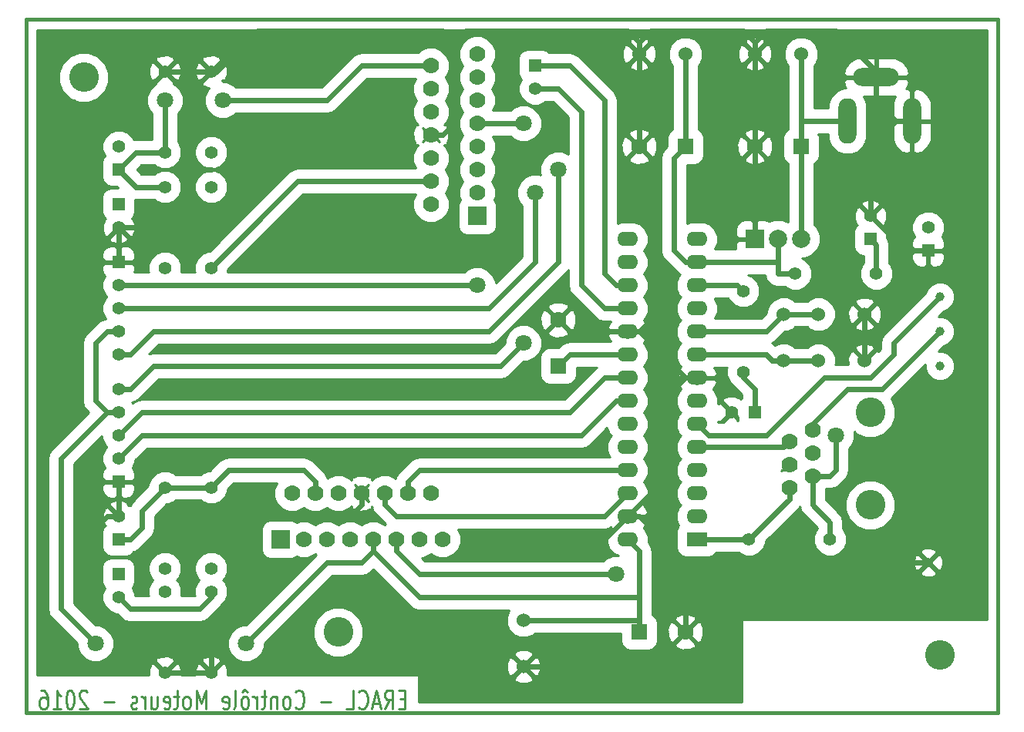
<source format=gbl>
G04 (created by PCBNEW-RS274X (20100406 SVN-R2508)-final) date 07/03/2016 07:58:10*
G01*
G70*
G90*
%MOIN*%
G04 Gerber Fmt 3.4, Leading zero omitted, Abs format*
%FSLAX34Y34*%
G04 APERTURE LIST*
%ADD10C,0.006000*%
%ADD11C,0.015000*%
%ADD12C,0.010000*%
%ADD13C,0.039400*%
%ADD14O,0.078700X0.196900*%
%ADD15O,0.196900X0.078700*%
%ADD16C,0.060000*%
%ADD17R,0.070000X0.070000*%
%ADD18C,0.070000*%
%ADD19O,0.090000X0.062000*%
%ADD20R,0.090000X0.062000*%
%ADD21R,0.055000X0.055000*%
%ADD22C,0.055000*%
%ADD23R,0.080000X0.080000*%
%ADD24C,0.128000*%
%ADD25C,0.078700*%
%ADD26R,0.078700X0.078700*%
%ADD27C,0.070900*%
%ADD28C,0.023600*%
G04 APERTURE END LIST*
G54D10*
G54D11*
X12000Y-45500D02*
X11000Y-45500D01*
X11000Y-15500D02*
X12000Y-15500D01*
X53000Y-45500D02*
X53000Y-15500D01*
X12000Y-45500D02*
X53000Y-45500D01*
X11000Y-15500D02*
X11000Y-45500D01*
X53000Y-15500D02*
X12000Y-15500D01*
G54D12*
X27384Y-44905D02*
X27184Y-44905D01*
X27098Y-45324D02*
X27384Y-45324D01*
X27384Y-44524D01*
X27098Y-44524D01*
X26498Y-45324D02*
X26698Y-44943D01*
X26841Y-45324D02*
X26841Y-44524D01*
X26613Y-44524D01*
X26555Y-44562D01*
X26527Y-44600D01*
X26498Y-44676D01*
X26498Y-44790D01*
X26527Y-44867D01*
X26555Y-44905D01*
X26613Y-44943D01*
X26841Y-44943D01*
X26270Y-45095D02*
X25984Y-45095D01*
X26327Y-45324D02*
X26127Y-44524D01*
X25927Y-45324D01*
X25384Y-45248D02*
X25413Y-45286D01*
X25499Y-45324D01*
X25556Y-45324D01*
X25641Y-45286D01*
X25699Y-45210D01*
X25727Y-45133D01*
X25756Y-44981D01*
X25756Y-44867D01*
X25727Y-44714D01*
X25699Y-44638D01*
X25641Y-44562D01*
X25556Y-44524D01*
X25499Y-44524D01*
X25413Y-44562D01*
X25384Y-44600D01*
X24841Y-45324D02*
X25127Y-45324D01*
X25127Y-44524D01*
X24184Y-45019D02*
X23727Y-45019D01*
X22641Y-45248D02*
X22670Y-45286D01*
X22756Y-45324D01*
X22813Y-45324D01*
X22898Y-45286D01*
X22956Y-45210D01*
X22984Y-45133D01*
X23013Y-44981D01*
X23013Y-44867D01*
X22984Y-44714D01*
X22956Y-44638D01*
X22898Y-44562D01*
X22813Y-44524D01*
X22756Y-44524D01*
X22670Y-44562D01*
X22641Y-44600D01*
X22298Y-45324D02*
X22356Y-45286D01*
X22384Y-45248D01*
X22413Y-45171D01*
X22413Y-44943D01*
X22384Y-44867D01*
X22356Y-44829D01*
X22298Y-44790D01*
X22213Y-44790D01*
X22156Y-44829D01*
X22127Y-44867D01*
X22098Y-44943D01*
X22098Y-45171D01*
X22127Y-45248D01*
X22156Y-45286D01*
X22213Y-45324D01*
X22298Y-45324D01*
X21841Y-44790D02*
X21841Y-45324D01*
X21841Y-44867D02*
X21813Y-44829D01*
X21755Y-44790D01*
X21670Y-44790D01*
X21613Y-44829D01*
X21584Y-44905D01*
X21584Y-45324D01*
X21384Y-44790D02*
X21155Y-44790D01*
X21298Y-44524D02*
X21298Y-45210D01*
X21270Y-45286D01*
X21212Y-45324D01*
X21155Y-45324D01*
X20955Y-45324D02*
X20955Y-44790D01*
X20955Y-44943D02*
X20927Y-44867D01*
X20898Y-44829D01*
X20841Y-44790D01*
X20784Y-44790D01*
X20498Y-45324D02*
X20556Y-45286D01*
X20584Y-45248D01*
X20613Y-45171D01*
X20613Y-44943D01*
X20584Y-44867D01*
X20556Y-44829D01*
X20498Y-44790D01*
X20413Y-44790D01*
X20356Y-44829D01*
X20327Y-44867D01*
X20298Y-44943D01*
X20298Y-45171D01*
X20327Y-45248D01*
X20356Y-45286D01*
X20413Y-45324D01*
X20498Y-45324D01*
X20556Y-44600D02*
X20441Y-44486D01*
X20327Y-44600D01*
X19955Y-45324D02*
X20013Y-45286D01*
X20041Y-45210D01*
X20041Y-44524D01*
X19499Y-45286D02*
X19556Y-45324D01*
X19670Y-45324D01*
X19727Y-45286D01*
X19756Y-45210D01*
X19756Y-44905D01*
X19727Y-44829D01*
X19670Y-44790D01*
X19556Y-44790D01*
X19499Y-44829D01*
X19470Y-44905D01*
X19470Y-44981D01*
X19756Y-45057D01*
X18756Y-45324D02*
X18756Y-44524D01*
X18556Y-45095D01*
X18356Y-44524D01*
X18356Y-45324D01*
X17984Y-45324D02*
X18042Y-45286D01*
X18070Y-45248D01*
X18099Y-45171D01*
X18099Y-44943D01*
X18070Y-44867D01*
X18042Y-44829D01*
X17984Y-44790D01*
X17899Y-44790D01*
X17842Y-44829D01*
X17813Y-44867D01*
X17784Y-44943D01*
X17784Y-45171D01*
X17813Y-45248D01*
X17842Y-45286D01*
X17899Y-45324D01*
X17984Y-45324D01*
X17613Y-44790D02*
X17384Y-44790D01*
X17527Y-44524D02*
X17527Y-45210D01*
X17499Y-45286D01*
X17441Y-45324D01*
X17384Y-45324D01*
X16956Y-45286D02*
X17013Y-45324D01*
X17127Y-45324D01*
X17184Y-45286D01*
X17213Y-45210D01*
X17213Y-44905D01*
X17184Y-44829D01*
X17127Y-44790D01*
X17013Y-44790D01*
X16956Y-44829D01*
X16927Y-44905D01*
X16927Y-44981D01*
X17213Y-45057D01*
X16413Y-44790D02*
X16413Y-45324D01*
X16670Y-44790D02*
X16670Y-45210D01*
X16642Y-45286D01*
X16584Y-45324D01*
X16499Y-45324D01*
X16442Y-45286D01*
X16413Y-45248D01*
X16127Y-45324D02*
X16127Y-44790D01*
X16127Y-44943D02*
X16099Y-44867D01*
X16070Y-44829D01*
X16013Y-44790D01*
X15956Y-44790D01*
X15785Y-45286D02*
X15728Y-45324D01*
X15613Y-45324D01*
X15556Y-45286D01*
X15528Y-45210D01*
X15528Y-45171D01*
X15556Y-45095D01*
X15613Y-45057D01*
X15699Y-45057D01*
X15756Y-45019D01*
X15785Y-44943D01*
X15785Y-44905D01*
X15756Y-44829D01*
X15699Y-44790D01*
X15613Y-44790D01*
X15556Y-44829D01*
X14813Y-45019D02*
X14356Y-45019D01*
X13642Y-44600D02*
X13613Y-44562D01*
X13556Y-44524D01*
X13413Y-44524D01*
X13356Y-44562D01*
X13327Y-44600D01*
X13299Y-44676D01*
X13299Y-44752D01*
X13327Y-44867D01*
X13670Y-45324D01*
X13299Y-45324D01*
X12928Y-44524D02*
X12871Y-44524D01*
X12814Y-44562D01*
X12785Y-44600D01*
X12756Y-44676D01*
X12728Y-44829D01*
X12728Y-45019D01*
X12756Y-45171D01*
X12785Y-45248D01*
X12814Y-45286D01*
X12871Y-45324D01*
X12928Y-45324D01*
X12985Y-45286D01*
X13014Y-45248D01*
X13042Y-45171D01*
X13071Y-45019D01*
X13071Y-44829D01*
X13042Y-44676D01*
X13014Y-44600D01*
X12985Y-44562D01*
X12928Y-44524D01*
X12157Y-45324D02*
X12500Y-45324D01*
X12328Y-45324D02*
X12328Y-44524D01*
X12385Y-44638D01*
X12443Y-44714D01*
X12500Y-44752D01*
X11643Y-44524D02*
X11757Y-44524D01*
X11814Y-44562D01*
X11843Y-44600D01*
X11900Y-44714D01*
X11929Y-44867D01*
X11929Y-45171D01*
X11900Y-45248D01*
X11872Y-45286D01*
X11814Y-45324D01*
X11700Y-45324D01*
X11643Y-45286D01*
X11614Y-45248D01*
X11586Y-45171D01*
X11586Y-44981D01*
X11614Y-44905D01*
X11643Y-44867D01*
X11700Y-44829D01*
X11814Y-44829D01*
X11872Y-44867D01*
X11900Y-44905D01*
X11929Y-44981D01*
G54D13*
X50000Y-39000D03*
X50500Y-30500D03*
X50500Y-29000D03*
X50500Y-27500D03*
G54D14*
X46500Y-19900D03*
X49300Y-19900D03*
G54D15*
X47750Y-18000D03*
G54D16*
X32500Y-41500D03*
X32500Y-43500D03*
X44500Y-17000D03*
X42500Y-17000D03*
X43750Y-30250D03*
X43750Y-28250D03*
X39500Y-17000D03*
X37500Y-17000D03*
X45250Y-28250D03*
X47250Y-28250D03*
X45250Y-30250D03*
X47250Y-30250D03*
G54D17*
X37500Y-42000D03*
G54D18*
X39500Y-42000D03*
G54D17*
X39500Y-21000D03*
G54D18*
X37500Y-21000D03*
G54D17*
X44500Y-21000D03*
G54D18*
X42500Y-21000D03*
G54D17*
X34000Y-30500D03*
G54D18*
X34000Y-28500D03*
G54D19*
X40000Y-37000D03*
X40000Y-36000D03*
X40000Y-35000D03*
X40000Y-34000D03*
X40000Y-33000D03*
X40000Y-32000D03*
X40000Y-31000D03*
X40000Y-30000D03*
X40000Y-29000D03*
X40000Y-28000D03*
X40000Y-27000D03*
X40000Y-26000D03*
X40000Y-25000D03*
G54D20*
X40000Y-38000D03*
G54D19*
X37000Y-25000D03*
X37000Y-26000D03*
X37000Y-27000D03*
X37000Y-28000D03*
X37000Y-29000D03*
X37000Y-30000D03*
X37000Y-31000D03*
X37000Y-32000D03*
X37000Y-33000D03*
X37000Y-34000D03*
X37000Y-35000D03*
X37000Y-36000D03*
X37000Y-37000D03*
X37000Y-38000D03*
G54D21*
X42500Y-32500D03*
G54D22*
X41500Y-32500D03*
G54D21*
X47500Y-25000D03*
G54D22*
X47500Y-24000D03*
G54D23*
X30500Y-24000D03*
G54D18*
X28500Y-23500D03*
X30500Y-23000D03*
X28500Y-22500D03*
X30500Y-22000D03*
X28500Y-21500D03*
X30500Y-21000D03*
X28500Y-20500D03*
X30500Y-20000D03*
X28500Y-19500D03*
X30500Y-19000D03*
X28500Y-18500D03*
X30500Y-18000D03*
X28500Y-17500D03*
X30500Y-17000D03*
G54D23*
X22000Y-38000D03*
G54D18*
X22500Y-36000D03*
X23000Y-38000D03*
X23500Y-36000D03*
X24000Y-38000D03*
X24500Y-36000D03*
X25000Y-38000D03*
X25500Y-36000D03*
X26000Y-38000D03*
X26500Y-36000D03*
X27000Y-38000D03*
X27500Y-36000D03*
X28000Y-38000D03*
X28500Y-36000D03*
X29000Y-38000D03*
G54D22*
X19000Y-43750D03*
X19000Y-40250D03*
X19000Y-39250D03*
X19000Y-35750D03*
X19000Y-17750D03*
X19000Y-21250D03*
X19000Y-22750D03*
X19000Y-26250D03*
X17000Y-43750D03*
X17000Y-40250D03*
X17000Y-39250D03*
X17000Y-35750D03*
X17000Y-17750D03*
X17000Y-21250D03*
X17000Y-22750D03*
X17000Y-26250D03*
X42000Y-27250D03*
X42000Y-30750D03*
X44250Y-26500D03*
X47750Y-26500D03*
X45750Y-38000D03*
X42250Y-38000D03*
G54D18*
X45000Y-33250D03*
X45000Y-34250D03*
X45000Y-35250D03*
X44000Y-33750D03*
X44000Y-34750D03*
X44000Y-35750D03*
G54D24*
X47500Y-32500D03*
X47500Y-36500D03*
G54D21*
X15000Y-22000D03*
G54D22*
X15000Y-21000D03*
G54D21*
X15000Y-23500D03*
G54D22*
X15000Y-24500D03*
G54D21*
X15000Y-38000D03*
G54D22*
X15000Y-37000D03*
G54D21*
X50000Y-25500D03*
G54D22*
X50000Y-24500D03*
G54D21*
X33000Y-17500D03*
G54D22*
X33000Y-18500D03*
G54D21*
X15000Y-39500D03*
G54D22*
X15000Y-40500D03*
G54D21*
X15000Y-26000D03*
G54D22*
X15000Y-27000D03*
X15000Y-28000D03*
X15000Y-29000D03*
X15000Y-30000D03*
G54D21*
X15000Y-35500D03*
G54D22*
X15000Y-34500D03*
X15000Y-33500D03*
X15000Y-32500D03*
X15000Y-31500D03*
G54D25*
X43500Y-25000D03*
X44500Y-25000D03*
G54D26*
X42500Y-25000D03*
G54D24*
X50500Y-43000D03*
X24500Y-42000D03*
X13500Y-18000D03*
G54D27*
X32500Y-20000D03*
X46000Y-33500D03*
X14000Y-42500D03*
X20500Y-42500D03*
X36500Y-39500D03*
X32500Y-29500D03*
X30500Y-27000D03*
X33000Y-23000D03*
X34000Y-22000D03*
X31000Y-38000D03*
X19500Y-19000D03*
X17000Y-19000D03*
G54D28*
X30500Y-20000D02*
X32500Y-20000D01*
X39500Y-17000D02*
X39500Y-18000D01*
X39500Y-18000D02*
X39500Y-21000D01*
X32500Y-41500D02*
X35000Y-41500D01*
X35000Y-41500D02*
X37500Y-41500D01*
X45750Y-35250D02*
X45000Y-35250D01*
X46000Y-35000D02*
X45750Y-35250D01*
X46000Y-33500D02*
X46000Y-35000D01*
X26000Y-38000D02*
X26000Y-38500D01*
X26000Y-38500D02*
X25500Y-39000D01*
X12500Y-34500D02*
X12500Y-41000D01*
X12500Y-41000D02*
X14000Y-42500D01*
X14500Y-32500D02*
X12500Y-34500D01*
X24000Y-39000D02*
X20500Y-42500D01*
X25500Y-39000D02*
X24000Y-39000D01*
X15000Y-32500D02*
X14500Y-32500D01*
X44250Y-26500D02*
X43500Y-26500D01*
X43500Y-26500D02*
X43500Y-26000D01*
X37500Y-40500D02*
X34500Y-40500D01*
X34500Y-40500D02*
X31500Y-40500D01*
X31500Y-40500D02*
X28000Y-40500D01*
X28000Y-40500D02*
X26000Y-38500D01*
X14500Y-29000D02*
X14000Y-29500D01*
X14000Y-29500D02*
X14000Y-32000D01*
X14500Y-29000D02*
X15000Y-29000D01*
X14500Y-32500D02*
X14000Y-32000D01*
X39000Y-21500D02*
X39000Y-23500D01*
X45000Y-35250D02*
X45000Y-36500D01*
X45000Y-36500D02*
X45750Y-37250D01*
X45750Y-37250D02*
X45750Y-38000D01*
X39500Y-26000D02*
X39000Y-25500D01*
X37500Y-38500D02*
X37500Y-40500D01*
X37500Y-40500D02*
X37500Y-41500D01*
X37500Y-41500D02*
X37500Y-42000D01*
X37000Y-38000D02*
X37500Y-38500D01*
X39500Y-21000D02*
X39000Y-21500D01*
X39000Y-25500D02*
X39000Y-23500D01*
X40000Y-26000D02*
X39500Y-26000D01*
X40000Y-26000D02*
X43500Y-26000D01*
X43500Y-26000D02*
X43500Y-25000D01*
X36500Y-39500D02*
X30000Y-39500D01*
X28000Y-39500D02*
X30000Y-39500D01*
X27000Y-38000D02*
X27000Y-38500D01*
X27000Y-38500D02*
X28000Y-39500D01*
X33000Y-17500D02*
X34500Y-17500D01*
X34500Y-17500D02*
X36000Y-19000D01*
X36000Y-26500D02*
X36500Y-27000D01*
X36000Y-19000D02*
X36000Y-26500D01*
X36500Y-27000D02*
X37000Y-27000D01*
X34000Y-18500D02*
X33000Y-18500D01*
X36000Y-28000D02*
X35000Y-27000D01*
X35000Y-27000D02*
X35000Y-19500D01*
X37000Y-28000D02*
X36000Y-28000D01*
X35000Y-19500D02*
X34000Y-18500D01*
X42250Y-38000D02*
X44000Y-36250D01*
X44000Y-36250D02*
X44000Y-35750D01*
X40000Y-38000D02*
X42250Y-38000D01*
X40000Y-34000D02*
X43750Y-34000D01*
X43750Y-34000D02*
X44000Y-33750D01*
X46500Y-31500D02*
X48000Y-31500D01*
X48000Y-31500D02*
X50500Y-29000D01*
X45000Y-33000D02*
X46500Y-31500D01*
X45000Y-33250D02*
X45000Y-33000D01*
X28000Y-35000D02*
X27500Y-35500D01*
X37000Y-35000D02*
X28000Y-35000D01*
X27500Y-35500D02*
X27500Y-36000D01*
X26500Y-36000D02*
X26500Y-36500D01*
X26500Y-36500D02*
X27000Y-37000D01*
X27000Y-37000D02*
X28500Y-37000D01*
X28500Y-37000D02*
X36000Y-37000D01*
X37000Y-36000D02*
X37000Y-36000D01*
X36000Y-37000D02*
X37000Y-36000D01*
X36500Y-32000D02*
X37000Y-32000D01*
X35000Y-33500D02*
X36500Y-32000D01*
X16000Y-33500D02*
X35000Y-33500D01*
X15000Y-34500D02*
X16000Y-33500D01*
X36000Y-31000D02*
X34500Y-32500D01*
X37000Y-31000D02*
X36000Y-31000D01*
X16000Y-32500D02*
X15000Y-33500D01*
X34500Y-32500D02*
X16000Y-32500D01*
X15500Y-31500D02*
X16500Y-30500D01*
X16500Y-30500D02*
X30500Y-30500D01*
X15500Y-31500D02*
X15000Y-31500D01*
X31500Y-30500D02*
X30500Y-30500D01*
X32500Y-29500D02*
X31500Y-30500D01*
X20000Y-27000D02*
X15000Y-27000D01*
X20000Y-27000D02*
X30500Y-27000D01*
X30500Y-28000D02*
X31000Y-28000D01*
X33000Y-26000D02*
X31500Y-27500D01*
X33000Y-23000D02*
X33000Y-26000D01*
X20000Y-28000D02*
X15000Y-28000D01*
X30500Y-28000D02*
X20000Y-28000D01*
X31000Y-28000D02*
X31500Y-27500D01*
X34000Y-23500D02*
X34000Y-26000D01*
X34000Y-23500D02*
X34000Y-22000D01*
X16500Y-29000D02*
X20500Y-29000D01*
X20500Y-29000D02*
X20500Y-29000D01*
X20500Y-29000D02*
X31000Y-29000D01*
X15500Y-30000D02*
X15000Y-30000D01*
X15500Y-30000D02*
X16000Y-29500D01*
X16500Y-29000D02*
X16000Y-29500D01*
X34000Y-26000D02*
X31000Y-29000D01*
X42500Y-16500D02*
X43000Y-16000D01*
X46000Y-16000D02*
X47750Y-17750D01*
X43000Y-16000D02*
X46000Y-16000D01*
X47750Y-17750D02*
X47750Y-18000D01*
X42500Y-17000D02*
X42500Y-16500D01*
X38000Y-16000D02*
X37500Y-16500D01*
X42000Y-16000D02*
X38000Y-16000D01*
X42500Y-16500D02*
X42000Y-16000D01*
X37500Y-17000D02*
X37500Y-21000D01*
X37500Y-17000D02*
X37500Y-16500D01*
X36000Y-16000D02*
X30000Y-16000D01*
X37500Y-16500D02*
X37000Y-16000D01*
X37000Y-16000D02*
X36000Y-16000D01*
X30000Y-16000D02*
X29500Y-16500D01*
X32500Y-43500D02*
X35000Y-43500D01*
X38000Y-43500D02*
X39500Y-42000D01*
X35000Y-43500D02*
X38000Y-43500D01*
X50000Y-39000D02*
X46500Y-39000D01*
X46500Y-39000D02*
X39500Y-39000D01*
X47750Y-18000D02*
X47750Y-19050D01*
X47750Y-19050D02*
X48600Y-19900D01*
X50000Y-25500D02*
X49500Y-25500D01*
X49500Y-25500D02*
X49000Y-25500D01*
X49300Y-19900D02*
X48600Y-19900D01*
X47500Y-21000D02*
X47500Y-24000D01*
X48600Y-19900D02*
X47500Y-21000D01*
X47750Y-18000D02*
X47750Y-17750D01*
X47750Y-17750D02*
X47000Y-17000D01*
X37000Y-37000D02*
X36500Y-37500D01*
X36000Y-38000D02*
X31000Y-38000D01*
X36500Y-37500D02*
X36000Y-38000D01*
X19000Y-17750D02*
X19250Y-17750D01*
X19250Y-17750D02*
X21000Y-16000D01*
X21000Y-16000D02*
X29000Y-16000D01*
X29000Y-16000D02*
X29500Y-16500D01*
X28500Y-20500D02*
X29000Y-20500D01*
X29500Y-17000D02*
X29500Y-16500D01*
X29500Y-20000D02*
X29500Y-17000D01*
X29000Y-20500D02*
X29500Y-20000D01*
X40000Y-31000D02*
X39500Y-31000D01*
X39500Y-31000D02*
X38000Y-32500D01*
X38000Y-32500D02*
X38000Y-36000D01*
X38000Y-36000D02*
X37000Y-37000D01*
X15000Y-37000D02*
X14500Y-37000D01*
X13500Y-40250D02*
X17000Y-43750D01*
X13500Y-38000D02*
X13500Y-40250D01*
X14500Y-37000D02*
X13500Y-38000D01*
X19000Y-43750D02*
X19000Y-42000D01*
X25500Y-36500D02*
X25500Y-36000D01*
X25000Y-37000D02*
X25500Y-36500D01*
X21000Y-37000D02*
X25000Y-37000D01*
X20500Y-37500D02*
X21000Y-37000D01*
X20500Y-40500D02*
X20500Y-37500D01*
X19000Y-42000D02*
X20500Y-40500D01*
X15000Y-35500D02*
X15000Y-37000D01*
X17000Y-43750D02*
X19000Y-43750D01*
X19000Y-22000D02*
X18000Y-22000D01*
X15000Y-24500D02*
X16500Y-24500D01*
X16500Y-24500D02*
X18000Y-23000D01*
X18000Y-23000D02*
X18000Y-22000D01*
X15000Y-24500D02*
X15000Y-26000D01*
X18000Y-17750D02*
X18000Y-22000D01*
X17000Y-17750D02*
X18000Y-17750D01*
X18000Y-17750D02*
X19000Y-17750D01*
X15000Y-26000D02*
X15000Y-26000D01*
X37000Y-37000D02*
X37000Y-37000D01*
X37000Y-29000D02*
X34500Y-29000D01*
X34500Y-29000D02*
X34000Y-28500D01*
X49000Y-25500D02*
X49000Y-26500D01*
X49000Y-26500D02*
X47250Y-28250D01*
X47250Y-30250D02*
X47250Y-28250D01*
X49000Y-25500D02*
X47500Y-24000D01*
X37000Y-37000D02*
X37500Y-37000D01*
X37500Y-37000D02*
X39500Y-39000D01*
X39500Y-39000D02*
X39500Y-40000D01*
X39500Y-40000D02*
X39500Y-42000D01*
X37500Y-21000D02*
X38000Y-21500D01*
X38000Y-28500D02*
X37500Y-29000D01*
X38000Y-28500D02*
X38000Y-23500D01*
X38000Y-21500D02*
X38000Y-23500D01*
X37000Y-29000D02*
X37500Y-29000D01*
X39500Y-31000D02*
X40000Y-31000D01*
X37500Y-29000D02*
X39500Y-31000D01*
X42500Y-21000D02*
X42500Y-17000D01*
X42500Y-21500D02*
X42500Y-25000D01*
X42500Y-21000D02*
X42500Y-21500D01*
X15000Y-38000D02*
X15500Y-38000D01*
X16000Y-36750D02*
X17000Y-35750D01*
X16000Y-37500D02*
X16000Y-36750D01*
X15500Y-38000D02*
X16000Y-37500D01*
X23500Y-36000D02*
X23500Y-35500D01*
X19750Y-35000D02*
X19000Y-35750D01*
X23000Y-35000D02*
X19750Y-35000D01*
X23500Y-35500D02*
X23000Y-35000D01*
X19000Y-35750D02*
X17000Y-35750D01*
X42000Y-30750D02*
X42000Y-31000D01*
X42500Y-31500D02*
X42500Y-32500D01*
X42000Y-31000D02*
X42500Y-31500D01*
X28500Y-22500D02*
X22750Y-22500D01*
X21250Y-24000D02*
X19000Y-26250D01*
X22750Y-22500D02*
X21250Y-24000D01*
X46500Y-19900D02*
X44500Y-19900D01*
X44500Y-19900D02*
X44500Y-20000D01*
X44500Y-25000D02*
X44500Y-21500D01*
X44500Y-21500D02*
X44500Y-21000D01*
X44500Y-17000D02*
X44500Y-20000D01*
X44500Y-20000D02*
X44500Y-21000D01*
X40000Y-29000D02*
X43000Y-29000D01*
X43000Y-29000D02*
X43750Y-28250D01*
X45250Y-28250D02*
X43750Y-28250D01*
X43000Y-30000D02*
X40000Y-30000D01*
X45250Y-30250D02*
X43750Y-30250D01*
X43750Y-30250D02*
X43250Y-30250D01*
X43250Y-30250D02*
X43000Y-30000D01*
X47750Y-25250D02*
X47500Y-25000D01*
X47750Y-26500D02*
X47750Y-25250D01*
X40000Y-27000D02*
X41750Y-27000D01*
X41750Y-27000D02*
X42000Y-27250D01*
X34500Y-30000D02*
X34000Y-30500D01*
X37000Y-30000D02*
X34500Y-30000D01*
X50500Y-27500D02*
X49000Y-29000D01*
X40500Y-33500D02*
X40000Y-33000D01*
X48500Y-30000D02*
X47500Y-31000D01*
X49000Y-29000D02*
X48500Y-29500D01*
X48500Y-29500D02*
X48500Y-30000D01*
X45500Y-31000D02*
X43000Y-33500D01*
X47500Y-31000D02*
X45500Y-31000D01*
X43000Y-33500D02*
X40500Y-33500D01*
X19500Y-19000D02*
X24000Y-19000D01*
X17000Y-21250D02*
X17000Y-19000D01*
X25500Y-17500D02*
X28500Y-17500D01*
X24000Y-19000D02*
X25500Y-17500D01*
X17000Y-22750D02*
X15750Y-22750D01*
X17000Y-21250D02*
X15750Y-21250D01*
X15750Y-21250D02*
X15000Y-22000D01*
X15750Y-22750D02*
X15000Y-22000D01*
X19000Y-40250D02*
X19000Y-40500D01*
X15500Y-41000D02*
X15000Y-40500D01*
X18500Y-41000D02*
X15500Y-41000D01*
X19000Y-40500D02*
X18500Y-41000D01*
G54D12*
X11469Y-15969D02*
X52531Y-15969D01*
X11469Y-16049D02*
X52531Y-16049D01*
X11469Y-16129D02*
X52531Y-16129D01*
X11469Y-16209D02*
X30336Y-16209D01*
X30667Y-16209D02*
X52531Y-16209D01*
X11469Y-16289D02*
X30143Y-16289D01*
X30857Y-16289D02*
X37302Y-16289D01*
X37683Y-16289D02*
X39273Y-16289D01*
X39729Y-16289D02*
X42302Y-16289D01*
X42683Y-16289D02*
X44273Y-16289D01*
X44729Y-16289D02*
X52531Y-16289D01*
X11469Y-16369D02*
X30009Y-16369D01*
X30991Y-16369D02*
X37109Y-16369D01*
X37891Y-16369D02*
X39079Y-16369D01*
X39920Y-16369D02*
X42109Y-16369D01*
X42891Y-16369D02*
X44079Y-16369D01*
X44920Y-16369D02*
X52531Y-16369D01*
X11469Y-16449D02*
X29929Y-16449D01*
X31071Y-16449D02*
X37097Y-16449D01*
X37904Y-16449D02*
X38999Y-16449D01*
X40001Y-16449D02*
X42097Y-16449D01*
X42904Y-16449D02*
X43999Y-16449D01*
X45001Y-16449D02*
X52531Y-16449D01*
X11469Y-16529D02*
X29849Y-16529D01*
X31151Y-16529D02*
X37100Y-16529D01*
X37900Y-16529D02*
X38919Y-16529D01*
X40081Y-16529D02*
X42100Y-16529D01*
X42900Y-16529D02*
X43919Y-16529D01*
X45081Y-16529D02*
X52531Y-16529D01*
X11469Y-16609D02*
X29804Y-16609D01*
X31198Y-16609D02*
X36870Y-16609D01*
X37038Y-16609D02*
X37180Y-16609D01*
X37820Y-16609D02*
X37962Y-16609D01*
X38132Y-16609D02*
X38858Y-16609D01*
X40144Y-16609D02*
X41870Y-16609D01*
X42038Y-16609D02*
X42180Y-16609D01*
X42820Y-16609D02*
X42962Y-16609D01*
X43132Y-16609D02*
X43858Y-16609D01*
X45144Y-16609D02*
X52531Y-16609D01*
X11469Y-16689D02*
X29770Y-16689D01*
X31231Y-16689D02*
X36839Y-16689D01*
X37118Y-16689D02*
X37260Y-16689D01*
X37740Y-16689D02*
X37882Y-16689D01*
X38165Y-16689D02*
X38824Y-16689D01*
X40177Y-16689D02*
X41839Y-16689D01*
X42118Y-16689D02*
X42260Y-16689D01*
X42740Y-16689D02*
X42882Y-16689D01*
X43165Y-16689D02*
X43824Y-16689D01*
X45177Y-16689D02*
X52531Y-16689D01*
X11469Y-16769D02*
X28191Y-16769D01*
X28810Y-16769D02*
X29737Y-16769D01*
X31264Y-16769D02*
X36808Y-16769D01*
X37198Y-16769D02*
X37340Y-16769D01*
X37660Y-16769D02*
X37802Y-16769D01*
X38198Y-16769D02*
X38791Y-16769D01*
X40210Y-16769D02*
X41808Y-16769D01*
X42198Y-16769D02*
X42340Y-16769D01*
X42660Y-16769D02*
X42802Y-16769D01*
X43198Y-16769D02*
X43791Y-16769D01*
X45210Y-16769D02*
X52531Y-16769D01*
X11469Y-16849D02*
X28029Y-16849D01*
X28971Y-16849D02*
X29706Y-16849D01*
X31294Y-16849D02*
X32474Y-16849D01*
X33524Y-16849D02*
X36777Y-16849D01*
X37278Y-16849D02*
X37420Y-16849D01*
X37580Y-16849D02*
X37722Y-16849D01*
X38226Y-16849D02*
X38757Y-16849D01*
X40243Y-16849D02*
X41777Y-16849D01*
X42278Y-16849D02*
X42420Y-16849D01*
X42580Y-16849D02*
X42722Y-16849D01*
X43226Y-16849D02*
X43757Y-16849D01*
X45243Y-16849D02*
X52531Y-16849D01*
X11469Y-16929D02*
X13254Y-16929D01*
X13748Y-16929D02*
X27949Y-16929D01*
X29051Y-16929D02*
X29706Y-16929D01*
X31294Y-16929D02*
X32395Y-16929D01*
X33605Y-16929D02*
X36768Y-16929D01*
X37358Y-16929D02*
X37642Y-16929D01*
X38228Y-16929D02*
X38756Y-16929D01*
X40244Y-16929D02*
X41768Y-16929D01*
X42358Y-16929D02*
X42642Y-16929D01*
X43228Y-16929D02*
X43756Y-16929D01*
X45244Y-16929D02*
X52531Y-16929D01*
X11469Y-17009D02*
X13061Y-17009D01*
X13941Y-17009D02*
X25243Y-17009D01*
X29131Y-17009D02*
X29706Y-17009D01*
X31294Y-17009D02*
X32336Y-17009D01*
X34757Y-17009D02*
X36770Y-17009D01*
X37420Y-17009D02*
X37580Y-17009D01*
X38230Y-17009D02*
X38756Y-17009D01*
X40244Y-17009D02*
X41770Y-17009D01*
X42420Y-17009D02*
X42580Y-17009D01*
X43230Y-17009D02*
X43756Y-17009D01*
X45244Y-17009D02*
X52531Y-17009D01*
X11469Y-17089D02*
X12879Y-17089D01*
X14122Y-17089D02*
X16743Y-17089D01*
X17246Y-17089D02*
X18743Y-17089D01*
X19246Y-17089D02*
X25123Y-17089D01*
X29189Y-17089D02*
X29706Y-17089D01*
X31294Y-17089D02*
X32303Y-17089D01*
X34877Y-17089D02*
X36772Y-17089D01*
X37340Y-17089D02*
X37482Y-17089D01*
X37518Y-17089D02*
X37660Y-17089D01*
X38233Y-17089D02*
X38756Y-17089D01*
X40244Y-17089D02*
X41772Y-17089D01*
X42340Y-17089D02*
X42482Y-17089D01*
X42518Y-17089D02*
X42660Y-17089D01*
X43233Y-17089D02*
X43756Y-17089D01*
X45244Y-17089D02*
X52531Y-17089D01*
X11469Y-17169D02*
X12799Y-17169D01*
X14202Y-17169D02*
X16618Y-17169D01*
X17383Y-17169D02*
X18618Y-17169D01*
X19383Y-17169D02*
X25036Y-17169D01*
X29222Y-17169D02*
X29710Y-17169D01*
X31289Y-17169D02*
X32282Y-17169D01*
X34964Y-17169D02*
X36776Y-17169D01*
X37260Y-17169D02*
X37402Y-17169D01*
X37598Y-17169D02*
X37740Y-17169D01*
X38216Y-17169D02*
X38765Y-17169D01*
X40235Y-17169D02*
X41776Y-17169D01*
X42260Y-17169D02*
X42402Y-17169D01*
X42598Y-17169D02*
X42740Y-17169D01*
X43216Y-17169D02*
X43765Y-17169D01*
X45235Y-17169D02*
X46903Y-17169D01*
X47700Y-17169D02*
X47800Y-17169D01*
X48598Y-17169D02*
X52531Y-17169D01*
X11469Y-17249D02*
X12719Y-17249D01*
X14282Y-17249D02*
X16612Y-17249D01*
X17389Y-17249D02*
X18612Y-17249D01*
X19389Y-17249D02*
X24956Y-17249D01*
X29256Y-17249D02*
X29744Y-17249D01*
X31256Y-17249D02*
X32282Y-17249D01*
X35044Y-17249D02*
X36809Y-17249D01*
X37180Y-17249D02*
X37322Y-17249D01*
X37678Y-17249D02*
X37820Y-17249D01*
X38185Y-17249D02*
X38798Y-17249D01*
X40202Y-17249D02*
X41809Y-17249D01*
X42180Y-17249D02*
X42322Y-17249D01*
X42678Y-17249D02*
X42820Y-17249D01*
X43185Y-17249D02*
X43798Y-17249D01*
X45202Y-17249D02*
X46749Y-17249D01*
X47700Y-17249D02*
X47800Y-17249D01*
X48752Y-17249D02*
X52531Y-17249D01*
X11469Y-17329D02*
X12639Y-17329D01*
X14362Y-17329D02*
X16650Y-17329D01*
X17350Y-17329D02*
X18650Y-17329D01*
X19350Y-17329D02*
X24876Y-17329D01*
X29289Y-17329D02*
X29777Y-17329D01*
X31222Y-17329D02*
X32282Y-17329D01*
X35124Y-17329D02*
X36843Y-17329D01*
X37100Y-17329D02*
X37242Y-17329D01*
X37758Y-17329D02*
X37900Y-17329D01*
X38154Y-17329D02*
X38831Y-17329D01*
X40168Y-17329D02*
X41843Y-17329D01*
X42100Y-17329D02*
X42242Y-17329D01*
X42758Y-17329D02*
X42900Y-17329D01*
X43154Y-17329D02*
X43831Y-17329D01*
X45168Y-17329D02*
X46605Y-17329D01*
X47700Y-17329D02*
X47800Y-17329D01*
X48896Y-17329D02*
X52531Y-17329D01*
X11469Y-17409D02*
X12572Y-17409D01*
X14429Y-17409D02*
X16376Y-17409D01*
X16588Y-17409D02*
X16730Y-17409D01*
X17270Y-17409D02*
X17412Y-17409D01*
X17627Y-17409D02*
X18376Y-17409D01*
X18588Y-17409D02*
X18730Y-17409D01*
X19270Y-17409D02*
X19412Y-17409D01*
X19627Y-17409D02*
X24796Y-17409D01*
X29294Y-17409D02*
X29810Y-17409D01*
X31189Y-17409D02*
X32282Y-17409D01*
X35204Y-17409D02*
X36998Y-17409D01*
X37020Y-17409D02*
X37162Y-17409D01*
X37838Y-17409D02*
X37980Y-17409D01*
X38001Y-17409D02*
X38864Y-17409D01*
X40135Y-17409D02*
X41998Y-17409D01*
X42020Y-17409D02*
X42162Y-17409D01*
X42838Y-17409D02*
X42980Y-17409D01*
X43001Y-17409D02*
X43864Y-17409D01*
X45135Y-17409D02*
X46538Y-17409D01*
X47700Y-17409D02*
X47800Y-17409D01*
X48963Y-17409D02*
X52531Y-17409D01*
X11469Y-17489D02*
X12539Y-17489D01*
X14462Y-17489D02*
X16346Y-17489D01*
X16668Y-17489D02*
X16810Y-17489D01*
X17190Y-17489D02*
X17332Y-17489D01*
X17660Y-17489D02*
X18346Y-17489D01*
X18668Y-17489D02*
X18810Y-17489D01*
X19190Y-17489D02*
X19332Y-17489D01*
X19660Y-17489D02*
X24716Y-17489D01*
X29294Y-17489D02*
X29867Y-17489D01*
X31132Y-17489D02*
X32282Y-17489D01*
X35284Y-17489D02*
X37089Y-17489D01*
X37910Y-17489D02*
X38937Y-17489D01*
X40063Y-17489D02*
X42089Y-17489D01*
X42910Y-17489D02*
X43937Y-17489D01*
X45063Y-17489D02*
X46471Y-17489D01*
X47700Y-17489D02*
X47800Y-17489D01*
X49030Y-17489D02*
X52531Y-17489D01*
X11469Y-17569D02*
X12506Y-17569D01*
X14495Y-17569D02*
X16315Y-17569D01*
X16748Y-17569D02*
X16890Y-17569D01*
X17110Y-17569D02*
X17252Y-17569D01*
X17694Y-17569D02*
X18315Y-17569D01*
X18748Y-17569D02*
X18890Y-17569D01*
X19110Y-17569D02*
X19252Y-17569D01*
X19694Y-17569D02*
X24636Y-17569D01*
X29294Y-17569D02*
X29821Y-17569D01*
X31181Y-17569D02*
X32282Y-17569D01*
X35364Y-17569D02*
X37097Y-17569D01*
X37902Y-17569D02*
X38938Y-17569D01*
X40062Y-17569D02*
X42097Y-17569D01*
X42902Y-17569D02*
X43938Y-17569D01*
X45062Y-17569D02*
X46404Y-17569D01*
X47700Y-17569D02*
X47800Y-17569D01*
X49097Y-17569D02*
X52531Y-17569D01*
X11469Y-17649D02*
X12472Y-17649D01*
X14528Y-17649D02*
X16291Y-17649D01*
X16828Y-17649D02*
X16970Y-17649D01*
X17030Y-17649D02*
X17172Y-17649D01*
X17703Y-17649D02*
X18291Y-17649D01*
X18828Y-17649D02*
X18970Y-17649D01*
X19030Y-17649D02*
X19172Y-17649D01*
X19703Y-17649D02*
X24556Y-17649D01*
X29294Y-17649D02*
X29787Y-17649D01*
X31214Y-17649D02*
X32282Y-17649D01*
X35444Y-17649D02*
X37156Y-17649D01*
X37847Y-17649D02*
X38938Y-17649D01*
X40062Y-17649D02*
X42156Y-17649D01*
X42847Y-17649D02*
X43938Y-17649D01*
X45062Y-17649D02*
X46379Y-17649D01*
X47700Y-17649D02*
X47800Y-17649D01*
X49122Y-17649D02*
X52531Y-17649D01*
X11469Y-17729D02*
X12439Y-17729D01*
X14561Y-17729D02*
X16293Y-17729D01*
X16908Y-17729D02*
X17092Y-17729D01*
X17706Y-17729D02*
X18293Y-17729D01*
X18908Y-17729D02*
X19092Y-17729D01*
X19706Y-17729D02*
X24476Y-17729D01*
X29264Y-17729D02*
X29753Y-17729D01*
X31247Y-17729D02*
X32282Y-17729D01*
X35524Y-17729D02*
X37364Y-17729D01*
X37520Y-17729D02*
X38938Y-17729D01*
X40062Y-17729D02*
X42364Y-17729D01*
X42520Y-17729D02*
X43938Y-17729D01*
X45062Y-17729D02*
X46362Y-17729D01*
X47700Y-17729D02*
X47800Y-17729D01*
X49139Y-17729D02*
X52531Y-17729D01*
X11469Y-17809D02*
X12416Y-17809D01*
X14584Y-17809D02*
X16296Y-17809D01*
X16870Y-17809D02*
X17130Y-17809D01*
X17708Y-17809D02*
X18296Y-17809D01*
X18870Y-17809D02*
X19012Y-17809D01*
X19708Y-17809D02*
X24396Y-17809D01*
X29231Y-17809D02*
X29720Y-17809D01*
X31280Y-17809D02*
X32282Y-17809D01*
X35604Y-17809D02*
X38938Y-17809D01*
X40062Y-17809D02*
X43938Y-17809D01*
X45062Y-17809D02*
X46345Y-17809D01*
X47700Y-17809D02*
X47800Y-17809D01*
X49156Y-17809D02*
X52531Y-17809D01*
X11469Y-17889D02*
X12416Y-17889D01*
X14584Y-17889D02*
X16298Y-17889D01*
X16790Y-17889D02*
X16932Y-17889D01*
X17068Y-17889D02*
X17210Y-17889D01*
X17701Y-17889D02*
X18298Y-17889D01*
X18790Y-17889D02*
X18932Y-17889D01*
X19701Y-17889D02*
X24316Y-17889D01*
X29197Y-17889D02*
X29706Y-17889D01*
X31294Y-17889D02*
X32292Y-17889D01*
X35684Y-17889D02*
X38938Y-17889D01*
X40062Y-17889D02*
X43938Y-17889D01*
X45062Y-17889D02*
X46391Y-17889D01*
X47700Y-17889D02*
X47800Y-17889D01*
X49108Y-17889D02*
X52531Y-17889D01*
X11469Y-17969D02*
X12416Y-17969D01*
X14584Y-17969D02*
X16322Y-17969D01*
X16710Y-17969D02*
X16852Y-17969D01*
X17148Y-17969D02*
X17290Y-17969D01*
X17670Y-17969D02*
X18322Y-17969D01*
X18710Y-17969D02*
X18852Y-17969D01*
X19670Y-17969D02*
X24236Y-17969D01*
X29153Y-17969D02*
X29706Y-17969D01*
X31294Y-17969D02*
X32325Y-17969D01*
X35764Y-17969D02*
X38938Y-17969D01*
X40062Y-17969D02*
X43938Y-17969D01*
X45062Y-17969D02*
X52531Y-17969D01*
X11469Y-18049D02*
X12416Y-18049D01*
X14584Y-18049D02*
X16356Y-18049D01*
X16630Y-18049D02*
X16772Y-18049D01*
X17228Y-18049D02*
X17370Y-18049D01*
X17640Y-18049D02*
X18356Y-18049D01*
X18630Y-18049D02*
X18772Y-18049D01*
X19640Y-18049D02*
X24156Y-18049D01*
X29171Y-18049D02*
X29706Y-18049D01*
X31294Y-18049D02*
X32372Y-18049D01*
X35844Y-18049D02*
X38938Y-18049D01*
X40062Y-18049D02*
X43938Y-18049D01*
X45062Y-18049D02*
X52531Y-18049D01*
X11469Y-18129D02*
X12416Y-18129D01*
X14584Y-18129D02*
X16389Y-18129D01*
X16550Y-18129D02*
X16692Y-18129D01*
X17308Y-18129D02*
X17450Y-18129D01*
X17610Y-18129D02*
X18389Y-18129D01*
X18550Y-18129D02*
X18692Y-18129D01*
X19610Y-18129D02*
X24076Y-18129D01*
X25665Y-18129D02*
X27795Y-18129D01*
X29206Y-18129D02*
X29706Y-18129D01*
X31294Y-18129D02*
X32376Y-18129D01*
X35924Y-18129D02*
X38938Y-18129D01*
X40062Y-18129D02*
X43938Y-18129D01*
X45062Y-18129D02*
X46379Y-18129D01*
X47700Y-18129D02*
X47800Y-18129D01*
X49122Y-18129D02*
X52531Y-18129D01*
X11469Y-18209D02*
X12416Y-18209D01*
X14584Y-18209D02*
X16612Y-18209D01*
X17388Y-18209D02*
X18612Y-18209D01*
X19676Y-18209D02*
X23996Y-18209D01*
X25585Y-18209D02*
X27761Y-18209D01*
X29239Y-18209D02*
X29727Y-18209D01*
X31273Y-18209D02*
X32343Y-18209D01*
X36004Y-18209D02*
X38938Y-18209D01*
X40062Y-18209D02*
X43938Y-18209D01*
X45062Y-18209D02*
X46348Y-18209D01*
X47700Y-18209D02*
X47800Y-18209D01*
X49151Y-18209D02*
X52531Y-18209D01*
X11469Y-18289D02*
X12446Y-18289D01*
X14553Y-18289D02*
X16613Y-18289D01*
X17385Y-18289D02*
X18614Y-18289D01*
X19869Y-18289D02*
X23916Y-18289D01*
X25505Y-18289D02*
X27728Y-18289D01*
X29272Y-18289D02*
X29760Y-18289D01*
X31239Y-18289D02*
X32309Y-18289D01*
X36084Y-18289D02*
X38938Y-18289D01*
X40062Y-18289D02*
X43938Y-18289D01*
X45062Y-18289D02*
X46365Y-18289D01*
X47700Y-18289D02*
X47800Y-18289D01*
X49134Y-18289D02*
X52531Y-18289D01*
X11469Y-18369D02*
X12479Y-18369D01*
X14520Y-18369D02*
X16502Y-18369D01*
X17498Y-18369D02*
X18643Y-18369D01*
X19998Y-18369D02*
X23836Y-18369D01*
X25425Y-18369D02*
X27706Y-18369D01*
X29294Y-18369D02*
X29793Y-18369D01*
X31205Y-18369D02*
X32281Y-18369D01*
X36164Y-18369D02*
X38938Y-18369D01*
X40062Y-18369D02*
X43938Y-18369D01*
X45062Y-18369D02*
X46382Y-18369D01*
X47700Y-18369D02*
X47800Y-18369D01*
X49117Y-18369D02*
X52531Y-18369D01*
X11469Y-18449D02*
X12513Y-18449D01*
X14487Y-18449D02*
X16422Y-18449D01*
X17578Y-18449D02*
X18855Y-18449D01*
X25345Y-18449D02*
X27706Y-18449D01*
X29294Y-18449D02*
X29827Y-18449D01*
X31172Y-18449D02*
X32281Y-18449D01*
X36244Y-18449D02*
X38938Y-18449D01*
X40062Y-18449D02*
X43938Y-18449D01*
X45062Y-18449D02*
X46418Y-18449D01*
X47700Y-18449D02*
X47800Y-18449D01*
X49081Y-18449D02*
X52531Y-18449D01*
X11469Y-18529D02*
X12546Y-18529D01*
X14454Y-18529D02*
X16342Y-18529D01*
X17658Y-18529D02*
X18842Y-18529D01*
X25265Y-18529D02*
X27706Y-18529D01*
X29294Y-18529D02*
X29849Y-18529D01*
X31151Y-18529D02*
X32281Y-18529D01*
X36324Y-18529D02*
X38938Y-18529D01*
X40062Y-18529D02*
X43938Y-18529D01*
X45062Y-18529D02*
X46173Y-18529D01*
X47700Y-18529D02*
X47800Y-18529D01*
X49172Y-18529D02*
X49429Y-18529D01*
X49654Y-18529D02*
X52531Y-18529D01*
X11469Y-18609D02*
X12579Y-18609D01*
X14421Y-18609D02*
X16299Y-18609D01*
X17702Y-18609D02*
X18799Y-18609D01*
X25185Y-18609D02*
X27706Y-18609D01*
X29294Y-18609D02*
X29804Y-18609D01*
X31198Y-18609D02*
X32281Y-18609D01*
X36402Y-18609D02*
X38938Y-18609D01*
X40062Y-18609D02*
X43938Y-18609D01*
X45062Y-18609D02*
X46012Y-18609D01*
X47700Y-18609D02*
X47800Y-18609D01*
X49250Y-18609D02*
X49350Y-18609D01*
X49798Y-18609D02*
X52531Y-18609D01*
X11469Y-18689D02*
X12656Y-18689D01*
X14343Y-18689D02*
X16266Y-18689D01*
X17735Y-18689D02*
X18766Y-18689D01*
X25105Y-18689D02*
X27719Y-18689D01*
X29281Y-18689D02*
X29770Y-18689D01*
X31231Y-18689D02*
X32300Y-18689D01*
X36455Y-18689D02*
X38938Y-18689D01*
X40062Y-18689D02*
X43938Y-18689D01*
X45062Y-18689D02*
X45932Y-18689D01*
X47700Y-18689D02*
X47800Y-18689D01*
X49250Y-18689D02*
X49350Y-18689D01*
X49893Y-18689D02*
X52531Y-18689D01*
X11469Y-18769D02*
X12736Y-18769D01*
X14263Y-18769D02*
X16232Y-18769D01*
X17768Y-18769D02*
X18732Y-18769D01*
X25025Y-18769D02*
X27752Y-18769D01*
X29247Y-18769D02*
X29737Y-18769D01*
X31264Y-18769D02*
X32333Y-18769D01*
X36509Y-18769D02*
X38938Y-18769D01*
X40062Y-18769D02*
X43938Y-18769D01*
X45062Y-18769D02*
X45852Y-18769D01*
X47700Y-18769D02*
X47800Y-18769D01*
X49250Y-18769D02*
X49350Y-18769D01*
X49984Y-18769D02*
X52531Y-18769D01*
X11469Y-18849D02*
X12816Y-18849D01*
X14183Y-18849D02*
X16202Y-18849D01*
X17798Y-18849D02*
X18702Y-18849D01*
X24945Y-18849D02*
X27785Y-18849D01*
X29214Y-18849D02*
X29706Y-18849D01*
X31294Y-18849D02*
X32366Y-18849D01*
X36532Y-18849D02*
X38938Y-18849D01*
X40062Y-18849D02*
X43938Y-18849D01*
X45062Y-18849D02*
X45791Y-18849D01*
X47209Y-18849D02*
X48575Y-18849D01*
X49250Y-18849D02*
X49350Y-18849D01*
X50026Y-18849D02*
X52531Y-18849D01*
X11469Y-18929D02*
X12910Y-18929D01*
X14088Y-18929D02*
X16202Y-18929D01*
X17798Y-18929D02*
X18702Y-18929D01*
X24865Y-18929D02*
X27818Y-18929D01*
X29180Y-18929D02*
X29706Y-18929D01*
X31294Y-18929D02*
X32412Y-18929D01*
X36548Y-18929D02*
X38938Y-18929D01*
X40062Y-18929D02*
X43938Y-18929D01*
X45062Y-18929D02*
X45758Y-18929D01*
X47243Y-18929D02*
X48534Y-18929D01*
X49250Y-18929D02*
X49350Y-18929D01*
X50067Y-18929D02*
X52531Y-18929D01*
X11469Y-19009D02*
X13103Y-19009D01*
X13895Y-19009D02*
X16202Y-19009D01*
X17798Y-19009D02*
X18702Y-19009D01*
X24785Y-19009D02*
X27869Y-19009D01*
X29131Y-19009D02*
X29706Y-19009D01*
X31294Y-19009D02*
X32492Y-19009D01*
X36562Y-19009D02*
X38938Y-19009D01*
X40062Y-19009D02*
X43938Y-19009D01*
X45062Y-19009D02*
X45725Y-19009D01*
X47276Y-19009D02*
X48492Y-19009D01*
X49250Y-19009D02*
X49350Y-19009D01*
X50109Y-19009D02*
X52531Y-19009D01*
X11469Y-19089D02*
X16202Y-19089D01*
X17798Y-19089D02*
X18702Y-19089D01*
X24705Y-19089D02*
X27812Y-19089D01*
X29189Y-19089D02*
X29706Y-19089D01*
X31294Y-19089D02*
X32572Y-19089D01*
X33427Y-19089D02*
X33794Y-19089D01*
X36562Y-19089D02*
X38938Y-19089D01*
X40062Y-19089D02*
X43938Y-19089D01*
X45062Y-19089D02*
X45692Y-19089D01*
X47309Y-19089D02*
X48463Y-19089D01*
X49250Y-19089D02*
X49350Y-19089D01*
X50137Y-19089D02*
X52531Y-19089D01*
X11469Y-19169D02*
X16206Y-19169D01*
X17793Y-19169D02*
X18706Y-19169D01*
X24625Y-19169D02*
X27779Y-19169D01*
X29222Y-19169D02*
X29710Y-19169D01*
X31289Y-19169D02*
X32736Y-19169D01*
X33263Y-19169D02*
X33874Y-19169D01*
X36562Y-19169D02*
X38938Y-19169D01*
X40062Y-19169D02*
X43938Y-19169D01*
X45062Y-19169D02*
X45679Y-19169D01*
X47321Y-19169D02*
X48463Y-19169D01*
X49250Y-19169D02*
X49350Y-19169D01*
X50137Y-19169D02*
X52531Y-19169D01*
X11469Y-19249D02*
X16239Y-19249D01*
X17760Y-19249D02*
X18739Y-19249D01*
X24545Y-19249D02*
X27745Y-19249D01*
X29256Y-19249D02*
X29744Y-19249D01*
X31256Y-19249D02*
X32229Y-19249D01*
X32773Y-19249D02*
X33954Y-19249D01*
X36562Y-19249D02*
X38938Y-19249D01*
X40062Y-19249D02*
X43938Y-19249D01*
X45062Y-19249D02*
X45679Y-19249D01*
X47321Y-19249D02*
X48463Y-19249D01*
X49250Y-19249D02*
X49350Y-19249D01*
X50137Y-19249D02*
X52531Y-19249D01*
X11469Y-19329D02*
X16272Y-19329D01*
X17727Y-19329D02*
X18772Y-19329D01*
X24465Y-19329D02*
X27712Y-19329D01*
X29289Y-19329D02*
X29777Y-19329D01*
X31222Y-19329D02*
X32043Y-19329D01*
X32958Y-19329D02*
X34034Y-19329D01*
X36562Y-19329D02*
X38938Y-19329D01*
X40062Y-19329D02*
X43938Y-19329D01*
X45062Y-19329D02*
X45679Y-19329D01*
X47321Y-19329D02*
X48463Y-19329D01*
X49250Y-19329D02*
X49350Y-19329D01*
X50137Y-19329D02*
X52531Y-19329D01*
X11469Y-19409D02*
X16305Y-19409D01*
X17694Y-19409D02*
X18805Y-19409D01*
X24379Y-19409D02*
X27706Y-19409D01*
X29294Y-19409D02*
X29810Y-19409D01*
X31189Y-19409D02*
X31962Y-19409D01*
X33038Y-19409D02*
X34114Y-19409D01*
X36562Y-19409D02*
X38938Y-19409D01*
X40062Y-19409D02*
X43938Y-19409D01*
X47321Y-19409D02*
X48463Y-19409D01*
X49250Y-19409D02*
X49350Y-19409D01*
X50137Y-19409D02*
X52531Y-19409D01*
X11469Y-19489D02*
X16361Y-19489D01*
X17639Y-19489D02*
X18860Y-19489D01*
X24259Y-19489D02*
X27706Y-19489D01*
X29294Y-19489D02*
X29867Y-19489D01*
X33118Y-19489D02*
X34194Y-19489D01*
X36562Y-19489D02*
X38938Y-19489D01*
X40062Y-19489D02*
X43938Y-19489D01*
X47321Y-19489D02*
X48463Y-19489D01*
X49250Y-19489D02*
X49350Y-19489D01*
X50137Y-19489D02*
X52531Y-19489D01*
X11469Y-19569D02*
X16438Y-19569D01*
X17562Y-19569D02*
X18940Y-19569D01*
X20059Y-19569D02*
X27706Y-19569D01*
X29294Y-19569D02*
X29821Y-19569D01*
X33186Y-19569D02*
X34274Y-19569D01*
X36562Y-19569D02*
X38938Y-19569D01*
X40062Y-19569D02*
X43938Y-19569D01*
X47321Y-19569D02*
X48463Y-19569D01*
X49250Y-19569D02*
X49350Y-19569D01*
X50137Y-19569D02*
X52531Y-19569D01*
X11469Y-19649D02*
X16438Y-19649D01*
X17562Y-19649D02*
X19020Y-19649D01*
X19979Y-19649D02*
X27706Y-19649D01*
X29294Y-19649D02*
X29787Y-19649D01*
X33219Y-19649D02*
X34354Y-19649D01*
X36562Y-19649D02*
X38938Y-19649D01*
X40062Y-19649D02*
X43938Y-19649D01*
X47321Y-19649D02*
X48463Y-19649D01*
X49250Y-19649D02*
X49350Y-19649D01*
X50137Y-19649D02*
X52531Y-19649D01*
X11469Y-19729D02*
X16438Y-19729D01*
X17562Y-19729D02*
X19174Y-19729D01*
X19825Y-19729D02*
X27735Y-19729D01*
X29264Y-19729D02*
X29753Y-19729D01*
X33252Y-19729D02*
X34434Y-19729D01*
X36562Y-19729D02*
X38938Y-19729D01*
X40062Y-19729D02*
X43938Y-19729D01*
X47321Y-19729D02*
X48463Y-19729D01*
X49250Y-19729D02*
X49350Y-19729D01*
X50137Y-19729D02*
X52531Y-19729D01*
X11469Y-19809D02*
X16438Y-19809D01*
X17562Y-19809D02*
X27768Y-19809D01*
X29231Y-19809D02*
X29720Y-19809D01*
X33285Y-19809D02*
X34438Y-19809D01*
X36562Y-19809D02*
X38938Y-19809D01*
X40062Y-19809D02*
X43938Y-19809D01*
X47321Y-19809D02*
X48463Y-19809D01*
X49250Y-19809D02*
X49350Y-19809D01*
X50137Y-19809D02*
X52531Y-19809D01*
X11469Y-19889D02*
X16438Y-19889D01*
X17562Y-19889D02*
X27802Y-19889D01*
X29197Y-19889D02*
X29706Y-19889D01*
X33298Y-19889D02*
X34438Y-19889D01*
X36562Y-19889D02*
X38938Y-19889D01*
X40062Y-19889D02*
X43938Y-19889D01*
X47321Y-19889D02*
X52531Y-19889D01*
X11469Y-19969D02*
X16438Y-19969D01*
X17562Y-19969D02*
X27847Y-19969D01*
X29152Y-19969D02*
X29706Y-19969D01*
X33298Y-19969D02*
X34438Y-19969D01*
X36562Y-19969D02*
X38938Y-19969D01*
X40062Y-19969D02*
X43938Y-19969D01*
X47321Y-19969D02*
X48463Y-19969D01*
X49250Y-19969D02*
X49350Y-19969D01*
X50137Y-19969D02*
X52531Y-19969D01*
X11469Y-20049D02*
X16438Y-20049D01*
X17562Y-20049D02*
X27927Y-20049D01*
X29072Y-20049D02*
X29706Y-20049D01*
X33298Y-20049D02*
X34438Y-20049D01*
X36562Y-20049D02*
X38938Y-20049D01*
X40062Y-20049D02*
X43938Y-20049D01*
X47321Y-20049D02*
X48463Y-20049D01*
X49250Y-20049D02*
X49350Y-20049D01*
X50137Y-20049D02*
X52531Y-20049D01*
X11469Y-20129D02*
X16438Y-20129D01*
X17562Y-20129D02*
X27810Y-20129D01*
X29193Y-20129D02*
X29706Y-20129D01*
X33298Y-20129D02*
X34438Y-20129D01*
X36562Y-20129D02*
X38938Y-20129D01*
X40062Y-20129D02*
X43938Y-20129D01*
X47321Y-20129D02*
X48463Y-20129D01*
X49250Y-20129D02*
X49350Y-20129D01*
X50137Y-20129D02*
X52531Y-20129D01*
X11469Y-20209D02*
X16438Y-20209D01*
X17562Y-20209D02*
X27779Y-20209D01*
X29226Y-20209D02*
X29727Y-20209D01*
X33277Y-20209D02*
X34438Y-20209D01*
X36562Y-20209D02*
X38938Y-20209D01*
X40062Y-20209D02*
X43938Y-20209D01*
X47321Y-20209D02*
X48463Y-20209D01*
X49250Y-20209D02*
X49350Y-20209D01*
X50137Y-20209D02*
X52531Y-20209D01*
X11469Y-20289D02*
X14839Y-20289D01*
X15164Y-20289D02*
X16438Y-20289D01*
X17562Y-20289D02*
X27748Y-20289D01*
X29259Y-20289D02*
X29760Y-20289D01*
X33244Y-20289D02*
X34438Y-20289D01*
X36562Y-20289D02*
X37175Y-20289D01*
X37819Y-20289D02*
X38885Y-20289D01*
X40116Y-20289D02*
X42175Y-20289D01*
X42819Y-20289D02*
X43885Y-20289D01*
X47321Y-20289D02*
X48463Y-20289D01*
X49250Y-20289D02*
X49350Y-20289D01*
X50137Y-20289D02*
X52531Y-20289D01*
X11469Y-20369D02*
X14645Y-20369D01*
X15356Y-20369D02*
X16438Y-20369D01*
X17562Y-20369D02*
X27719Y-20369D01*
X29275Y-20369D02*
X29793Y-20369D01*
X33210Y-20369D02*
X34438Y-20369D01*
X36562Y-20369D02*
X37070Y-20369D01*
X37931Y-20369D02*
X38805Y-20369D01*
X40196Y-20369D02*
X42070Y-20369D01*
X42931Y-20369D02*
X43805Y-20369D01*
X47321Y-20369D02*
X48463Y-20369D01*
X49250Y-20369D02*
X49350Y-20369D01*
X50137Y-20369D02*
X52531Y-20369D01*
X11469Y-20449D02*
X14535Y-20449D01*
X15466Y-20449D02*
X16438Y-20449D01*
X17562Y-20449D02*
X27720Y-20449D01*
X29277Y-20449D02*
X29827Y-20449D01*
X33177Y-20449D02*
X34438Y-20449D01*
X36562Y-20449D02*
X37059Y-20449D01*
X37942Y-20449D02*
X38755Y-20449D01*
X40247Y-20449D02*
X42059Y-20449D01*
X42942Y-20449D02*
X43755Y-20449D01*
X47321Y-20449D02*
X48463Y-20449D01*
X49250Y-20449D02*
X49350Y-20449D01*
X50137Y-20449D02*
X52531Y-20449D01*
X11469Y-20529D02*
X14455Y-20529D01*
X15546Y-20529D02*
X16438Y-20529D01*
X17562Y-20529D02*
X27722Y-20529D01*
X29279Y-20529D02*
X29849Y-20529D01*
X33099Y-20529D02*
X34438Y-20529D01*
X36562Y-20529D02*
X37100Y-20529D01*
X37900Y-20529D02*
X38721Y-20529D01*
X40280Y-20529D02*
X42100Y-20529D01*
X42900Y-20529D02*
X43721Y-20529D01*
X45280Y-20529D02*
X45679Y-20529D01*
X47321Y-20529D02*
X48463Y-20529D01*
X49250Y-20529D02*
X49350Y-20529D01*
X50137Y-20529D02*
X52531Y-20529D01*
X11469Y-20609D02*
X14384Y-20609D01*
X15617Y-20609D02*
X16438Y-20609D01*
X17562Y-20609D02*
X18670Y-20609D01*
X19332Y-20609D02*
X27724Y-20609D01*
X29281Y-20609D02*
X29804Y-20609D01*
X31197Y-20609D02*
X31980Y-20609D01*
X33019Y-20609D02*
X34438Y-20609D01*
X36562Y-20609D02*
X36817Y-20609D01*
X37038Y-20609D02*
X37180Y-20609D01*
X37820Y-20609D02*
X37962Y-20609D01*
X38185Y-20609D02*
X38707Y-20609D01*
X40293Y-20609D02*
X41817Y-20609D01*
X42039Y-20609D02*
X42180Y-20609D01*
X42820Y-20609D02*
X42962Y-20609D01*
X43185Y-20609D02*
X43707Y-20609D01*
X45293Y-20609D02*
X45679Y-20609D01*
X47321Y-20609D02*
X48463Y-20609D01*
X49250Y-20609D02*
X49350Y-20609D01*
X50137Y-20609D02*
X52531Y-20609D01*
X11469Y-20689D02*
X14351Y-20689D01*
X15650Y-20689D02*
X15745Y-20689D01*
X17562Y-20689D02*
X18545Y-20689D01*
X19456Y-20689D02*
X27732Y-20689D01*
X29260Y-20689D02*
X29770Y-20689D01*
X31230Y-20689D02*
X32078Y-20689D01*
X32921Y-20689D02*
X34438Y-20689D01*
X36562Y-20689D02*
X36787Y-20689D01*
X37118Y-20689D02*
X37260Y-20689D01*
X37740Y-20689D02*
X37882Y-20689D01*
X38218Y-20689D02*
X38707Y-20689D01*
X40293Y-20689D02*
X41787Y-20689D01*
X42119Y-20689D02*
X42260Y-20689D01*
X42740Y-20689D02*
X42882Y-20689D01*
X43218Y-20689D02*
X43707Y-20689D01*
X45293Y-20689D02*
X45682Y-20689D01*
X47318Y-20689D02*
X48463Y-20689D01*
X49250Y-20689D02*
X49350Y-20689D01*
X50137Y-20689D02*
X52531Y-20689D01*
X11469Y-20769D02*
X14318Y-20769D01*
X17562Y-20769D02*
X18464Y-20769D01*
X19536Y-20769D02*
X27765Y-20769D01*
X29229Y-20769D02*
X29737Y-20769D01*
X31264Y-20769D02*
X32271Y-20769D01*
X32728Y-20769D02*
X34438Y-20769D01*
X36562Y-20769D02*
X36756Y-20769D01*
X37198Y-20769D02*
X37340Y-20769D01*
X37660Y-20769D02*
X37802Y-20769D01*
X38251Y-20769D02*
X38707Y-20769D01*
X40293Y-20769D02*
X41756Y-20769D01*
X42199Y-20769D02*
X42340Y-20769D01*
X42660Y-20769D02*
X42802Y-20769D01*
X43251Y-20769D02*
X43707Y-20769D01*
X45293Y-20769D02*
X45715Y-20769D01*
X47284Y-20769D02*
X48480Y-20769D01*
X49250Y-20769D02*
X49350Y-20769D01*
X50119Y-20769D02*
X52531Y-20769D01*
X11469Y-20849D02*
X14284Y-20849D01*
X17613Y-20849D02*
X18389Y-20849D01*
X19613Y-20849D02*
X27798Y-20849D01*
X29199Y-20849D02*
X29706Y-20849D01*
X31294Y-20849D02*
X34438Y-20849D01*
X36562Y-20849D02*
X36725Y-20849D01*
X37278Y-20849D02*
X37420Y-20849D01*
X37580Y-20849D02*
X37722Y-20849D01*
X38275Y-20849D02*
X38707Y-20849D01*
X40293Y-20849D02*
X41725Y-20849D01*
X42279Y-20849D02*
X42420Y-20849D01*
X42580Y-20849D02*
X42722Y-20849D01*
X43275Y-20849D02*
X43707Y-20849D01*
X45293Y-20849D02*
X45748Y-20849D01*
X47251Y-20849D02*
X48521Y-20849D01*
X49250Y-20849D02*
X49350Y-20849D01*
X50078Y-20849D02*
X52531Y-20849D01*
X11469Y-20929D02*
X14281Y-20929D01*
X17646Y-20929D02*
X18355Y-20929D01*
X19646Y-20929D02*
X27860Y-20929D01*
X29138Y-20929D02*
X29706Y-20929D01*
X31294Y-20929D02*
X34438Y-20929D01*
X36562Y-20929D02*
X36720Y-20929D01*
X37358Y-20929D02*
X37642Y-20929D01*
X38277Y-20929D02*
X38707Y-20929D01*
X40293Y-20929D02*
X41720Y-20929D01*
X42359Y-20929D02*
X42642Y-20929D01*
X43277Y-20929D02*
X43707Y-20929D01*
X45293Y-20929D02*
X45781Y-20929D01*
X47218Y-20929D02*
X48563Y-20929D01*
X49250Y-20929D02*
X49350Y-20929D01*
X50036Y-20929D02*
X52531Y-20929D01*
X11469Y-21009D02*
X14281Y-21009D01*
X17679Y-21009D02*
X18322Y-21009D01*
X19679Y-21009D02*
X27869Y-21009D01*
X29131Y-21009D02*
X29706Y-21009D01*
X31294Y-21009D02*
X34438Y-21009D01*
X36562Y-21009D02*
X36722Y-21009D01*
X37420Y-21009D02*
X37580Y-21009D01*
X38279Y-21009D02*
X38697Y-21009D01*
X40293Y-21009D02*
X41722Y-21009D01*
X42420Y-21009D02*
X42580Y-21009D01*
X43279Y-21009D02*
X43707Y-21009D01*
X45293Y-21009D02*
X45830Y-21009D01*
X47170Y-21009D02*
X48604Y-21009D01*
X49250Y-21009D02*
X49350Y-21009D01*
X49995Y-21009D02*
X52531Y-21009D01*
X11469Y-21089D02*
X14281Y-21089D01*
X17712Y-21089D02*
X18289Y-21089D01*
X19712Y-21089D02*
X27812Y-21089D01*
X29189Y-21089D02*
X29706Y-21089D01*
X31294Y-21089D02*
X34438Y-21089D01*
X36562Y-21089D02*
X36724Y-21089D01*
X37340Y-21089D02*
X37482Y-21089D01*
X37518Y-21089D02*
X37660Y-21089D01*
X38280Y-21089D02*
X38617Y-21089D01*
X40293Y-21089D02*
X41724Y-21089D01*
X42340Y-21089D02*
X42482Y-21089D01*
X42518Y-21089D02*
X42660Y-21089D01*
X43280Y-21089D02*
X43707Y-21089D01*
X45293Y-21089D02*
X45910Y-21089D01*
X47090Y-21089D02*
X48680Y-21089D01*
X49250Y-21089D02*
X49350Y-21089D01*
X49919Y-21089D02*
X52531Y-21089D01*
X11469Y-21169D02*
X14292Y-21169D01*
X17719Y-21169D02*
X18281Y-21169D01*
X19719Y-21169D02*
X27779Y-21169D01*
X29222Y-21169D02*
X29710Y-21169D01*
X31289Y-21169D02*
X34438Y-21169D01*
X36562Y-21169D02*
X36725Y-21169D01*
X37260Y-21169D02*
X37402Y-21169D01*
X37598Y-21169D02*
X37740Y-21169D01*
X38268Y-21169D02*
X38559Y-21169D01*
X40293Y-21169D02*
X41725Y-21169D01*
X42260Y-21169D02*
X42402Y-21169D01*
X42598Y-21169D02*
X42740Y-21169D01*
X43268Y-21169D02*
X43707Y-21169D01*
X45293Y-21169D02*
X45990Y-21169D01*
X47010Y-21169D02*
X48776Y-21169D01*
X49250Y-21169D02*
X49350Y-21169D01*
X49823Y-21169D02*
X52531Y-21169D01*
X11469Y-21249D02*
X14325Y-21249D01*
X17719Y-21249D02*
X18281Y-21249D01*
X19719Y-21249D02*
X27745Y-21249D01*
X29256Y-21249D02*
X29744Y-21249D01*
X31256Y-21249D02*
X33729Y-21249D01*
X34274Y-21249D02*
X34438Y-21249D01*
X36562Y-21249D02*
X36757Y-21249D01*
X37180Y-21249D02*
X37322Y-21249D01*
X37678Y-21249D02*
X37820Y-21249D01*
X38237Y-21249D02*
X38506Y-21249D01*
X40293Y-21249D02*
X41757Y-21249D01*
X42180Y-21249D02*
X42322Y-21249D01*
X42678Y-21249D02*
X42820Y-21249D01*
X43237Y-21249D02*
X43707Y-21249D01*
X45293Y-21249D02*
X46119Y-21249D01*
X46880Y-21249D02*
X48871Y-21249D01*
X49202Y-21249D02*
X49397Y-21249D01*
X49728Y-21249D02*
X52531Y-21249D01*
X11469Y-21329D02*
X14358Y-21329D01*
X17719Y-21329D02*
X18281Y-21329D01*
X19719Y-21329D02*
X27712Y-21329D01*
X29289Y-21329D02*
X29777Y-21329D01*
X31222Y-21329D02*
X33543Y-21329D01*
X36562Y-21329D02*
X36790Y-21329D01*
X37100Y-21329D02*
X37242Y-21329D01*
X37758Y-21329D02*
X37900Y-21329D01*
X38206Y-21329D02*
X38473Y-21329D01*
X40293Y-21329D02*
X41790Y-21329D01*
X42100Y-21329D02*
X42242Y-21329D01*
X42758Y-21329D02*
X42900Y-21329D01*
X43206Y-21329D02*
X43707Y-21329D01*
X45293Y-21329D02*
X46311Y-21329D01*
X46687Y-21329D02*
X52531Y-21329D01*
X11469Y-21409D02*
X14393Y-21409D01*
X17712Y-21409D02*
X18288Y-21409D01*
X19712Y-21409D02*
X27706Y-21409D01*
X29294Y-21409D02*
X29810Y-21409D01*
X31189Y-21409D02*
X33463Y-21409D01*
X36562Y-21409D02*
X36823Y-21409D01*
X37020Y-21409D02*
X37162Y-21409D01*
X37838Y-21409D02*
X37980Y-21409D01*
X38176Y-21409D02*
X38457Y-21409D01*
X40293Y-21409D02*
X41823Y-21409D01*
X42020Y-21409D02*
X42162Y-21409D01*
X42838Y-21409D02*
X42980Y-21409D01*
X43176Y-21409D02*
X43707Y-21409D01*
X45293Y-21409D02*
X52531Y-21409D01*
X11469Y-21489D02*
X14344Y-21489D01*
X17679Y-21489D02*
X18321Y-21489D01*
X19679Y-21489D02*
X27706Y-21489D01*
X29294Y-21489D02*
X29867Y-21489D01*
X31133Y-21489D02*
X33383Y-21489D01*
X36562Y-21489D02*
X37082Y-21489D01*
X37918Y-21489D02*
X38441Y-21489D01*
X40271Y-21489D02*
X42082Y-21489D01*
X42918Y-21489D02*
X43727Y-21489D01*
X45271Y-21489D02*
X52531Y-21489D01*
X11469Y-21569D02*
X14311Y-21569D01*
X17646Y-21569D02*
X18354Y-21569D01*
X19646Y-21569D02*
X27706Y-21569D01*
X29294Y-21569D02*
X29821Y-21569D01*
X31181Y-21569D02*
X33315Y-21569D01*
X36562Y-21569D02*
X37061Y-21569D01*
X37938Y-21569D02*
X38438Y-21569D01*
X40238Y-21569D02*
X42061Y-21569D01*
X42938Y-21569D02*
X43760Y-21569D01*
X45238Y-21569D02*
X52531Y-21569D01*
X11469Y-21649D02*
X14282Y-21649D01*
X17612Y-21649D02*
X18387Y-21649D01*
X19612Y-21649D02*
X27706Y-21649D01*
X29294Y-21649D02*
X29787Y-21649D01*
X31214Y-21649D02*
X33282Y-21649D01*
X36562Y-21649D02*
X37072Y-21649D01*
X37927Y-21649D02*
X38438Y-21649D01*
X40177Y-21649D02*
X42072Y-21649D01*
X42927Y-21649D02*
X43822Y-21649D01*
X45177Y-21649D02*
X52531Y-21649D01*
X11469Y-21729D02*
X14282Y-21729D01*
X17537Y-21729D02*
X18462Y-21729D01*
X19537Y-21729D02*
X27735Y-21729D01*
X29264Y-21729D02*
X29753Y-21729D01*
X31247Y-21729D02*
X33249Y-21729D01*
X36562Y-21729D02*
X37228Y-21729D01*
X37782Y-21729D02*
X38438Y-21729D01*
X40093Y-21729D02*
X42228Y-21729D01*
X42782Y-21729D02*
X43908Y-21729D01*
X45093Y-21729D02*
X52531Y-21729D01*
X11469Y-21809D02*
X14282Y-21809D01*
X17457Y-21809D02*
X18542Y-21809D01*
X19457Y-21809D02*
X27768Y-21809D01*
X29231Y-21809D02*
X29720Y-21809D01*
X31280Y-21809D02*
X33216Y-21809D01*
X36562Y-21809D02*
X38438Y-21809D01*
X39562Y-21809D02*
X43938Y-21809D01*
X45062Y-21809D02*
X52531Y-21809D01*
X11469Y-21889D02*
X14282Y-21889D01*
X15904Y-21889D02*
X16664Y-21889D01*
X17335Y-21889D02*
X18664Y-21889D01*
X19335Y-21889D02*
X27802Y-21889D01*
X29197Y-21889D02*
X29706Y-21889D01*
X31294Y-21889D02*
X33202Y-21889D01*
X36562Y-21889D02*
X38438Y-21889D01*
X39562Y-21889D02*
X43938Y-21889D01*
X45062Y-21889D02*
X52531Y-21889D01*
X11469Y-21969D02*
X14282Y-21969D01*
X15824Y-21969D02*
X22595Y-21969D01*
X29152Y-21969D02*
X29706Y-21969D01*
X31294Y-21969D02*
X33202Y-21969D01*
X36562Y-21969D02*
X38438Y-21969D01*
X39562Y-21969D02*
X43938Y-21969D01*
X45062Y-21969D02*
X52531Y-21969D01*
X11469Y-22049D02*
X14282Y-22049D01*
X15844Y-22049D02*
X16815Y-22049D01*
X17188Y-22049D02*
X18813Y-22049D01*
X19188Y-22049D02*
X22433Y-22049D01*
X29171Y-22049D02*
X29706Y-22049D01*
X31294Y-22049D02*
X33202Y-22049D01*
X36562Y-22049D02*
X38438Y-22049D01*
X39562Y-22049D02*
X43938Y-22049D01*
X45062Y-22049D02*
X52531Y-22049D01*
X11469Y-22129D02*
X14282Y-22129D01*
X15924Y-22129D02*
X16621Y-22129D01*
X17380Y-22129D02*
X18621Y-22129D01*
X19380Y-22129D02*
X22326Y-22129D01*
X29206Y-22129D02*
X29706Y-22129D01*
X31294Y-22129D02*
X33202Y-22129D01*
X36562Y-22129D02*
X38438Y-22129D01*
X39562Y-22129D02*
X43938Y-22129D01*
X45062Y-22129D02*
X52531Y-22129D01*
X11469Y-22209D02*
X14282Y-22209D01*
X17476Y-22209D02*
X18525Y-22209D01*
X19476Y-22209D02*
X22246Y-22209D01*
X29239Y-22209D02*
X29727Y-22209D01*
X31273Y-22209D02*
X32826Y-22209D01*
X33177Y-22209D02*
X33222Y-22209D01*
X36562Y-22209D02*
X38438Y-22209D01*
X39562Y-22209D02*
X43938Y-22209D01*
X45062Y-22209D02*
X52531Y-22209D01*
X11469Y-22289D02*
X14282Y-22289D01*
X17556Y-22289D02*
X18445Y-22289D01*
X19556Y-22289D02*
X22166Y-22289D01*
X29272Y-22289D02*
X29760Y-22289D01*
X31239Y-22289D02*
X32632Y-22289D01*
X36562Y-22289D02*
X38438Y-22289D01*
X39562Y-22289D02*
X43938Y-22289D01*
X45062Y-22289D02*
X52531Y-22289D01*
X11469Y-22369D02*
X14284Y-22369D01*
X17621Y-22369D02*
X18380Y-22369D01*
X19621Y-22369D02*
X22086Y-22369D01*
X29294Y-22369D02*
X29793Y-22369D01*
X31205Y-22369D02*
X32503Y-22369D01*
X36562Y-22369D02*
X38438Y-22369D01*
X39562Y-22369D02*
X43938Y-22369D01*
X45062Y-22369D02*
X52531Y-22369D01*
X11469Y-22449D02*
X14317Y-22449D01*
X17654Y-22449D02*
X18347Y-22449D01*
X19654Y-22449D02*
X22006Y-22449D01*
X29294Y-22449D02*
X29827Y-22449D01*
X31172Y-22449D02*
X32423Y-22449D01*
X36562Y-22449D02*
X38438Y-22449D01*
X39562Y-22449D02*
X43938Y-22449D01*
X45062Y-22449D02*
X52531Y-22449D01*
X11469Y-22529D02*
X14352Y-22529D01*
X17687Y-22529D02*
X18314Y-22529D01*
X19687Y-22529D02*
X21926Y-22529D01*
X29294Y-22529D02*
X29849Y-22529D01*
X31151Y-22529D02*
X32343Y-22529D01*
X36562Y-22529D02*
X38438Y-22529D01*
X39562Y-22529D02*
X43938Y-22529D01*
X45062Y-22529D02*
X52531Y-22529D01*
X11469Y-22609D02*
X14432Y-22609D01*
X17719Y-22609D02*
X18281Y-22609D01*
X19719Y-22609D02*
X21846Y-22609D01*
X29294Y-22609D02*
X29804Y-22609D01*
X31198Y-22609D02*
X32299Y-22609D01*
X36562Y-22609D02*
X38438Y-22609D01*
X39562Y-22609D02*
X43938Y-22609D01*
X45062Y-22609D02*
X52531Y-22609D01*
X11469Y-22689D02*
X14567Y-22689D01*
X17719Y-22689D02*
X18281Y-22689D01*
X19719Y-22689D02*
X21766Y-22689D01*
X29281Y-22689D02*
X29770Y-22689D01*
X31231Y-22689D02*
X32266Y-22689D01*
X36562Y-22689D02*
X38438Y-22689D01*
X39562Y-22689D02*
X43938Y-22689D01*
X45062Y-22689D02*
X52531Y-22689D01*
X11469Y-22769D02*
X14974Y-22769D01*
X17719Y-22769D02*
X18281Y-22769D01*
X19719Y-22769D02*
X21686Y-22769D01*
X29247Y-22769D02*
X29737Y-22769D01*
X31264Y-22769D02*
X32232Y-22769D01*
X36562Y-22769D02*
X38438Y-22769D01*
X39562Y-22769D02*
X43938Y-22769D01*
X45062Y-22769D02*
X52531Y-22769D01*
X11469Y-22849D02*
X14474Y-22849D01*
X17719Y-22849D02*
X18281Y-22849D01*
X19719Y-22849D02*
X21606Y-22849D01*
X29214Y-22849D02*
X29706Y-22849D01*
X31294Y-22849D02*
X32202Y-22849D01*
X36562Y-22849D02*
X38438Y-22849D01*
X39562Y-22849D02*
X43938Y-22849D01*
X45062Y-22849D02*
X52531Y-22849D01*
X11469Y-22929D02*
X14395Y-22929D01*
X17704Y-22929D02*
X18296Y-22929D01*
X19704Y-22929D02*
X21526Y-22929D01*
X29180Y-22929D02*
X29706Y-22929D01*
X31294Y-22929D02*
X32202Y-22929D01*
X36562Y-22929D02*
X38438Y-22929D01*
X39562Y-22929D02*
X43938Y-22929D01*
X45062Y-22929D02*
X52531Y-22929D01*
X11469Y-23009D02*
X14336Y-23009D01*
X17671Y-23009D02*
X18329Y-23009D01*
X19671Y-23009D02*
X21446Y-23009D01*
X29131Y-23009D02*
X29706Y-23009D01*
X31294Y-23009D02*
X32202Y-23009D01*
X36562Y-23009D02*
X38438Y-23009D01*
X39562Y-23009D02*
X43938Y-23009D01*
X45062Y-23009D02*
X52531Y-23009D01*
X11469Y-23089D02*
X14303Y-23089D01*
X17637Y-23089D02*
X18362Y-23089D01*
X19637Y-23089D02*
X21366Y-23089D01*
X22954Y-23089D02*
X27811Y-23089D01*
X29189Y-23089D02*
X29706Y-23089D01*
X31294Y-23089D02*
X32202Y-23089D01*
X36562Y-23089D02*
X38438Y-23089D01*
X39562Y-23089D02*
X43938Y-23089D01*
X45062Y-23089D02*
X52531Y-23089D01*
X11469Y-23169D02*
X14282Y-23169D01*
X17597Y-23169D02*
X18402Y-23169D01*
X19597Y-23169D02*
X21286Y-23169D01*
X22874Y-23169D02*
X27778Y-23169D01*
X29222Y-23169D02*
X29710Y-23169D01*
X31289Y-23169D02*
X32206Y-23169D01*
X36562Y-23169D02*
X38438Y-23169D01*
X39562Y-23169D02*
X43938Y-23169D01*
X45062Y-23169D02*
X52531Y-23169D01*
X11469Y-23249D02*
X14282Y-23249D01*
X17517Y-23249D02*
X18482Y-23249D01*
X19517Y-23249D02*
X21206Y-23249D01*
X22794Y-23249D02*
X27745Y-23249D01*
X29256Y-23249D02*
X29743Y-23249D01*
X31255Y-23249D02*
X32239Y-23249D01*
X36562Y-23249D02*
X38438Y-23249D01*
X39562Y-23249D02*
X43938Y-23249D01*
X45062Y-23249D02*
X52531Y-23249D01*
X11469Y-23329D02*
X14282Y-23329D01*
X15718Y-23329D02*
X16562Y-23329D01*
X17437Y-23329D02*
X18562Y-23329D01*
X19437Y-23329D02*
X21126Y-23329D01*
X22714Y-23329D02*
X27711Y-23329D01*
X29289Y-23329D02*
X29745Y-23329D01*
X31256Y-23329D02*
X32272Y-23329D01*
X36562Y-23329D02*
X38438Y-23329D01*
X39562Y-23329D02*
X43938Y-23329D01*
X45062Y-23329D02*
X47267Y-23329D01*
X47719Y-23329D02*
X52531Y-23329D01*
X11469Y-23409D02*
X14282Y-23409D01*
X15718Y-23409D02*
X16712Y-23409D01*
X17287Y-23409D02*
X18712Y-23409D01*
X19287Y-23409D02*
X21046Y-23409D01*
X22634Y-23409D02*
X27706Y-23409D01*
X29294Y-23409D02*
X29700Y-23409D01*
X31301Y-23409D02*
X32305Y-23409D01*
X36562Y-23409D02*
X38438Y-23409D01*
X39562Y-23409D02*
X43938Y-23409D01*
X45062Y-23409D02*
X47119Y-23409D01*
X47882Y-23409D02*
X52531Y-23409D01*
X11469Y-23489D02*
X14282Y-23489D01*
X15718Y-23489D02*
X20966Y-23489D01*
X22554Y-23489D02*
X27706Y-23489D01*
X29294Y-23489D02*
X29667Y-23489D01*
X31334Y-23489D02*
X32361Y-23489D01*
X36562Y-23489D02*
X38438Y-23489D01*
X39562Y-23489D02*
X43938Y-23489D01*
X45062Y-23489D02*
X47112Y-23489D01*
X47889Y-23489D02*
X52531Y-23489D01*
X11469Y-23569D02*
X14282Y-23569D01*
X15718Y-23569D02*
X20886Y-23569D01*
X22474Y-23569D02*
X27706Y-23569D01*
X29294Y-23569D02*
X29657Y-23569D01*
X31343Y-23569D02*
X32438Y-23569D01*
X36562Y-23569D02*
X38438Y-23569D01*
X39562Y-23569D02*
X43938Y-23569D01*
X45062Y-23569D02*
X47140Y-23569D01*
X47860Y-23569D02*
X52531Y-23569D01*
X11469Y-23649D02*
X14282Y-23649D01*
X15718Y-23649D02*
X20806Y-23649D01*
X22394Y-23649D02*
X27706Y-23649D01*
X29294Y-23649D02*
X29657Y-23649D01*
X31343Y-23649D02*
X32438Y-23649D01*
X36562Y-23649D02*
X38438Y-23649D01*
X39562Y-23649D02*
X43938Y-23649D01*
X45062Y-23649D02*
X46880Y-23649D01*
X47078Y-23649D02*
X47220Y-23649D01*
X47780Y-23649D02*
X47922Y-23649D01*
X48123Y-23649D02*
X52531Y-23649D01*
X11469Y-23729D02*
X14282Y-23729D01*
X15718Y-23729D02*
X20726Y-23729D01*
X22314Y-23729D02*
X27735Y-23729D01*
X29264Y-23729D02*
X29657Y-23729D01*
X31343Y-23729D02*
X32438Y-23729D01*
X36562Y-23729D02*
X38438Y-23729D01*
X39562Y-23729D02*
X43938Y-23729D01*
X45062Y-23729D02*
X46849Y-23729D01*
X47158Y-23729D02*
X47300Y-23729D01*
X47700Y-23729D02*
X47842Y-23729D01*
X48156Y-23729D02*
X52531Y-23729D01*
X11469Y-23809D02*
X14282Y-23809D01*
X15718Y-23809D02*
X20646Y-23809D01*
X22234Y-23809D02*
X27768Y-23809D01*
X29231Y-23809D02*
X29657Y-23809D01*
X31343Y-23809D02*
X32438Y-23809D01*
X36562Y-23809D02*
X38438Y-23809D01*
X39562Y-23809D02*
X43938Y-23809D01*
X45062Y-23809D02*
X46819Y-23809D01*
X47238Y-23809D02*
X47380Y-23809D01*
X47620Y-23809D02*
X47762Y-23809D01*
X48189Y-23809D02*
X49791Y-23809D01*
X50212Y-23809D02*
X52531Y-23809D01*
X11469Y-23889D02*
X14292Y-23889D01*
X15707Y-23889D02*
X20566Y-23889D01*
X22154Y-23889D02*
X27802Y-23889D01*
X29197Y-23889D02*
X29657Y-23889D01*
X31343Y-23889D02*
X32438Y-23889D01*
X36562Y-23889D02*
X38438Y-23889D01*
X39562Y-23889D02*
X43938Y-23889D01*
X45062Y-23889D02*
X46791Y-23889D01*
X47318Y-23889D02*
X47460Y-23889D01*
X47540Y-23889D02*
X47682Y-23889D01*
X48203Y-23889D02*
X49597Y-23889D01*
X50404Y-23889D02*
X52531Y-23889D01*
X11469Y-23969D02*
X14325Y-23969D01*
X15673Y-23969D02*
X20486Y-23969D01*
X22074Y-23969D02*
X27847Y-23969D01*
X29153Y-23969D02*
X29657Y-23969D01*
X31343Y-23969D02*
X32438Y-23969D01*
X36562Y-23969D02*
X38438Y-23969D01*
X39562Y-23969D02*
X43938Y-23969D01*
X45062Y-23969D02*
X46793Y-23969D01*
X47398Y-23969D02*
X47602Y-23969D01*
X48205Y-23969D02*
X49515Y-23969D01*
X50486Y-23969D02*
X52531Y-23969D01*
X11469Y-24049D02*
X14372Y-24049D01*
X15626Y-24049D02*
X20406Y-24049D01*
X21994Y-24049D02*
X27927Y-24049D01*
X29073Y-24049D02*
X29657Y-24049D01*
X31343Y-24049D02*
X32438Y-24049D01*
X36562Y-24049D02*
X38438Y-24049D01*
X39562Y-24049D02*
X43938Y-24049D01*
X45062Y-24049D02*
X46795Y-24049D01*
X47478Y-24049D02*
X47522Y-24049D01*
X48208Y-24049D02*
X49434Y-24049D01*
X50566Y-24049D02*
X52531Y-24049D01*
X11469Y-24129D02*
X14387Y-24129D01*
X15614Y-24129D02*
X20326Y-24129D01*
X21914Y-24129D02*
X28007Y-24129D01*
X28993Y-24129D02*
X29657Y-24129D01*
X31343Y-24129D02*
X32438Y-24129D01*
X36562Y-24129D02*
X38438Y-24129D01*
X39562Y-24129D02*
X43938Y-24129D01*
X45062Y-24129D02*
X46798Y-24129D01*
X48204Y-24129D02*
X49376Y-24129D01*
X50625Y-24129D02*
X52531Y-24129D01*
X11469Y-24209D02*
X14357Y-24209D01*
X15648Y-24209D02*
X20246Y-24209D01*
X21834Y-24209D02*
X28138Y-24209D01*
X28862Y-24209D02*
X29657Y-24209D01*
X31343Y-24209D02*
X32438Y-24209D01*
X36562Y-24209D02*
X38438Y-24209D01*
X39562Y-24209D02*
X41912Y-24209D01*
X42386Y-24209D02*
X42615Y-24209D01*
X43089Y-24209D02*
X43222Y-24209D01*
X43779Y-24209D02*
X43938Y-24209D01*
X45062Y-24209D02*
X46818Y-24209D01*
X48174Y-24209D02*
X49343Y-24209D01*
X50658Y-24209D02*
X52531Y-24209D01*
X11469Y-24289D02*
X14327Y-24289D01*
X15681Y-24289D02*
X20166Y-24289D01*
X21754Y-24289D02*
X28329Y-24289D01*
X28669Y-24289D02*
X29657Y-24289D01*
X31343Y-24289D02*
X32438Y-24289D01*
X36562Y-24289D02*
X36626Y-24289D01*
X37376Y-24289D02*
X38438Y-24289D01*
X39562Y-24289D02*
X39626Y-24289D01*
X40375Y-24289D02*
X41799Y-24289D01*
X42450Y-24289D02*
X42550Y-24289D01*
X45062Y-24289D02*
X46852Y-24289D01*
X48144Y-24289D02*
X49309Y-24289D01*
X50691Y-24289D02*
X52531Y-24289D01*
X11469Y-24369D02*
X14296Y-24369D01*
X15702Y-24369D02*
X20086Y-24369D01*
X21674Y-24369D02*
X29657Y-24369D01*
X31343Y-24369D02*
X32438Y-24369D01*
X37566Y-24369D02*
X38438Y-24369D01*
X40566Y-24369D02*
X41726Y-24369D01*
X42450Y-24369D02*
X42550Y-24369D01*
X45062Y-24369D02*
X46885Y-24369D01*
X48114Y-24369D02*
X49281Y-24369D01*
X50719Y-24369D02*
X52531Y-24369D01*
X11469Y-24449D02*
X14292Y-24449D01*
X14980Y-24449D02*
X15020Y-24449D01*
X15705Y-24449D02*
X20006Y-24449D01*
X21595Y-24449D02*
X29657Y-24449D01*
X31343Y-24449D02*
X32438Y-24449D01*
X37652Y-24449D02*
X38438Y-24449D01*
X40652Y-24449D02*
X41693Y-24449D01*
X42450Y-24449D02*
X42550Y-24449D01*
X45133Y-24449D02*
X46875Y-24449D01*
X48126Y-24449D02*
X49281Y-24449D01*
X50719Y-24449D02*
X52531Y-24449D01*
X11469Y-24529D02*
X14295Y-24529D01*
X14900Y-24529D02*
X15100Y-24529D01*
X15707Y-24529D02*
X19926Y-24529D01*
X21515Y-24529D02*
X29673Y-24529D01*
X31325Y-24529D02*
X32438Y-24529D01*
X37732Y-24529D02*
X38438Y-24529D01*
X40732Y-24529D02*
X41664Y-24529D01*
X42450Y-24529D02*
X42550Y-24529D01*
X45212Y-24529D02*
X46828Y-24529D01*
X48174Y-24529D02*
X49281Y-24529D01*
X50719Y-24529D02*
X52531Y-24529D01*
X11469Y-24609D02*
X14297Y-24609D01*
X14820Y-24609D02*
X14962Y-24609D01*
X15038Y-24609D02*
X15180Y-24609D01*
X15709Y-24609D02*
X19846Y-24609D01*
X21435Y-24609D02*
X29706Y-24609D01*
X31292Y-24609D02*
X32438Y-24609D01*
X37797Y-24609D02*
X38438Y-24609D01*
X40797Y-24609D02*
X41664Y-24609D01*
X42450Y-24609D02*
X42550Y-24609D01*
X45245Y-24609D02*
X46794Y-24609D01*
X48207Y-24609D02*
X49281Y-24609D01*
X50719Y-24609D02*
X52531Y-24609D01*
X11469Y-24689D02*
X14310Y-24689D01*
X14740Y-24689D02*
X14882Y-24689D01*
X15118Y-24689D02*
X15260Y-24689D01*
X15682Y-24689D02*
X19766Y-24689D01*
X21355Y-24689D02*
X29762Y-24689D01*
X31237Y-24689D02*
X32438Y-24689D01*
X37830Y-24689D02*
X38438Y-24689D01*
X40830Y-24689D02*
X41664Y-24689D01*
X42450Y-24689D02*
X42550Y-24689D01*
X45278Y-24689D02*
X46782Y-24689D01*
X48218Y-24689D02*
X49300Y-24689D01*
X50700Y-24689D02*
X52531Y-24689D01*
X11469Y-24769D02*
X14343Y-24769D01*
X14660Y-24769D02*
X14802Y-24769D01*
X15198Y-24769D02*
X15340Y-24769D01*
X15651Y-24769D02*
X19686Y-24769D01*
X21275Y-24769D02*
X29842Y-24769D01*
X31157Y-24769D02*
X32438Y-24769D01*
X37862Y-24769D02*
X38438Y-24769D01*
X40862Y-24769D02*
X41664Y-24769D01*
X42450Y-24769D02*
X42550Y-24769D01*
X45311Y-24769D02*
X46782Y-24769D01*
X48218Y-24769D02*
X49333Y-24769D01*
X50666Y-24769D02*
X52531Y-24769D01*
X11469Y-24849D02*
X14377Y-24849D01*
X14580Y-24849D02*
X14722Y-24849D01*
X15278Y-24849D02*
X15420Y-24849D01*
X15621Y-24849D02*
X19606Y-24849D01*
X21195Y-24849D02*
X32438Y-24849D01*
X37895Y-24849D02*
X38438Y-24849D01*
X40895Y-24849D02*
X41673Y-24849D01*
X42450Y-24849D02*
X42550Y-24849D01*
X45337Y-24849D02*
X46782Y-24849D01*
X48218Y-24849D02*
X49366Y-24849D01*
X50633Y-24849D02*
X52531Y-24849D01*
X11469Y-24929D02*
X14642Y-24929D01*
X15358Y-24929D02*
X19526Y-24929D01*
X21115Y-24929D02*
X32438Y-24929D01*
X37897Y-24929D02*
X38438Y-24929D01*
X40897Y-24929D02*
X41753Y-24929D01*
X42450Y-24929D02*
X42550Y-24929D01*
X45337Y-24929D02*
X46782Y-24929D01*
X48218Y-24929D02*
X49394Y-24929D01*
X50606Y-24929D02*
X52531Y-24929D01*
X11469Y-25009D02*
X14611Y-25009D01*
X15388Y-25009D02*
X19446Y-25009D01*
X21035Y-25009D02*
X32438Y-25009D01*
X37897Y-25009D02*
X38438Y-25009D01*
X40897Y-25009D02*
X42550Y-25009D01*
X45337Y-25009D02*
X46782Y-25009D01*
X48252Y-25009D02*
X49335Y-25009D01*
X50666Y-25009D02*
X52531Y-25009D01*
X11469Y-25089D02*
X14618Y-25089D01*
X15381Y-25089D02*
X19366Y-25089D01*
X20955Y-25089D02*
X32438Y-25089D01*
X37897Y-25089D02*
X38438Y-25089D01*
X40897Y-25089D02*
X41735Y-25089D01*
X45337Y-25089D02*
X46782Y-25089D01*
X48280Y-25089D02*
X49302Y-25089D01*
X50699Y-25089D02*
X52531Y-25089D01*
X11469Y-25169D02*
X14776Y-25169D01*
X15238Y-25169D02*
X19286Y-25169D01*
X20875Y-25169D02*
X32438Y-25169D01*
X37888Y-25169D02*
X38438Y-25169D01*
X40888Y-25169D02*
X41663Y-25169D01*
X45336Y-25169D02*
X46782Y-25169D01*
X48296Y-25169D02*
X49282Y-25169D01*
X50719Y-25169D02*
X52531Y-25169D01*
X11469Y-25249D02*
X19206Y-25249D01*
X20795Y-25249D02*
X32438Y-25249D01*
X37854Y-25249D02*
X38438Y-25249D01*
X40854Y-25249D02*
X41663Y-25249D01*
X45302Y-25249D02*
X46782Y-25249D01*
X48312Y-25249D02*
X49282Y-25249D01*
X50719Y-25249D02*
X52531Y-25249D01*
X11469Y-25329D02*
X14525Y-25329D01*
X14887Y-25329D02*
X15113Y-25329D01*
X15477Y-25329D02*
X19126Y-25329D01*
X20715Y-25329D02*
X32438Y-25329D01*
X37821Y-25329D02*
X38438Y-25329D01*
X40821Y-25329D02*
X41663Y-25329D01*
X45269Y-25329D02*
X46782Y-25329D01*
X48312Y-25329D02*
X49282Y-25329D01*
X50719Y-25329D02*
X52531Y-25329D01*
X11469Y-25409D02*
X14415Y-25409D01*
X14950Y-25409D02*
X15050Y-25409D01*
X15586Y-25409D02*
X19046Y-25409D01*
X20635Y-25409D02*
X32438Y-25409D01*
X37787Y-25409D02*
X38438Y-25409D01*
X40787Y-25409D02*
X41663Y-25409D01*
X45236Y-25409D02*
X46800Y-25409D01*
X48312Y-25409D02*
X49351Y-25409D01*
X50649Y-25409D02*
X52531Y-25409D01*
X11469Y-25489D02*
X14343Y-25489D01*
X14950Y-25489D02*
X15050Y-25489D01*
X15658Y-25489D02*
X18966Y-25489D01*
X20555Y-25489D02*
X32438Y-25489D01*
X37712Y-25489D02*
X38438Y-25489D01*
X45194Y-25489D02*
X46833Y-25489D01*
X48312Y-25489D02*
X52531Y-25489D01*
X11469Y-25569D02*
X14310Y-25569D01*
X14950Y-25569D02*
X15050Y-25569D01*
X15691Y-25569D02*
X16766Y-25569D01*
X17236Y-25569D02*
X18765Y-25569D01*
X20475Y-25569D02*
X32438Y-25569D01*
X37772Y-25569D02*
X38451Y-25569D01*
X45114Y-25569D02*
X46892Y-25569D01*
X48312Y-25569D02*
X49373Y-25569D01*
X49950Y-25569D02*
X50050Y-25569D01*
X50627Y-25569D02*
X52531Y-25569D01*
X11469Y-25649D02*
X14282Y-25649D01*
X14950Y-25649D02*
X15050Y-25649D01*
X15719Y-25649D02*
X16585Y-25649D01*
X17416Y-25649D02*
X18585Y-25649D01*
X20395Y-25649D02*
X32438Y-25649D01*
X37813Y-25649D02*
X38467Y-25649D01*
X45034Y-25649D02*
X46972Y-25649D01*
X48312Y-25649D02*
X49293Y-25649D01*
X49950Y-25649D02*
X50050Y-25649D01*
X50707Y-25649D02*
X52531Y-25649D01*
X11469Y-25729D02*
X14282Y-25729D01*
X14950Y-25729D02*
X15050Y-25729D01*
X15719Y-25729D02*
X16505Y-25729D01*
X17496Y-25729D02*
X18505Y-25729D01*
X20315Y-25729D02*
X32438Y-25729D01*
X37846Y-25729D02*
X38490Y-25729D01*
X44927Y-25729D02*
X47188Y-25729D01*
X48312Y-25729D02*
X49281Y-25729D01*
X49950Y-25729D02*
X50050Y-25729D01*
X50718Y-25729D02*
X52531Y-25729D01*
X11469Y-25809D02*
X14282Y-25809D01*
X14950Y-25809D02*
X15050Y-25809D01*
X15719Y-25809D02*
X16425Y-25809D01*
X17576Y-25809D02*
X18425Y-25809D01*
X20235Y-25809D02*
X32396Y-25809D01*
X37879Y-25809D02*
X38544Y-25809D01*
X44733Y-25809D02*
X47188Y-25809D01*
X48312Y-25809D02*
X49281Y-25809D01*
X49950Y-25809D02*
X50050Y-25809D01*
X50718Y-25809D02*
X52531Y-25809D01*
X11469Y-25889D02*
X14331Y-25889D01*
X14950Y-25889D02*
X15050Y-25889D01*
X15669Y-25889D02*
X16372Y-25889D01*
X17629Y-25889D02*
X18372Y-25889D01*
X20155Y-25889D02*
X32316Y-25889D01*
X37897Y-25889D02*
X38597Y-25889D01*
X44654Y-25889D02*
X47188Y-25889D01*
X48312Y-25889D02*
X49292Y-25889D01*
X49950Y-25889D02*
X50050Y-25889D01*
X50707Y-25889D02*
X52531Y-25889D01*
X11469Y-25969D02*
X16339Y-25969D01*
X17662Y-25969D02*
X18339Y-25969D01*
X20075Y-25969D02*
X32236Y-25969D01*
X37897Y-25969D02*
X38675Y-25969D01*
X44736Y-25969D02*
X47188Y-25969D01*
X48312Y-25969D02*
X49325Y-25969D01*
X49950Y-25969D02*
X50050Y-25969D01*
X50674Y-25969D02*
X52531Y-25969D01*
X11469Y-26049D02*
X16305Y-26049D01*
X17695Y-26049D02*
X18305Y-26049D01*
X19995Y-26049D02*
X32156Y-26049D01*
X37897Y-26049D02*
X38755Y-26049D01*
X44816Y-26049D02*
X47184Y-26049D01*
X48316Y-26049D02*
X49372Y-26049D01*
X49950Y-26049D02*
X50050Y-26049D01*
X50627Y-26049D02*
X52531Y-26049D01*
X11469Y-26129D02*
X14313Y-26129D01*
X15687Y-26129D02*
X16281Y-26129D01*
X17719Y-26129D02*
X18281Y-26129D01*
X19915Y-26129D02*
X32076Y-26129D01*
X37897Y-26129D02*
X38835Y-26129D01*
X44875Y-26129D02*
X47126Y-26129D01*
X48375Y-26129D02*
X49452Y-26129D01*
X49929Y-26129D02*
X50071Y-26129D01*
X50547Y-26129D02*
X52531Y-26129D01*
X11469Y-26209D02*
X14281Y-26209D01*
X15718Y-26209D02*
X16281Y-26209D01*
X17719Y-26209D02*
X18281Y-26209D01*
X19835Y-26209D02*
X30326Y-26209D01*
X30676Y-26209D02*
X31996Y-26209D01*
X37871Y-26209D02*
X38915Y-26209D01*
X44908Y-26209D02*
X47093Y-26209D01*
X48408Y-26209D02*
X49615Y-26209D01*
X49849Y-26209D02*
X50151Y-26209D01*
X50384Y-26209D02*
X52531Y-26209D01*
X11469Y-26289D02*
X14281Y-26289D01*
X15718Y-26289D02*
X16281Y-26289D01*
X17719Y-26289D02*
X18281Y-26289D01*
X19755Y-26289D02*
X30132Y-26289D01*
X30869Y-26289D02*
X31916Y-26289D01*
X37837Y-26289D02*
X38995Y-26289D01*
X44941Y-26289D02*
X47059Y-26289D01*
X48441Y-26289D02*
X52531Y-26289D01*
X11469Y-26369D02*
X14284Y-26369D01*
X15715Y-26369D02*
X16281Y-26369D01*
X17719Y-26369D02*
X18281Y-26369D01*
X19719Y-26369D02*
X30002Y-26369D01*
X30998Y-26369D02*
X31836Y-26369D01*
X34416Y-26369D02*
X34438Y-26369D01*
X37804Y-26369D02*
X39075Y-26369D01*
X44969Y-26369D02*
X47031Y-26369D01*
X48469Y-26369D02*
X52531Y-26369D01*
X11469Y-26449D02*
X14317Y-26449D01*
X31078Y-26449D02*
X31756Y-26449D01*
X34345Y-26449D02*
X34438Y-26449D01*
X37753Y-26449D02*
X39180Y-26449D01*
X44969Y-26449D02*
X47031Y-26449D01*
X48469Y-26449D02*
X52531Y-26449D01*
X11469Y-26529D02*
X14352Y-26529D01*
X31158Y-26529D02*
X31676Y-26529D01*
X34265Y-26529D02*
X34438Y-26529D01*
X37732Y-26529D02*
X39268Y-26529D01*
X44969Y-26529D02*
X47031Y-26529D01*
X48469Y-26529D02*
X52531Y-26529D01*
X11469Y-26609D02*
X14384Y-26609D01*
X31202Y-26609D02*
X31596Y-26609D01*
X34185Y-26609D02*
X34438Y-26609D01*
X37797Y-26609D02*
X39205Y-26609D01*
X42332Y-26609D02*
X42959Y-26609D01*
X44969Y-26609D02*
X47031Y-26609D01*
X48469Y-26609D02*
X52531Y-26609D01*
X11469Y-26689D02*
X14351Y-26689D01*
X31235Y-26689D02*
X31516Y-26689D01*
X34105Y-26689D02*
X34438Y-26689D01*
X37830Y-26689D02*
X39172Y-26689D01*
X42456Y-26689D02*
X42975Y-26689D01*
X44950Y-26689D02*
X47050Y-26689D01*
X48450Y-26689D02*
X52531Y-26689D01*
X11469Y-26769D02*
X14318Y-26769D01*
X31268Y-26769D02*
X31436Y-26769D01*
X34025Y-26769D02*
X34438Y-26769D01*
X37862Y-26769D02*
X39138Y-26769D01*
X42536Y-26769D02*
X43017Y-26769D01*
X44916Y-26769D02*
X47083Y-26769D01*
X48416Y-26769D02*
X52531Y-26769D01*
X11469Y-26849D02*
X14284Y-26849D01*
X31298Y-26849D02*
X31356Y-26849D01*
X33945Y-26849D02*
X34438Y-26849D01*
X37895Y-26849D02*
X39105Y-26849D01*
X42613Y-26849D02*
X43070Y-26849D01*
X44883Y-26849D02*
X47116Y-26849D01*
X48383Y-26849D02*
X52531Y-26849D01*
X11469Y-26929D02*
X14281Y-26929D01*
X33865Y-26929D02*
X34438Y-26929D01*
X37897Y-26929D02*
X39103Y-26929D01*
X42646Y-26929D02*
X43150Y-26929D01*
X44837Y-26929D02*
X47162Y-26929D01*
X48337Y-26929D02*
X50203Y-26929D01*
X50796Y-26929D02*
X52531Y-26929D01*
X11469Y-27009D02*
X14281Y-27009D01*
X33785Y-27009D02*
X34439Y-27009D01*
X37897Y-27009D02*
X39103Y-27009D01*
X42679Y-27009D02*
X43270Y-27009D01*
X44757Y-27009D02*
X47242Y-27009D01*
X48257Y-27009D02*
X50085Y-27009D01*
X50916Y-27009D02*
X52531Y-27009D01*
X11469Y-27089D02*
X14281Y-27089D01*
X33705Y-27089D02*
X34455Y-27089D01*
X37897Y-27089D02*
X39103Y-27089D01*
X42712Y-27089D02*
X43822Y-27089D01*
X44677Y-27089D02*
X47322Y-27089D01*
X48177Y-27089D02*
X50005Y-27089D01*
X50996Y-27089D02*
X52531Y-27089D01*
X11469Y-27169D02*
X14292Y-27169D01*
X33625Y-27169D02*
X34471Y-27169D01*
X37888Y-27169D02*
X39112Y-27169D01*
X42719Y-27169D02*
X43986Y-27169D01*
X44513Y-27169D02*
X47486Y-27169D01*
X48013Y-27169D02*
X49944Y-27169D01*
X51058Y-27169D02*
X52531Y-27169D01*
X11469Y-27249D02*
X14325Y-27249D01*
X33545Y-27249D02*
X34503Y-27249D01*
X37854Y-27249D02*
X39145Y-27249D01*
X42719Y-27249D02*
X49910Y-27249D01*
X51091Y-27249D02*
X52531Y-27249D01*
X11469Y-27329D02*
X14358Y-27329D01*
X33465Y-27329D02*
X34557Y-27329D01*
X37821Y-27329D02*
X39178Y-27329D01*
X42719Y-27329D02*
X49876Y-27329D01*
X51123Y-27329D02*
X52531Y-27329D01*
X11469Y-27409D02*
X14393Y-27409D01*
X33385Y-27409D02*
X34614Y-27409D01*
X37787Y-27409D02*
X39211Y-27409D01*
X42712Y-27409D02*
X49796Y-27409D01*
X51141Y-27409D02*
X52531Y-27409D01*
X11469Y-27489D02*
X14473Y-27489D01*
X33305Y-27489D02*
X34694Y-27489D01*
X37712Y-27489D02*
X39286Y-27489D01*
X42679Y-27489D02*
X49716Y-27489D01*
X51141Y-27489D02*
X52531Y-27489D01*
X11469Y-27569D02*
X14414Y-27569D01*
X33225Y-27569D02*
X34774Y-27569D01*
X37772Y-27569D02*
X39228Y-27569D01*
X40772Y-27569D02*
X41353Y-27569D01*
X42646Y-27569D02*
X43451Y-27569D01*
X44050Y-27569D02*
X44951Y-27569D01*
X45550Y-27569D02*
X46980Y-27569D01*
X47512Y-27569D02*
X49636Y-27569D01*
X51141Y-27569D02*
X52531Y-27569D01*
X11469Y-27649D02*
X14368Y-27649D01*
X33145Y-27649D02*
X34854Y-27649D01*
X37813Y-27649D02*
X39189Y-27649D01*
X40813Y-27649D02*
X41387Y-27649D01*
X42612Y-27649D02*
X43299Y-27649D01*
X44201Y-27649D02*
X44799Y-27649D01*
X45701Y-27649D02*
X46852Y-27649D01*
X47649Y-27649D02*
X49556Y-27649D01*
X51132Y-27649D02*
X52531Y-27649D01*
X11469Y-27729D02*
X14334Y-27729D01*
X33065Y-27729D02*
X33820Y-27729D01*
X34163Y-27729D02*
X34934Y-27729D01*
X37846Y-27729D02*
X39155Y-27729D01*
X40846Y-27729D02*
X41462Y-27729D01*
X42537Y-27729D02*
X43219Y-27729D01*
X45781Y-27729D02*
X46843Y-27729D01*
X47658Y-27729D02*
X49476Y-27729D01*
X51098Y-27729D02*
X52531Y-27729D01*
X11469Y-27809D02*
X14301Y-27809D01*
X32985Y-27809D02*
X33626Y-27809D01*
X34371Y-27809D02*
X35014Y-27809D01*
X37879Y-27809D02*
X39122Y-27809D01*
X40879Y-27809D02*
X41542Y-27809D01*
X42457Y-27809D02*
X43139Y-27809D01*
X45861Y-27809D02*
X46880Y-27809D01*
X47620Y-27809D02*
X49396Y-27809D01*
X51065Y-27809D02*
X52531Y-27809D01*
X11469Y-27889D02*
X14281Y-27889D01*
X32905Y-27889D02*
X33567Y-27889D01*
X34434Y-27889D02*
X35094Y-27889D01*
X37897Y-27889D02*
X39103Y-27889D01*
X40897Y-27889D02*
X41664Y-27889D01*
X42335Y-27889D02*
X43095Y-27889D01*
X45906Y-27889D02*
X46608Y-27889D01*
X46818Y-27889D02*
X46960Y-27889D01*
X47540Y-27889D02*
X47682Y-27889D01*
X47894Y-27889D02*
X49316Y-27889D01*
X51017Y-27889D02*
X52531Y-27889D01*
X11469Y-27969D02*
X14281Y-27969D01*
X32825Y-27969D02*
X33556Y-27969D01*
X34445Y-27969D02*
X35174Y-27969D01*
X37897Y-27969D02*
X39103Y-27969D01*
X40897Y-27969D02*
X43062Y-27969D01*
X45939Y-27969D02*
X46577Y-27969D01*
X46898Y-27969D02*
X47040Y-27969D01*
X47460Y-27969D02*
X47602Y-27969D01*
X47927Y-27969D02*
X49236Y-27969D01*
X50937Y-27969D02*
X52531Y-27969D01*
X11469Y-28049D02*
X14281Y-28049D01*
X32745Y-28049D02*
X33620Y-28049D01*
X34380Y-28049D02*
X35254Y-28049D01*
X37897Y-28049D02*
X39103Y-28049D01*
X40897Y-28049D02*
X43028Y-28049D01*
X45972Y-28049D02*
X46547Y-28049D01*
X46978Y-28049D02*
X47120Y-28049D01*
X47380Y-28049D02*
X47522Y-28049D01*
X47961Y-28049D02*
X49156Y-28049D01*
X50850Y-28049D02*
X52531Y-28049D01*
X11469Y-28129D02*
X14281Y-28129D01*
X32665Y-28129D02*
X33310Y-28129D01*
X33558Y-28129D02*
X33700Y-28129D01*
X34300Y-28129D02*
X34442Y-28129D01*
X34693Y-28129D02*
X35334Y-28129D01*
X37897Y-28129D02*
X39103Y-28129D01*
X40897Y-28129D02*
X43006Y-28129D01*
X45994Y-28129D02*
X46517Y-28129D01*
X47058Y-28129D02*
X47200Y-28129D01*
X47300Y-28129D02*
X47442Y-28129D01*
X47977Y-28129D02*
X49077Y-28129D01*
X50665Y-28129D02*
X52531Y-28129D01*
X11469Y-28209D02*
X14308Y-28209D01*
X32585Y-28209D02*
X33279Y-28209D01*
X33638Y-28209D02*
X33780Y-28209D01*
X34220Y-28209D02*
X34362Y-28209D01*
X34726Y-28209D02*
X35414Y-28209D01*
X37871Y-28209D02*
X39128Y-28209D01*
X40871Y-28209D02*
X42996Y-28209D01*
X45994Y-28209D02*
X46519Y-28209D01*
X47138Y-28209D02*
X47362Y-28209D01*
X47979Y-28209D02*
X48997Y-28209D01*
X50585Y-28209D02*
X52531Y-28209D01*
X11469Y-28289D02*
X14341Y-28289D01*
X32505Y-28289D02*
X33248Y-28289D01*
X33718Y-28289D02*
X33860Y-28289D01*
X34140Y-28289D02*
X34282Y-28289D01*
X34759Y-28289D02*
X35494Y-28289D01*
X37837Y-28289D02*
X39161Y-28289D01*
X40837Y-28289D02*
X42916Y-28289D01*
X45994Y-28289D02*
X46521Y-28289D01*
X47140Y-28289D02*
X47360Y-28289D01*
X47981Y-28289D02*
X48917Y-28289D01*
X50505Y-28289D02*
X52531Y-28289D01*
X11469Y-28369D02*
X14374Y-28369D01*
X32425Y-28369D02*
X33219Y-28369D01*
X33798Y-28369D02*
X33940Y-28369D01*
X34060Y-28369D02*
X34202Y-28369D01*
X34775Y-28369D02*
X35574Y-28369D01*
X37804Y-28369D02*
X39194Y-28369D01*
X40804Y-28369D02*
X42836Y-28369D01*
X45994Y-28369D02*
X46523Y-28369D01*
X47060Y-28369D02*
X47202Y-28369D01*
X47298Y-28369D02*
X47440Y-28369D01*
X47983Y-28369D02*
X48837Y-28369D01*
X50652Y-28369D02*
X52531Y-28369D01*
X11469Y-28449D02*
X14432Y-28449D01*
X32345Y-28449D02*
X33220Y-28449D01*
X33878Y-28449D02*
X34122Y-28449D01*
X34777Y-28449D02*
X35680Y-28449D01*
X37753Y-28449D02*
X39246Y-28449D01*
X45973Y-28449D02*
X46539Y-28449D01*
X46980Y-28449D02*
X47122Y-28449D01*
X47378Y-28449D02*
X47520Y-28449D01*
X47954Y-28449D02*
X48757Y-28449D01*
X50844Y-28449D02*
X52531Y-28449D01*
X11469Y-28529D02*
X14214Y-28529D01*
X32265Y-28529D02*
X33222Y-28529D01*
X33900Y-28529D02*
X34100Y-28529D01*
X34779Y-28529D02*
X35835Y-28529D01*
X37718Y-28529D02*
X39267Y-28529D01*
X45939Y-28529D02*
X46572Y-28529D01*
X46900Y-28529D02*
X47042Y-28529D01*
X47458Y-28529D02*
X47600Y-28529D01*
X47923Y-28529D02*
X48677Y-28529D01*
X50936Y-28529D02*
X52531Y-28529D01*
X11469Y-28609D02*
X14097Y-28609D01*
X32185Y-28609D02*
X33224Y-28609D01*
X33820Y-28609D02*
X33962Y-28609D01*
X34038Y-28609D02*
X34180Y-28609D01*
X34781Y-28609D02*
X36232Y-28609D01*
X37768Y-28609D02*
X39205Y-28609D01*
X45906Y-28609D02*
X46605Y-28609D01*
X46820Y-28609D02*
X46962Y-28609D01*
X47538Y-28609D02*
X47680Y-28609D01*
X47893Y-28609D02*
X48597Y-28609D01*
X51016Y-28609D02*
X52531Y-28609D01*
X11469Y-28689D02*
X14017Y-28689D01*
X32105Y-28689D02*
X33232Y-28689D01*
X33740Y-28689D02*
X33882Y-28689D01*
X34118Y-28689D02*
X34260Y-28689D01*
X34760Y-28689D02*
X36182Y-28689D01*
X37819Y-28689D02*
X39172Y-28689D01*
X45863Y-28689D02*
X46882Y-28689D01*
X47618Y-28689D02*
X48517Y-28689D01*
X51066Y-28689D02*
X52531Y-28689D01*
X11469Y-28769D02*
X13937Y-28769D01*
X32025Y-28769D02*
X32180Y-28769D01*
X32821Y-28769D02*
X33265Y-28769D01*
X33660Y-28769D02*
X33802Y-28769D01*
X34198Y-28769D02*
X34340Y-28769D01*
X34729Y-28769D02*
X36145Y-28769D01*
X37856Y-28769D02*
X39138Y-28769D01*
X45783Y-28769D02*
X46842Y-28769D01*
X47657Y-28769D02*
X48437Y-28769D01*
X51099Y-28769D02*
X52531Y-28769D01*
X11469Y-28849D02*
X13857Y-28849D01*
X31945Y-28849D02*
X32023Y-28849D01*
X32978Y-28849D02*
X33298Y-28849D01*
X33580Y-28849D02*
X33722Y-28849D01*
X34278Y-28849D02*
X34420Y-28849D01*
X34699Y-28849D02*
X36137Y-28849D01*
X37862Y-28849D02*
X39105Y-28849D01*
X44203Y-28849D02*
X44796Y-28849D01*
X45703Y-28849D02*
X46850Y-28849D01*
X47649Y-28849D02*
X48357Y-28849D01*
X51132Y-28849D02*
X52531Y-28849D01*
X11469Y-28929D02*
X13777Y-28929D01*
X31865Y-28929D02*
X31943Y-28929D01*
X33058Y-28929D02*
X33359Y-28929D01*
X33500Y-28929D02*
X33642Y-28929D01*
X34358Y-28929D02*
X34500Y-28929D01*
X34640Y-28929D02*
X36202Y-28929D01*
X37797Y-28929D02*
X39103Y-28929D01*
X44054Y-28929D02*
X44945Y-28929D01*
X45554Y-28929D02*
X46984Y-28929D01*
X47524Y-28929D02*
X48277Y-28929D01*
X51141Y-28929D02*
X52531Y-28929D01*
X11469Y-29009D02*
X13697Y-29009D01*
X31785Y-29009D02*
X31863Y-29009D01*
X33138Y-29009D02*
X33562Y-29009D01*
X34438Y-29009D02*
X39103Y-29009D01*
X43785Y-29009D02*
X48197Y-29009D01*
X51141Y-29009D02*
X52531Y-29009D01*
X11469Y-29089D02*
X13617Y-29089D01*
X31705Y-29089D02*
X31807Y-29089D01*
X33194Y-29089D02*
X33563Y-29089D01*
X34436Y-29089D02*
X36188Y-29089D01*
X36950Y-29089D02*
X37050Y-29089D01*
X37813Y-29089D02*
X39103Y-29089D01*
X43705Y-29089D02*
X48117Y-29089D01*
X51141Y-29089D02*
X52531Y-29089D01*
X11469Y-29169D02*
X13559Y-29169D01*
X31625Y-29169D02*
X31774Y-29169D01*
X33227Y-29169D02*
X33574Y-29169D01*
X34425Y-29169D02*
X36125Y-29169D01*
X36950Y-29169D02*
X37050Y-29169D01*
X37874Y-29169D02*
X39112Y-29169D01*
X43625Y-29169D02*
X48059Y-29169D01*
X51123Y-29169D02*
X52531Y-29169D01*
X11469Y-29249D02*
X13506Y-29249D01*
X31545Y-29249D02*
X31741Y-29249D01*
X33260Y-29249D02*
X33780Y-29249D01*
X34233Y-29249D02*
X36149Y-29249D01*
X36950Y-29249D02*
X37050Y-29249D01*
X37850Y-29249D02*
X39145Y-29249D01*
X43545Y-29249D02*
X48006Y-29249D01*
X51090Y-29249D02*
X52531Y-29249D01*
X11469Y-29329D02*
X13473Y-29329D01*
X31465Y-29329D02*
X31707Y-29329D01*
X33293Y-29329D02*
X36192Y-29329D01*
X37806Y-29329D02*
X39178Y-29329D01*
X43465Y-29329D02*
X47973Y-29329D01*
X51057Y-29329D02*
X52531Y-29329D01*
X11469Y-29409D02*
X13457Y-29409D01*
X31379Y-29409D02*
X31702Y-29409D01*
X33298Y-29409D02*
X36242Y-29409D01*
X37755Y-29409D02*
X39211Y-29409D01*
X43378Y-29409D02*
X47957Y-29409D01*
X50997Y-29409D02*
X52531Y-29409D01*
X11469Y-29489D02*
X13441Y-29489D01*
X31259Y-29489D02*
X31702Y-29489D01*
X33298Y-29489D02*
X34274Y-29489D01*
X37705Y-29489D02*
X39286Y-29489D01*
X43258Y-29489D02*
X47941Y-29489D01*
X50917Y-29489D02*
X52531Y-29489D01*
X11469Y-29569D02*
X13438Y-29569D01*
X16724Y-29569D02*
X31636Y-29569D01*
X33298Y-29569D02*
X34154Y-29569D01*
X37772Y-29569D02*
X39228Y-29569D01*
X43347Y-29569D02*
X43449Y-29569D01*
X44050Y-29569D02*
X44951Y-29569D01*
X45550Y-29569D02*
X46980Y-29569D01*
X47512Y-29569D02*
X47938Y-29569D01*
X50801Y-29569D02*
X52531Y-29569D01*
X11469Y-29649D02*
X13438Y-29649D01*
X16644Y-29649D02*
X31556Y-29649D01*
X33298Y-29649D02*
X34057Y-29649D01*
X37813Y-29649D02*
X39189Y-29649D01*
X44201Y-29649D02*
X44799Y-29649D01*
X45701Y-29649D02*
X46852Y-29649D01*
X47649Y-29649D02*
X47938Y-29649D01*
X50645Y-29649D02*
X52531Y-29649D01*
X11469Y-29729D02*
X13438Y-29729D01*
X16564Y-29729D02*
X31476Y-29729D01*
X33268Y-29729D02*
X33508Y-29729D01*
X37846Y-29729D02*
X39155Y-29729D01*
X45781Y-29729D02*
X46843Y-29729D01*
X47658Y-29729D02*
X47938Y-29729D01*
X50565Y-29729D02*
X52531Y-29729D01*
X11469Y-29809D02*
X13438Y-29809D01*
X16484Y-29809D02*
X31396Y-29809D01*
X33235Y-29809D02*
X33365Y-29809D01*
X37879Y-29809D02*
X39122Y-29809D01*
X45861Y-29809D02*
X46880Y-29809D01*
X47620Y-29809D02*
X47896Y-29809D01*
X50485Y-29809D02*
X52531Y-29809D01*
X11469Y-29889D02*
X13438Y-29889D01*
X16404Y-29889D02*
X31316Y-29889D01*
X33202Y-29889D02*
X33285Y-29889D01*
X37897Y-29889D02*
X39103Y-29889D01*
X45906Y-29889D02*
X46608Y-29889D01*
X46818Y-29889D02*
X46960Y-29889D01*
X47540Y-29889D02*
X47682Y-29889D01*
X50700Y-29889D02*
X52531Y-29889D01*
X11469Y-29969D02*
X13438Y-29969D01*
X16325Y-29969D02*
X16345Y-29969D01*
X33159Y-29969D02*
X33246Y-29969D01*
X37897Y-29969D02*
X39103Y-29969D01*
X45939Y-29969D02*
X46577Y-29969D01*
X46898Y-29969D02*
X47040Y-29969D01*
X47460Y-29969D02*
X47602Y-29969D01*
X50876Y-29969D02*
X52531Y-29969D01*
X11469Y-30049D02*
X13438Y-30049D01*
X33079Y-30049D02*
X33213Y-30049D01*
X37897Y-30049D02*
X39103Y-30049D01*
X45972Y-30049D02*
X46547Y-30049D01*
X46978Y-30049D02*
X47120Y-30049D01*
X47380Y-30049D02*
X47522Y-30049D01*
X50956Y-30049D02*
X52531Y-30049D01*
X11469Y-30129D02*
X13438Y-30129D01*
X32999Y-30129D02*
X33207Y-30129D01*
X37897Y-30129D02*
X39103Y-30129D01*
X45994Y-30129D02*
X46517Y-30129D01*
X47058Y-30129D02*
X47200Y-30129D01*
X47300Y-30129D02*
X47442Y-30129D01*
X51036Y-30129D02*
X52531Y-30129D01*
X11469Y-30209D02*
X13438Y-30209D01*
X32873Y-30209D02*
X33207Y-30209D01*
X37871Y-30209D02*
X39128Y-30209D01*
X45994Y-30209D02*
X46519Y-30209D01*
X47138Y-30209D02*
X47362Y-30209D01*
X51074Y-30209D02*
X52531Y-30209D01*
X11469Y-30289D02*
X13438Y-30289D01*
X32679Y-30289D02*
X33207Y-30289D01*
X37837Y-30289D02*
X39161Y-30289D01*
X45994Y-30289D02*
X46521Y-30289D01*
X47218Y-30289D02*
X47282Y-30289D01*
X51107Y-30289D02*
X52531Y-30289D01*
X11469Y-30369D02*
X13438Y-30369D01*
X32425Y-30369D02*
X33207Y-30369D01*
X37804Y-30369D02*
X39194Y-30369D01*
X45994Y-30369D02*
X46523Y-30369D01*
X51140Y-30369D02*
X52531Y-30369D01*
X11469Y-30449D02*
X13438Y-30449D01*
X32345Y-30449D02*
X33207Y-30449D01*
X37753Y-30449D02*
X39246Y-30449D01*
X49844Y-30449D02*
X49859Y-30449D01*
X51141Y-30449D02*
X52531Y-30449D01*
X11469Y-30529D02*
X13438Y-30529D01*
X32265Y-30529D02*
X33207Y-30529D01*
X37732Y-30529D02*
X39283Y-30529D01*
X49764Y-30529D02*
X49859Y-30529D01*
X51141Y-30529D02*
X52531Y-30529D01*
X11469Y-30609D02*
X13438Y-30609D01*
X32185Y-30609D02*
X33207Y-30609D01*
X34793Y-30609D02*
X35596Y-30609D01*
X37797Y-30609D02*
X39232Y-30609D01*
X40768Y-30609D02*
X41281Y-30609D01*
X49684Y-30609D02*
X49859Y-30609D01*
X51141Y-30609D02*
X52531Y-30609D01*
X11469Y-30689D02*
X13438Y-30689D01*
X32105Y-30689D02*
X33207Y-30689D01*
X34793Y-30689D02*
X35516Y-30689D01*
X37830Y-30689D02*
X39182Y-30689D01*
X40819Y-30689D02*
X41281Y-30689D01*
X49604Y-30689D02*
X49884Y-30689D01*
X51115Y-30689D02*
X52531Y-30689D01*
X11469Y-30769D02*
X13438Y-30769D01*
X32025Y-30769D02*
X33207Y-30769D01*
X34793Y-30769D02*
X35436Y-30769D01*
X37862Y-30769D02*
X39145Y-30769D01*
X40856Y-30769D02*
X41281Y-30769D01*
X49524Y-30769D02*
X49917Y-30769D01*
X51082Y-30769D02*
X52531Y-30769D01*
X11469Y-30849D02*
X13438Y-30849D01*
X31945Y-30849D02*
X33207Y-30849D01*
X34793Y-30849D02*
X35356Y-30849D01*
X37895Y-30849D02*
X39137Y-30849D01*
X40862Y-30849D02*
X41281Y-30849D01*
X49444Y-30849D02*
X49950Y-30849D01*
X51048Y-30849D02*
X52531Y-30849D01*
X11469Y-30929D02*
X13438Y-30929D01*
X31849Y-30929D02*
X33207Y-30929D01*
X34793Y-30929D02*
X35276Y-30929D01*
X37897Y-30929D02*
X39202Y-30929D01*
X40797Y-30929D02*
X41296Y-30929D01*
X49364Y-30929D02*
X50022Y-30929D01*
X50977Y-30929D02*
X52531Y-30929D01*
X11469Y-31009D02*
X13438Y-31009D01*
X31729Y-31009D02*
X33236Y-31009D01*
X34763Y-31009D02*
X35196Y-31009D01*
X37897Y-31009D02*
X41329Y-31009D01*
X49284Y-31009D02*
X50102Y-31009D01*
X50897Y-31009D02*
X52531Y-31009D01*
X11469Y-31089D02*
X13438Y-31089D01*
X16705Y-31089D02*
X33269Y-31089D01*
X34730Y-31089D02*
X35116Y-31089D01*
X37897Y-31089D02*
X39188Y-31089D01*
X39950Y-31089D02*
X40050Y-31089D01*
X40813Y-31089D02*
X41362Y-31089D01*
X49204Y-31089D02*
X50247Y-31089D01*
X50753Y-31089D02*
X52531Y-31089D01*
X11469Y-31169D02*
X13438Y-31169D01*
X16625Y-31169D02*
X33342Y-31169D01*
X34657Y-31169D02*
X35036Y-31169D01*
X37888Y-31169D02*
X39125Y-31169D01*
X39950Y-31169D02*
X40050Y-31169D01*
X40874Y-31169D02*
X41402Y-31169D01*
X49124Y-31169D02*
X52531Y-31169D01*
X11469Y-31249D02*
X13438Y-31249D01*
X16545Y-31249D02*
X33456Y-31249D01*
X34545Y-31249D02*
X34956Y-31249D01*
X37854Y-31249D02*
X39149Y-31249D01*
X39950Y-31249D02*
X40050Y-31249D01*
X40850Y-31249D02*
X41482Y-31249D01*
X49044Y-31249D02*
X52531Y-31249D01*
X11469Y-31329D02*
X13438Y-31329D01*
X16465Y-31329D02*
X34876Y-31329D01*
X37821Y-31329D02*
X39193Y-31329D01*
X40806Y-31329D02*
X41557Y-31329D01*
X48964Y-31329D02*
X52531Y-31329D01*
X11469Y-31409D02*
X13438Y-31409D01*
X16385Y-31409D02*
X34796Y-31409D01*
X37787Y-31409D02*
X39243Y-31409D01*
X40755Y-31409D02*
X41615Y-31409D01*
X48884Y-31409D02*
X52531Y-31409D01*
X11469Y-31489D02*
X13438Y-31489D01*
X16305Y-31489D02*
X34716Y-31489D01*
X37712Y-31489D02*
X39293Y-31489D01*
X40705Y-31489D02*
X41695Y-31489D01*
X48804Y-31489D02*
X52531Y-31489D01*
X11469Y-31569D02*
X13438Y-31569D01*
X16225Y-31569D02*
X34636Y-31569D01*
X37772Y-31569D02*
X39228Y-31569D01*
X40772Y-31569D02*
X41775Y-31569D01*
X48724Y-31569D02*
X52531Y-31569D01*
X11469Y-31649D02*
X13438Y-31649D01*
X16145Y-31649D02*
X34556Y-31649D01*
X37813Y-31649D02*
X39189Y-31649D01*
X40813Y-31649D02*
X41855Y-31649D01*
X48644Y-31649D02*
X52531Y-31649D01*
X11469Y-31729D02*
X13438Y-31729D01*
X16065Y-31729D02*
X34476Y-31729D01*
X37846Y-31729D02*
X39155Y-31729D01*
X40846Y-31729D02*
X41935Y-31729D01*
X48564Y-31729D02*
X52531Y-31729D01*
X11469Y-31809D02*
X13438Y-31809D01*
X15985Y-31809D02*
X34396Y-31809D01*
X37879Y-31809D02*
X39122Y-31809D01*
X40879Y-31809D02*
X41315Y-31809D01*
X41666Y-31809D02*
X41938Y-31809D01*
X48484Y-31809D02*
X52531Y-31809D01*
X11469Y-31889D02*
X13438Y-31889D01*
X15905Y-31889D02*
X34316Y-31889D01*
X37897Y-31889D02*
X39103Y-31889D01*
X40897Y-31889D02*
X41123Y-31889D01*
X41878Y-31889D02*
X41934Y-31889D01*
X48420Y-31889D02*
X52531Y-31889D01*
X11469Y-31969D02*
X13438Y-31969D01*
X15789Y-31969D02*
X15845Y-31969D01*
X37897Y-31969D02*
X39103Y-31969D01*
X40897Y-31969D02*
X41114Y-31969D01*
X48453Y-31969D02*
X52531Y-31969D01*
X11469Y-32049D02*
X13447Y-32049D01*
X15566Y-32049D02*
X15683Y-32049D01*
X37897Y-32049D02*
X39103Y-32049D01*
X40897Y-32049D02*
X41120Y-32049D01*
X48487Y-32049D02*
X52531Y-32049D01*
X11469Y-32129D02*
X13463Y-32129D01*
X37897Y-32129D02*
X39103Y-32129D01*
X41058Y-32129D02*
X41200Y-32129D01*
X48520Y-32129D02*
X52531Y-32129D01*
X11469Y-32209D02*
X13479Y-32209D01*
X37871Y-32209D02*
X39128Y-32209D01*
X41138Y-32209D02*
X41280Y-32209D01*
X48553Y-32209D02*
X52531Y-32209D01*
X11469Y-32289D02*
X13530Y-32289D01*
X37837Y-32289D02*
X39161Y-32289D01*
X41218Y-32289D02*
X41360Y-32289D01*
X48584Y-32289D02*
X52531Y-32289D01*
X11469Y-32369D02*
X13584Y-32369D01*
X37804Y-32369D02*
X39194Y-32369D01*
X41298Y-32369D02*
X41440Y-32369D01*
X48584Y-32369D02*
X52531Y-32369D01*
X11469Y-32449D02*
X13655Y-32449D01*
X37753Y-32449D02*
X39246Y-32449D01*
X41378Y-32449D02*
X41520Y-32449D01*
X48584Y-32449D02*
X52531Y-32449D01*
X11469Y-32529D02*
X13676Y-32529D01*
X37732Y-32529D02*
X39267Y-32529D01*
X41400Y-32529D02*
X41600Y-32529D01*
X48584Y-32529D02*
X52531Y-32529D01*
X11469Y-32609D02*
X13596Y-32609D01*
X37797Y-32609D02*
X39205Y-32609D01*
X41320Y-32609D02*
X41462Y-32609D01*
X41538Y-32609D02*
X41680Y-32609D01*
X48584Y-32609D02*
X52531Y-32609D01*
X11469Y-32689D02*
X13516Y-32689D01*
X37830Y-32689D02*
X39172Y-32689D01*
X41240Y-32689D02*
X41382Y-32689D01*
X41618Y-32689D02*
X41760Y-32689D01*
X48584Y-32689D02*
X52531Y-32689D01*
X11469Y-32769D02*
X13436Y-32769D01*
X37862Y-32769D02*
X39138Y-32769D01*
X41160Y-32769D02*
X41302Y-32769D01*
X41698Y-32769D02*
X41782Y-32769D01*
X48562Y-32769D02*
X52531Y-32769D01*
X11469Y-32849D02*
X13356Y-32849D01*
X37895Y-32849D02*
X39105Y-32849D01*
X41080Y-32849D02*
X41222Y-32849D01*
X41778Y-32849D02*
X41782Y-32849D01*
X48528Y-32849D02*
X52531Y-32849D01*
X11469Y-32929D02*
X13277Y-32929D01*
X37897Y-32929D02*
X39103Y-32929D01*
X40897Y-32929D02*
X41142Y-32929D01*
X48495Y-32929D02*
X52531Y-32929D01*
X11469Y-33009D02*
X13197Y-33009D01*
X37897Y-33009D02*
X39103Y-33009D01*
X48462Y-33009D02*
X52531Y-33009D01*
X11469Y-33089D02*
X13117Y-33089D01*
X37897Y-33089D02*
X39103Y-33089D01*
X48429Y-33089D02*
X52531Y-33089D01*
X11469Y-33169D02*
X13037Y-33169D01*
X37888Y-33169D02*
X39112Y-33169D01*
X48363Y-33169D02*
X52531Y-33169D01*
X11469Y-33249D02*
X12957Y-33249D01*
X36045Y-33249D02*
X36145Y-33249D01*
X37854Y-33249D02*
X39145Y-33249D01*
X48283Y-33249D02*
X52531Y-33249D01*
X11469Y-33329D02*
X12877Y-33329D01*
X35965Y-33329D02*
X36178Y-33329D01*
X37821Y-33329D02*
X39178Y-33329D01*
X46793Y-33329D02*
X46796Y-33329D01*
X48203Y-33329D02*
X52531Y-33329D01*
X11469Y-33409D02*
X12797Y-33409D01*
X35885Y-33409D02*
X36211Y-33409D01*
X37787Y-33409D02*
X39211Y-33409D01*
X46798Y-33409D02*
X46876Y-33409D01*
X48123Y-33409D02*
X52531Y-33409D01*
X11469Y-33489D02*
X12717Y-33489D01*
X35805Y-33489D02*
X36286Y-33489D01*
X37712Y-33489D02*
X39286Y-33489D01*
X46798Y-33489D02*
X47054Y-33489D01*
X47944Y-33489D02*
X52531Y-33489D01*
X11469Y-33569D02*
X12637Y-33569D01*
X14225Y-33569D02*
X14281Y-33569D01*
X35725Y-33569D02*
X36228Y-33569D01*
X37772Y-33569D02*
X39228Y-33569D01*
X46798Y-33569D02*
X47247Y-33569D01*
X47751Y-33569D02*
X52531Y-33569D01*
X11469Y-33649D02*
X12557Y-33649D01*
X14145Y-33649D02*
X14283Y-33649D01*
X35645Y-33649D02*
X36189Y-33649D01*
X37813Y-33649D02*
X39189Y-33649D01*
X46798Y-33649D02*
X52531Y-33649D01*
X11469Y-33729D02*
X12477Y-33729D01*
X14065Y-33729D02*
X14316Y-33729D01*
X35565Y-33729D02*
X36155Y-33729D01*
X37846Y-33729D02*
X39155Y-33729D01*
X46768Y-33729D02*
X52531Y-33729D01*
X11469Y-33809D02*
X12397Y-33809D01*
X13985Y-33809D02*
X14349Y-33809D01*
X35485Y-33809D02*
X36122Y-33809D01*
X37879Y-33809D02*
X39122Y-33809D01*
X46735Y-33809D02*
X52531Y-33809D01*
X11469Y-33889D02*
X12317Y-33889D01*
X13905Y-33889D02*
X14382Y-33889D01*
X35405Y-33889D02*
X36103Y-33889D01*
X37897Y-33889D02*
X39103Y-33889D01*
X46702Y-33889D02*
X52531Y-33889D01*
X11469Y-33969D02*
X12237Y-33969D01*
X13825Y-33969D02*
X14453Y-33969D01*
X35289Y-33969D02*
X36103Y-33969D01*
X37897Y-33969D02*
X39103Y-33969D01*
X46659Y-33969D02*
X52531Y-33969D01*
X11469Y-34049D02*
X12157Y-34049D01*
X13745Y-34049D02*
X14434Y-34049D01*
X35065Y-34049D02*
X36103Y-34049D01*
X37897Y-34049D02*
X39103Y-34049D01*
X46579Y-34049D02*
X52531Y-34049D01*
X11469Y-34129D02*
X12086Y-34129D01*
X13665Y-34129D02*
X14376Y-34129D01*
X16165Y-34129D02*
X36103Y-34129D01*
X37897Y-34129D02*
X39103Y-34129D01*
X46562Y-34129D02*
X52531Y-34129D01*
X11469Y-34209D02*
X12032Y-34209D01*
X13585Y-34209D02*
X14343Y-34209D01*
X16085Y-34209D02*
X36128Y-34209D01*
X37871Y-34209D02*
X39128Y-34209D01*
X46562Y-34209D02*
X52531Y-34209D01*
X11469Y-34289D02*
X11981Y-34289D01*
X13505Y-34289D02*
X14309Y-34289D01*
X16005Y-34289D02*
X36161Y-34289D01*
X37837Y-34289D02*
X39161Y-34289D01*
X46562Y-34289D02*
X52531Y-34289D01*
X11469Y-34369D02*
X11965Y-34369D01*
X13425Y-34369D02*
X14281Y-34369D01*
X15925Y-34369D02*
X36194Y-34369D01*
X37804Y-34369D02*
X39194Y-34369D01*
X46562Y-34369D02*
X52531Y-34369D01*
X11469Y-34449D02*
X11949Y-34449D01*
X13345Y-34449D02*
X14281Y-34449D01*
X15845Y-34449D02*
X19695Y-34449D01*
X23055Y-34449D02*
X27945Y-34449D01*
X37753Y-34449D02*
X39246Y-34449D01*
X46562Y-34449D02*
X52531Y-34449D01*
X11469Y-34529D02*
X11938Y-34529D01*
X13265Y-34529D02*
X14281Y-34529D01*
X15765Y-34529D02*
X19463Y-34529D01*
X23287Y-34529D02*
X27713Y-34529D01*
X37732Y-34529D02*
X39267Y-34529D01*
X46562Y-34529D02*
X52531Y-34529D01*
X11469Y-34609D02*
X11938Y-34609D01*
X13185Y-34609D02*
X14281Y-34609D01*
X15719Y-34609D02*
X19346Y-34609D01*
X23403Y-34609D02*
X27597Y-34609D01*
X37797Y-34609D02*
X39205Y-34609D01*
X46562Y-34609D02*
X52531Y-34609D01*
X11469Y-34689D02*
X11938Y-34689D01*
X13105Y-34689D02*
X14300Y-34689D01*
X15700Y-34689D02*
X19266Y-34689D01*
X23483Y-34689D02*
X27517Y-34689D01*
X37830Y-34689D02*
X39172Y-34689D01*
X46562Y-34689D02*
X52531Y-34689D01*
X11469Y-34769D02*
X11938Y-34769D01*
X13062Y-34769D02*
X14333Y-34769D01*
X15666Y-34769D02*
X19186Y-34769D01*
X23563Y-34769D02*
X27437Y-34769D01*
X37862Y-34769D02*
X39138Y-34769D01*
X46562Y-34769D02*
X52531Y-34769D01*
X11469Y-34849D02*
X11938Y-34849D01*
X13062Y-34849D02*
X14366Y-34849D01*
X15633Y-34849D02*
X19106Y-34849D01*
X23643Y-34849D02*
X27357Y-34849D01*
X37895Y-34849D02*
X39105Y-34849D01*
X46562Y-34849D02*
X52531Y-34849D01*
X11469Y-34929D02*
X11938Y-34929D01*
X13062Y-34929D02*
X14394Y-34929D01*
X15606Y-34929D02*
X19026Y-34929D01*
X23723Y-34929D02*
X27277Y-34929D01*
X37897Y-34929D02*
X39103Y-34929D01*
X46562Y-34929D02*
X52531Y-34929D01*
X11469Y-35009D02*
X11938Y-35009D01*
X13062Y-35009D02*
X14335Y-35009D01*
X15666Y-35009D02*
X18946Y-35009D01*
X23803Y-35009D02*
X27197Y-35009D01*
X37897Y-35009D02*
X39103Y-35009D01*
X46560Y-35009D02*
X52531Y-35009D01*
X11469Y-35089D02*
X11938Y-35089D01*
X13062Y-35089D02*
X14302Y-35089D01*
X15699Y-35089D02*
X16718Y-35089D01*
X17284Y-35089D02*
X18718Y-35089D01*
X23883Y-35089D02*
X27117Y-35089D01*
X37897Y-35089D02*
X39103Y-35089D01*
X46544Y-35089D02*
X52531Y-35089D01*
X11469Y-35169D02*
X11938Y-35169D01*
X13062Y-35169D02*
X14282Y-35169D01*
X15719Y-35169D02*
X16565Y-35169D01*
X17436Y-35169D02*
X18565Y-35169D01*
X23942Y-35169D02*
X27059Y-35169D01*
X37888Y-35169D02*
X39112Y-35169D01*
X46528Y-35169D02*
X52531Y-35169D01*
X11469Y-35249D02*
X11938Y-35249D01*
X13062Y-35249D02*
X14282Y-35249D01*
X15719Y-35249D02*
X16485Y-35249D01*
X23995Y-35249D02*
X24240Y-35249D01*
X24762Y-35249D02*
X25272Y-35249D01*
X25715Y-35249D02*
X26240Y-35249D01*
X26762Y-35249D02*
X27006Y-35249D01*
X37854Y-35249D02*
X39145Y-35249D01*
X46496Y-35249D02*
X52531Y-35249D01*
X11469Y-35329D02*
X11938Y-35329D01*
X13062Y-35329D02*
X14282Y-35329D01*
X15719Y-35329D02*
X16405Y-35329D01*
X24028Y-35329D02*
X24049Y-35329D01*
X24951Y-35329D02*
X25078Y-35329D01*
X25923Y-35329D02*
X26049Y-35329D01*
X26951Y-35329D02*
X26972Y-35329D01*
X37821Y-35329D02*
X39178Y-35329D01*
X46443Y-35329D02*
X52531Y-35329D01*
X11469Y-35409D02*
X11938Y-35409D01*
X13062Y-35409D02*
X14351Y-35409D01*
X15649Y-35409D02*
X16364Y-35409D01*
X25031Y-35409D02*
X25065Y-35409D01*
X25936Y-35409D02*
X25969Y-35409D01*
X37787Y-35409D02*
X39211Y-35409D01*
X46385Y-35409D02*
X52531Y-35409D01*
X11469Y-35489D02*
X11938Y-35489D01*
X13062Y-35489D02*
X16330Y-35489D01*
X37712Y-35489D02*
X39286Y-35489D01*
X46305Y-35489D02*
X47109Y-35489D01*
X47893Y-35489D02*
X52531Y-35489D01*
X11469Y-35569D02*
X11938Y-35569D01*
X13062Y-35569D02*
X14373Y-35569D01*
X14950Y-35569D02*
X15050Y-35569D01*
X15627Y-35569D02*
X16297Y-35569D01*
X19975Y-35569D02*
X21820Y-35569D01*
X37772Y-35569D02*
X39228Y-35569D01*
X46225Y-35569D02*
X46916Y-35569D01*
X48086Y-35569D02*
X52531Y-35569D01*
X11469Y-35649D02*
X11938Y-35649D01*
X13062Y-35649D02*
X14293Y-35649D01*
X14950Y-35649D02*
X15050Y-35649D01*
X15707Y-35649D02*
X16281Y-35649D01*
X19895Y-35649D02*
X21786Y-35649D01*
X37813Y-35649D02*
X39189Y-35649D01*
X46144Y-35649D02*
X46819Y-35649D01*
X48182Y-35649D02*
X52531Y-35649D01*
X11469Y-35729D02*
X11938Y-35729D01*
X13062Y-35729D02*
X14281Y-35729D01*
X14950Y-35729D02*
X15050Y-35729D01*
X15718Y-35729D02*
X16227Y-35729D01*
X19815Y-35729D02*
X21753Y-35729D01*
X37846Y-35729D02*
X39155Y-35729D01*
X46024Y-35729D02*
X46739Y-35729D01*
X48262Y-35729D02*
X52531Y-35729D01*
X11469Y-35809D02*
X11938Y-35809D01*
X13062Y-35809D02*
X14281Y-35809D01*
X14950Y-35809D02*
X15050Y-35809D01*
X15718Y-35809D02*
X16147Y-35809D01*
X19735Y-35809D02*
X21720Y-35809D01*
X37879Y-35809D02*
X39122Y-35809D01*
X45765Y-35809D02*
X46659Y-35809D01*
X48342Y-35809D02*
X52531Y-35809D01*
X11469Y-35889D02*
X11938Y-35889D01*
X13062Y-35889D02*
X14292Y-35889D01*
X14950Y-35889D02*
X15050Y-35889D01*
X15707Y-35889D02*
X16067Y-35889D01*
X19719Y-35889D02*
X21706Y-35889D01*
X37897Y-35889D02*
X39103Y-35889D01*
X45562Y-35889D02*
X46580Y-35889D01*
X48420Y-35889D02*
X52531Y-35889D01*
X11469Y-35969D02*
X11938Y-35969D01*
X13062Y-35969D02*
X14325Y-35969D01*
X14950Y-35969D02*
X15050Y-35969D01*
X15674Y-35969D02*
X15987Y-35969D01*
X19687Y-35969D02*
X21706Y-35969D01*
X37897Y-35969D02*
X39103Y-35969D01*
X45562Y-35969D02*
X46547Y-35969D01*
X48453Y-35969D02*
X52531Y-35969D01*
X11469Y-36049D02*
X11938Y-36049D01*
X13062Y-36049D02*
X14372Y-36049D01*
X14950Y-36049D02*
X15050Y-36049D01*
X15627Y-36049D02*
X15907Y-36049D01*
X19654Y-36049D02*
X21706Y-36049D01*
X37897Y-36049D02*
X39103Y-36049D01*
X45562Y-36049D02*
X46514Y-36049D01*
X48487Y-36049D02*
X52531Y-36049D01*
X11469Y-36129D02*
X11938Y-36129D01*
X13062Y-36129D02*
X14452Y-36129D01*
X14929Y-36129D02*
X15071Y-36129D01*
X15547Y-36129D02*
X15827Y-36129D01*
X19621Y-36129D02*
X21706Y-36129D01*
X37897Y-36129D02*
X39103Y-36129D01*
X45562Y-36129D02*
X46481Y-36129D01*
X48520Y-36129D02*
X52531Y-36129D01*
X11469Y-36209D02*
X11938Y-36209D01*
X13062Y-36209D02*
X14615Y-36209D01*
X14849Y-36209D02*
X15151Y-36209D01*
X15384Y-36209D02*
X15747Y-36209D01*
X19557Y-36209D02*
X21727Y-36209D01*
X37871Y-36209D02*
X39128Y-36209D01*
X45562Y-36209D02*
X46448Y-36209D01*
X48553Y-36209D02*
X52531Y-36209D01*
X11469Y-36289D02*
X11938Y-36289D01*
X13062Y-36289D02*
X15667Y-36289D01*
X19477Y-36289D02*
X21760Y-36289D01*
X37837Y-36289D02*
X39161Y-36289D01*
X45584Y-36289D02*
X46416Y-36289D01*
X48584Y-36289D02*
X52531Y-36289D01*
X11469Y-36369D02*
X11938Y-36369D01*
X13062Y-36369D02*
X14671Y-36369D01*
X15325Y-36369D02*
X15593Y-36369D01*
X17384Y-36369D02*
X18616Y-36369D01*
X19384Y-36369D02*
X21793Y-36369D01*
X37804Y-36369D02*
X39194Y-36369D01*
X45664Y-36369D02*
X46416Y-36369D01*
X48584Y-36369D02*
X52531Y-36369D01*
X11469Y-36449D02*
X11938Y-36449D01*
X13062Y-36449D02*
X14616Y-36449D01*
X15385Y-36449D02*
X15539Y-36449D01*
X17190Y-36449D02*
X18808Y-36449D01*
X19190Y-36449D02*
X21827Y-36449D01*
X37753Y-36449D02*
X39246Y-36449D01*
X45744Y-36449D02*
X46416Y-36449D01*
X48584Y-36449D02*
X52531Y-36449D01*
X11469Y-36529D02*
X11938Y-36529D01*
X13062Y-36529D02*
X14609Y-36529D01*
X15392Y-36529D02*
X15400Y-36529D01*
X17015Y-36529D02*
X21907Y-36529D01*
X37718Y-36529D02*
X39267Y-36529D01*
X45824Y-36529D02*
X46416Y-36529D01*
X48584Y-36529D02*
X52531Y-36529D01*
X11469Y-36609D02*
X11938Y-36609D01*
X13062Y-36609D02*
X14525Y-36609D01*
X14538Y-36609D02*
X14680Y-36609D01*
X16935Y-36609D02*
X21987Y-36609D01*
X25012Y-36609D02*
X25066Y-36609D01*
X25932Y-36609D02*
X25959Y-36609D01*
X37768Y-36609D02*
X39205Y-36609D01*
X44422Y-36609D02*
X44459Y-36609D01*
X45904Y-36609D02*
X46416Y-36609D01*
X48584Y-36609D02*
X52531Y-36609D01*
X11469Y-36689D02*
X11938Y-36689D01*
X13062Y-36689D02*
X14364Y-36689D01*
X14618Y-36689D02*
X14760Y-36689D01*
X16855Y-36689D02*
X22090Y-36689D01*
X22910Y-36689D02*
X23090Y-36689D01*
X23910Y-36689D02*
X24090Y-36689D01*
X24910Y-36689D02*
X25124Y-36689D01*
X25878Y-36689D02*
X25975Y-36689D01*
X37819Y-36689D02*
X39172Y-36689D01*
X44355Y-36689D02*
X44475Y-36689D01*
X45984Y-36689D02*
X46416Y-36689D01*
X48584Y-36689D02*
X52531Y-36689D01*
X11469Y-36769D02*
X11938Y-36769D01*
X13062Y-36769D02*
X14334Y-36769D01*
X14698Y-36769D02*
X14840Y-36769D01*
X16775Y-36769D02*
X22281Y-36769D01*
X22717Y-36769D02*
X23281Y-36769D01*
X23717Y-36769D02*
X24281Y-36769D01*
X24717Y-36769D02*
X25332Y-36769D01*
X25685Y-36769D02*
X26017Y-36769D01*
X37025Y-36769D02*
X37050Y-36769D01*
X37856Y-36769D02*
X39138Y-36769D01*
X44275Y-36769D02*
X44517Y-36769D01*
X46064Y-36769D02*
X46438Y-36769D01*
X48562Y-36769D02*
X52531Y-36769D01*
X11469Y-36849D02*
X11938Y-36849D01*
X13062Y-36849D02*
X14304Y-36849D01*
X14778Y-36849D02*
X14920Y-36849D01*
X16695Y-36849D02*
X26070Y-36849D01*
X36950Y-36849D02*
X37050Y-36849D01*
X37862Y-36849D02*
X39105Y-36849D01*
X44195Y-36849D02*
X44570Y-36849D01*
X46144Y-36849D02*
X46471Y-36849D01*
X48528Y-36849D02*
X52531Y-36849D01*
X11469Y-36929D02*
X11938Y-36929D01*
X13062Y-36929D02*
X14292Y-36929D01*
X14858Y-36929D02*
X15000Y-36929D01*
X16615Y-36929D02*
X26135Y-36929D01*
X36950Y-36929D02*
X37050Y-36929D01*
X37797Y-36929D02*
X39103Y-36929D01*
X44115Y-36929D02*
X44635Y-36929D01*
X46199Y-36929D02*
X46504Y-36929D01*
X48495Y-36929D02*
X52531Y-36929D01*
X11469Y-37009D02*
X11938Y-37009D01*
X13062Y-37009D02*
X14294Y-37009D01*
X14938Y-37009D02*
X15062Y-37009D01*
X16562Y-37009D02*
X26215Y-37009D01*
X36784Y-37009D02*
X39103Y-37009D01*
X44035Y-37009D02*
X44715Y-37009D01*
X46252Y-37009D02*
X46537Y-37009D01*
X48462Y-37009D02*
X52531Y-37009D01*
X11469Y-37089D02*
X11938Y-37089D01*
X13062Y-37089D02*
X14296Y-37089D01*
X16562Y-37089D02*
X26295Y-37089D01*
X36950Y-37089D02*
X37050Y-37089D01*
X37813Y-37089D02*
X39103Y-37089D01*
X43955Y-37089D02*
X44795Y-37089D01*
X46280Y-37089D02*
X46571Y-37089D01*
X48429Y-37089D02*
X52531Y-37089D01*
X11469Y-37169D02*
X11938Y-37169D01*
X13062Y-37169D02*
X14301Y-37169D01*
X16562Y-37169D02*
X21483Y-37169D01*
X22517Y-37169D02*
X26375Y-37169D01*
X36950Y-37169D02*
X37050Y-37169D01*
X37874Y-37169D02*
X39112Y-37169D01*
X43875Y-37169D02*
X44875Y-37169D01*
X46296Y-37169D02*
X46636Y-37169D01*
X48363Y-37169D02*
X52531Y-37169D01*
X11469Y-37249D02*
X11938Y-37249D01*
X13062Y-37249D02*
X14335Y-37249D01*
X16562Y-37249D02*
X21325Y-37249D01*
X22676Y-37249D02*
X22738Y-37249D01*
X23262Y-37249D02*
X23740Y-37249D01*
X24262Y-37249D02*
X24740Y-37249D01*
X25262Y-37249D02*
X25740Y-37249D01*
X26262Y-37249D02*
X26455Y-37249D01*
X36950Y-37249D02*
X37050Y-37249D01*
X37850Y-37249D02*
X39145Y-37249D01*
X43795Y-37249D02*
X44955Y-37249D01*
X46312Y-37249D02*
X46716Y-37249D01*
X48283Y-37249D02*
X52531Y-37249D01*
X11469Y-37329D02*
X11938Y-37329D01*
X13062Y-37329D02*
X14368Y-37329D01*
X16562Y-37329D02*
X21245Y-37329D01*
X23451Y-37329D02*
X23549Y-37329D01*
X24451Y-37329D02*
X24549Y-37329D01*
X25451Y-37329D02*
X25549Y-37329D01*
X26451Y-37329D02*
X26535Y-37329D01*
X37806Y-37329D02*
X39178Y-37329D01*
X43715Y-37329D02*
X45035Y-37329D01*
X46312Y-37329D02*
X46796Y-37329D01*
X48203Y-37329D02*
X52531Y-37329D01*
X11469Y-37409D02*
X11938Y-37409D01*
X13062Y-37409D02*
X14415Y-37409D01*
X16562Y-37409D02*
X21200Y-37409D01*
X37755Y-37409D02*
X39205Y-37409D01*
X43635Y-37409D02*
X45115Y-37409D01*
X46312Y-37409D02*
X46876Y-37409D01*
X48123Y-37409D02*
X52531Y-37409D01*
X11469Y-37489D02*
X11938Y-37489D01*
X13062Y-37489D02*
X14344Y-37489D01*
X16562Y-37489D02*
X21167Y-37489D01*
X37705Y-37489D02*
X39155Y-37489D01*
X43555Y-37489D02*
X45188Y-37489D01*
X46312Y-37489D02*
X47054Y-37489D01*
X47944Y-37489D02*
X52531Y-37489D01*
X11469Y-37569D02*
X11938Y-37569D01*
X13062Y-37569D02*
X14311Y-37569D01*
X16548Y-37569D02*
X21157Y-37569D01*
X37772Y-37569D02*
X39121Y-37569D01*
X43475Y-37569D02*
X45164Y-37569D01*
X46336Y-37569D02*
X47247Y-37569D01*
X47751Y-37569D02*
X52531Y-37569D01*
X11469Y-37649D02*
X11938Y-37649D01*
X13062Y-37649D02*
X14282Y-37649D01*
X16532Y-37649D02*
X21157Y-37649D01*
X37813Y-37649D02*
X39107Y-37649D01*
X43395Y-37649D02*
X45118Y-37649D01*
X46383Y-37649D02*
X52531Y-37649D01*
X11469Y-37729D02*
X11938Y-37729D01*
X13062Y-37729D02*
X14282Y-37729D01*
X16509Y-37729D02*
X21157Y-37729D01*
X37846Y-37729D02*
X39107Y-37729D01*
X43315Y-37729D02*
X45084Y-37729D01*
X46416Y-37729D02*
X52531Y-37729D01*
X11469Y-37809D02*
X11938Y-37809D01*
X13062Y-37809D02*
X14282Y-37809D01*
X16455Y-37809D02*
X21157Y-37809D01*
X37879Y-37809D02*
X39107Y-37809D01*
X43235Y-37809D02*
X45051Y-37809D01*
X46449Y-37809D02*
X52531Y-37809D01*
X11469Y-37889D02*
X11938Y-37889D01*
X13062Y-37889D02*
X14282Y-37889D01*
X16402Y-37889D02*
X21157Y-37889D01*
X37897Y-37889D02*
X39107Y-37889D01*
X43155Y-37889D02*
X45031Y-37889D01*
X46469Y-37889D02*
X52531Y-37889D01*
X11469Y-37969D02*
X11938Y-37969D01*
X13062Y-37969D02*
X14282Y-37969D01*
X16325Y-37969D02*
X21157Y-37969D01*
X37897Y-37969D02*
X39107Y-37969D01*
X43075Y-37969D02*
X45031Y-37969D01*
X46469Y-37969D02*
X52531Y-37969D01*
X11469Y-38049D02*
X11938Y-38049D01*
X13062Y-38049D02*
X14282Y-38049D01*
X16245Y-38049D02*
X21157Y-38049D01*
X37897Y-38049D02*
X39107Y-38049D01*
X42995Y-38049D02*
X45031Y-38049D01*
X46469Y-38049D02*
X52531Y-38049D01*
X11469Y-38129D02*
X11938Y-38129D01*
X13062Y-38129D02*
X14282Y-38129D01*
X16165Y-38129D02*
X21157Y-38129D01*
X37915Y-38129D02*
X39107Y-38129D01*
X42969Y-38129D02*
X45031Y-38129D01*
X46469Y-38129D02*
X52531Y-38129D01*
X11469Y-38209D02*
X11938Y-38209D01*
X13062Y-38209D02*
X14282Y-38209D01*
X16085Y-38209D02*
X21157Y-38209D01*
X37969Y-38209D02*
X39107Y-38209D01*
X42941Y-38209D02*
X45058Y-38209D01*
X46441Y-38209D02*
X52531Y-38209D01*
X11469Y-38289D02*
X11938Y-38289D01*
X13062Y-38289D02*
X14282Y-38289D01*
X16005Y-38289D02*
X21157Y-38289D01*
X38020Y-38289D02*
X39107Y-38289D01*
X42908Y-38289D02*
X45091Y-38289D01*
X46408Y-38289D02*
X52531Y-38289D01*
X11469Y-38369D02*
X11938Y-38369D01*
X13062Y-38369D02*
X14284Y-38369D01*
X15925Y-38369D02*
X21157Y-38369D01*
X38036Y-38369D02*
X39107Y-38369D01*
X42875Y-38369D02*
X45124Y-38369D01*
X46375Y-38369D02*
X50046Y-38369D01*
X50107Y-38369D02*
X52531Y-38369D01*
X11469Y-38449D02*
X11938Y-38449D01*
X13062Y-38449D02*
X14317Y-38449D01*
X15819Y-38449D02*
X21157Y-38449D01*
X38052Y-38449D02*
X39127Y-38449D01*
X42817Y-38449D02*
X45182Y-38449D01*
X46317Y-38449D02*
X49677Y-38449D01*
X50322Y-38449D02*
X52531Y-38449D01*
X11469Y-38529D02*
X11938Y-38529D01*
X13062Y-38529D02*
X14352Y-38529D01*
X15662Y-38529D02*
X21173Y-38529D01*
X38062Y-38529D02*
X39160Y-38529D01*
X42737Y-38529D02*
X45262Y-38529D01*
X46237Y-38529D02*
X49664Y-38529D01*
X50337Y-38529D02*
X52531Y-38529D01*
X11469Y-38609D02*
X11938Y-38609D01*
X13062Y-38609D02*
X14432Y-38609D01*
X15567Y-38609D02*
X16670Y-38609D01*
X17332Y-38609D02*
X18670Y-38609D01*
X19332Y-38609D02*
X21206Y-38609D01*
X38062Y-38609D02*
X39222Y-38609D01*
X40777Y-38609D02*
X41842Y-38609D01*
X42657Y-38609D02*
X45342Y-38609D01*
X46157Y-38609D02*
X49680Y-38609D01*
X50320Y-38609D02*
X52531Y-38609D01*
X11469Y-38689D02*
X11938Y-38689D01*
X13062Y-38689D02*
X14567Y-38689D01*
X15433Y-38689D02*
X16545Y-38689D01*
X17456Y-38689D02*
X18545Y-38689D01*
X19456Y-38689D02*
X21262Y-38689D01*
X23410Y-38689D02*
X23516Y-38689D01*
X38062Y-38689D02*
X39308Y-38689D01*
X40693Y-38689D02*
X42034Y-38689D01*
X42464Y-38689D02*
X45534Y-38689D01*
X45964Y-38689D02*
X49446Y-38689D01*
X49618Y-38689D02*
X49760Y-38689D01*
X50240Y-38689D02*
X50382Y-38689D01*
X50557Y-38689D02*
X52531Y-38689D01*
X11469Y-38769D02*
X11938Y-38769D01*
X13062Y-38769D02*
X16465Y-38769D01*
X17536Y-38769D02*
X18465Y-38769D01*
X19536Y-38769D02*
X21342Y-38769D01*
X22657Y-38769D02*
X22781Y-38769D01*
X23217Y-38769D02*
X23436Y-38769D01*
X38062Y-38769D02*
X49416Y-38769D01*
X49698Y-38769D02*
X49840Y-38769D01*
X50160Y-38769D02*
X50302Y-38769D01*
X50590Y-38769D02*
X52531Y-38769D01*
X11469Y-38849D02*
X11938Y-38849D01*
X13062Y-38849D02*
X14474Y-38849D01*
X15524Y-38849D02*
X16389Y-38849D01*
X17613Y-38849D02*
X18389Y-38849D01*
X19613Y-38849D02*
X23356Y-38849D01*
X38062Y-38849D02*
X49386Y-38849D01*
X49778Y-38849D02*
X49920Y-38849D01*
X50080Y-38849D02*
X50222Y-38849D01*
X50623Y-38849D02*
X52531Y-38849D01*
X11469Y-38929D02*
X11938Y-38929D01*
X13062Y-38929D02*
X14395Y-38929D01*
X15606Y-38929D02*
X16355Y-38929D01*
X17646Y-38929D02*
X18355Y-38929D01*
X19646Y-38929D02*
X23276Y-38929D01*
X38062Y-38929D02*
X49368Y-38929D01*
X49858Y-38929D02*
X50142Y-38929D01*
X50627Y-38929D02*
X52531Y-38929D01*
X11469Y-39009D02*
X11938Y-39009D01*
X13062Y-39009D02*
X14336Y-39009D01*
X15666Y-39009D02*
X16322Y-39009D01*
X17679Y-39009D02*
X18322Y-39009D01*
X19679Y-39009D02*
X23196Y-39009D01*
X38062Y-39009D02*
X49370Y-39009D01*
X49920Y-39009D02*
X50080Y-39009D01*
X50630Y-39009D02*
X52531Y-39009D01*
X11469Y-39089D02*
X11938Y-39089D01*
X13062Y-39089D02*
X14303Y-39089D01*
X15699Y-39089D02*
X16289Y-39089D01*
X17712Y-39089D02*
X18289Y-39089D01*
X19712Y-39089D02*
X23116Y-39089D01*
X38062Y-39089D02*
X49373Y-39089D01*
X49840Y-39089D02*
X49982Y-39089D01*
X50018Y-39089D02*
X50160Y-39089D01*
X50633Y-39089D02*
X52531Y-39089D01*
X11469Y-39169D02*
X11938Y-39169D01*
X13062Y-39169D02*
X14282Y-39169D01*
X15718Y-39169D02*
X16281Y-39169D01*
X17719Y-39169D02*
X18281Y-39169D01*
X19719Y-39169D02*
X23036Y-39169D01*
X38062Y-39169D02*
X49384Y-39169D01*
X49760Y-39169D02*
X49902Y-39169D01*
X50098Y-39169D02*
X50240Y-39169D01*
X50607Y-39169D02*
X52531Y-39169D01*
X11469Y-39249D02*
X11938Y-39249D01*
X13062Y-39249D02*
X14282Y-39249D01*
X15718Y-39249D02*
X16281Y-39249D01*
X17719Y-39249D02*
X18281Y-39249D01*
X19719Y-39249D02*
X22956Y-39249D01*
X38062Y-39249D02*
X49418Y-39249D01*
X49680Y-39249D02*
X49822Y-39249D01*
X50178Y-39249D02*
X50320Y-39249D01*
X50577Y-39249D02*
X52531Y-39249D01*
X11469Y-39329D02*
X11938Y-39329D01*
X13062Y-39329D02*
X14282Y-39329D01*
X15718Y-39329D02*
X16281Y-39329D01*
X17719Y-39329D02*
X18281Y-39329D01*
X19719Y-39329D02*
X22876Y-39329D01*
X25964Y-39329D02*
X26034Y-39329D01*
X38062Y-39329D02*
X49451Y-39329D01*
X49600Y-39329D02*
X49742Y-39329D01*
X50258Y-39329D02*
X50400Y-39329D01*
X50548Y-39329D02*
X52531Y-39329D01*
X11469Y-39409D02*
X11938Y-39409D01*
X13062Y-39409D02*
X14282Y-39409D01*
X15718Y-39409D02*
X16288Y-39409D01*
X17712Y-39409D02*
X18288Y-39409D01*
X19712Y-39409D02*
X22796Y-39409D01*
X25879Y-39409D02*
X26114Y-39409D01*
X38062Y-39409D02*
X49663Y-39409D01*
X50336Y-39409D02*
X52531Y-39409D01*
X11469Y-39489D02*
X11938Y-39489D01*
X13062Y-39489D02*
X14282Y-39489D01*
X15718Y-39489D02*
X16321Y-39489D01*
X17679Y-39489D02*
X18321Y-39489D01*
X19679Y-39489D02*
X22716Y-39489D01*
X25759Y-39489D02*
X26194Y-39489D01*
X38062Y-39489D02*
X49664Y-39489D01*
X50335Y-39489D02*
X52531Y-39489D01*
X11469Y-39569D02*
X11938Y-39569D01*
X13062Y-39569D02*
X14282Y-39569D01*
X15718Y-39569D02*
X16354Y-39569D01*
X17646Y-39569D02*
X18354Y-39569D01*
X19646Y-39569D02*
X22636Y-39569D01*
X24225Y-39569D02*
X26274Y-39569D01*
X38062Y-39569D02*
X49726Y-39569D01*
X50279Y-39569D02*
X52531Y-39569D01*
X11469Y-39649D02*
X11938Y-39649D01*
X13062Y-39649D02*
X14282Y-39649D01*
X15718Y-39649D02*
X16387Y-39649D01*
X17612Y-39649D02*
X18387Y-39649D01*
X19612Y-39649D02*
X22556Y-39649D01*
X24145Y-39649D02*
X26354Y-39649D01*
X38062Y-39649D02*
X52531Y-39649D01*
X11469Y-39729D02*
X11938Y-39729D01*
X13062Y-39729D02*
X14282Y-39729D01*
X15718Y-39729D02*
X16463Y-39729D01*
X17537Y-39729D02*
X18463Y-39729D01*
X19537Y-39729D02*
X22476Y-39729D01*
X24065Y-39729D02*
X26434Y-39729D01*
X38062Y-39729D02*
X52531Y-39729D01*
X11469Y-39809D02*
X11938Y-39809D01*
X13062Y-39809D02*
X14282Y-39809D01*
X15718Y-39809D02*
X16424Y-39809D01*
X17575Y-39809D02*
X18424Y-39809D01*
X19575Y-39809D02*
X22396Y-39809D01*
X23985Y-39809D02*
X26514Y-39809D01*
X38062Y-39809D02*
X52531Y-39809D01*
X11469Y-39889D02*
X11938Y-39889D01*
X13062Y-39889D02*
X14292Y-39889D01*
X15707Y-39889D02*
X16372Y-39889D01*
X17629Y-39889D02*
X18372Y-39889D01*
X19629Y-39889D02*
X22316Y-39889D01*
X23905Y-39889D02*
X26594Y-39889D01*
X38062Y-39889D02*
X52531Y-39889D01*
X11469Y-39969D02*
X11938Y-39969D01*
X13062Y-39969D02*
X14325Y-39969D01*
X15673Y-39969D02*
X16339Y-39969D01*
X17662Y-39969D02*
X18339Y-39969D01*
X19662Y-39969D02*
X22236Y-39969D01*
X23825Y-39969D02*
X26674Y-39969D01*
X38062Y-39969D02*
X52531Y-39969D01*
X11469Y-40049D02*
X11938Y-40049D01*
X13062Y-40049D02*
X14372Y-40049D01*
X15627Y-40049D02*
X16305Y-40049D01*
X17695Y-40049D02*
X18305Y-40049D01*
X19695Y-40049D02*
X22156Y-40049D01*
X23745Y-40049D02*
X26754Y-40049D01*
X38062Y-40049D02*
X52531Y-40049D01*
X11469Y-40129D02*
X11938Y-40129D01*
X13062Y-40129D02*
X14376Y-40129D01*
X15625Y-40129D02*
X16281Y-40129D01*
X17719Y-40129D02*
X18281Y-40129D01*
X19719Y-40129D02*
X22076Y-40129D01*
X23665Y-40129D02*
X26834Y-40129D01*
X38062Y-40129D02*
X52531Y-40129D01*
X11469Y-40209D02*
X11938Y-40209D01*
X13062Y-40209D02*
X14343Y-40209D01*
X15658Y-40209D02*
X16281Y-40209D01*
X17719Y-40209D02*
X18281Y-40209D01*
X19719Y-40209D02*
X21996Y-40209D01*
X23585Y-40209D02*
X26914Y-40209D01*
X38062Y-40209D02*
X52531Y-40209D01*
X11469Y-40289D02*
X11938Y-40289D01*
X13062Y-40289D02*
X14309Y-40289D01*
X15691Y-40289D02*
X16281Y-40289D01*
X17719Y-40289D02*
X18281Y-40289D01*
X19719Y-40289D02*
X21916Y-40289D01*
X23505Y-40289D02*
X26994Y-40289D01*
X38062Y-40289D02*
X52531Y-40289D01*
X11469Y-40369D02*
X11938Y-40369D01*
X13062Y-40369D02*
X14281Y-40369D01*
X15719Y-40369D02*
X16281Y-40369D01*
X17719Y-40369D02*
X18281Y-40369D01*
X19719Y-40369D02*
X21836Y-40369D01*
X23425Y-40369D02*
X27074Y-40369D01*
X38062Y-40369D02*
X52531Y-40369D01*
X11469Y-40449D02*
X11938Y-40449D01*
X13062Y-40449D02*
X14281Y-40449D01*
X19696Y-40449D02*
X21756Y-40449D01*
X23345Y-40449D02*
X27154Y-40449D01*
X38062Y-40449D02*
X52531Y-40449D01*
X11469Y-40529D02*
X11938Y-40529D01*
X13062Y-40529D02*
X14281Y-40529D01*
X19662Y-40529D02*
X21676Y-40529D01*
X23265Y-40529D02*
X27234Y-40529D01*
X38062Y-40529D02*
X52531Y-40529D01*
X11469Y-40609D02*
X11938Y-40609D01*
X13062Y-40609D02*
X14281Y-40609D01*
X19629Y-40609D02*
X21596Y-40609D01*
X23185Y-40609D02*
X27314Y-40609D01*
X38062Y-40609D02*
X52531Y-40609D01*
X11469Y-40689D02*
X11938Y-40689D01*
X13062Y-40689D02*
X14300Y-40689D01*
X19577Y-40689D02*
X21516Y-40689D01*
X23105Y-40689D02*
X27394Y-40689D01*
X38062Y-40689D02*
X52531Y-40689D01*
X11469Y-40769D02*
X11938Y-40769D01*
X13064Y-40769D02*
X14333Y-40769D01*
X19496Y-40769D02*
X21436Y-40769D01*
X23025Y-40769D02*
X27474Y-40769D01*
X38062Y-40769D02*
X52531Y-40769D01*
X11469Y-40849D02*
X11938Y-40849D01*
X13144Y-40849D02*
X14366Y-40849D01*
X19428Y-40849D02*
X21356Y-40849D01*
X22945Y-40849D02*
X27554Y-40849D01*
X38062Y-40849D02*
X52531Y-40849D01*
X11469Y-40929D02*
X11938Y-40929D01*
X13224Y-40929D02*
X14412Y-40929D01*
X19365Y-40929D02*
X21276Y-40929D01*
X22865Y-40929D02*
X24254Y-40929D01*
X24748Y-40929D02*
X27650Y-40929D01*
X38062Y-40929D02*
X52531Y-40929D01*
X11469Y-41009D02*
X11939Y-41009D01*
X13304Y-41009D02*
X14492Y-41009D01*
X19285Y-41009D02*
X21196Y-41009D01*
X22785Y-41009D02*
X24061Y-41009D01*
X24941Y-41009D02*
X27770Y-41009D01*
X38062Y-41009D02*
X52531Y-41009D01*
X11469Y-41089D02*
X11955Y-41089D01*
X13384Y-41089D02*
X14572Y-41089D01*
X19205Y-41089D02*
X21116Y-41089D01*
X22705Y-41089D02*
X23879Y-41089D01*
X25122Y-41089D02*
X31866Y-41089D01*
X38062Y-41089D02*
X52531Y-41089D01*
X11469Y-41169D02*
X11971Y-41169D01*
X13464Y-41169D02*
X14736Y-41169D01*
X19125Y-41169D02*
X21036Y-41169D01*
X22625Y-41169D02*
X23799Y-41169D01*
X25202Y-41169D02*
X31832Y-41169D01*
X38062Y-41169D02*
X52531Y-41169D01*
X11469Y-41249D02*
X12003Y-41249D01*
X13544Y-41249D02*
X14955Y-41249D01*
X19045Y-41249D02*
X20956Y-41249D01*
X22545Y-41249D02*
X23719Y-41249D01*
X25282Y-41249D02*
X31799Y-41249D01*
X38062Y-41249D02*
X39272Y-41249D01*
X39715Y-41249D02*
X52531Y-41249D01*
X11469Y-41329D02*
X12057Y-41329D01*
X13624Y-41329D02*
X15035Y-41329D01*
X18965Y-41329D02*
X20876Y-41329D01*
X22465Y-41329D02*
X23639Y-41329D01*
X25362Y-41329D02*
X31766Y-41329D01*
X38156Y-41329D02*
X39078Y-41329D01*
X39923Y-41329D02*
X52531Y-41329D01*
X11469Y-41409D02*
X12115Y-41409D01*
X13704Y-41409D02*
X15120Y-41409D01*
X18879Y-41409D02*
X20796Y-41409D01*
X22385Y-41409D02*
X23572Y-41409D01*
X25429Y-41409D02*
X31756Y-41409D01*
X38231Y-41409D02*
X39065Y-41409D01*
X39936Y-41409D02*
X52531Y-41409D01*
X11469Y-41489D02*
X12195Y-41489D01*
X13784Y-41489D02*
X15240Y-41489D01*
X18759Y-41489D02*
X20716Y-41489D01*
X22305Y-41489D02*
X23539Y-41489D01*
X25462Y-41489D02*
X31756Y-41489D01*
X38263Y-41489D02*
X39060Y-41489D01*
X39940Y-41489D02*
X41950Y-41489D01*
X11469Y-41569D02*
X12275Y-41569D01*
X13864Y-41569D02*
X20636Y-41569D01*
X22225Y-41569D02*
X23506Y-41569D01*
X25495Y-41569D02*
X31756Y-41569D01*
X38293Y-41569D02*
X38874Y-41569D01*
X38998Y-41569D02*
X39140Y-41569D01*
X39860Y-41569D02*
X40002Y-41569D01*
X40127Y-41569D02*
X41950Y-41569D01*
X11469Y-41649D02*
X12355Y-41649D01*
X13944Y-41649D02*
X20556Y-41649D01*
X22145Y-41649D02*
X23472Y-41649D01*
X25528Y-41649D02*
X31756Y-41649D01*
X38293Y-41649D02*
X38802Y-41649D01*
X39078Y-41649D02*
X39220Y-41649D01*
X39780Y-41649D02*
X39922Y-41649D01*
X40201Y-41649D02*
X41950Y-41649D01*
X11469Y-41729D02*
X12435Y-41729D01*
X14225Y-41729D02*
X20277Y-41729D01*
X22065Y-41729D02*
X23439Y-41729D01*
X25561Y-41729D02*
X31789Y-41729D01*
X38293Y-41729D02*
X38771Y-41729D01*
X39158Y-41729D02*
X39300Y-41729D01*
X39700Y-41729D02*
X39842Y-41729D01*
X40234Y-41729D02*
X41950Y-41729D01*
X11469Y-41809D02*
X12515Y-41809D01*
X14417Y-41809D02*
X20083Y-41809D01*
X21985Y-41809D02*
X23416Y-41809D01*
X25584Y-41809D02*
X31822Y-41809D01*
X38293Y-41809D02*
X38741Y-41809D01*
X39238Y-41809D02*
X39380Y-41809D01*
X39620Y-41809D02*
X39762Y-41809D01*
X40267Y-41809D02*
X41950Y-41809D01*
X11469Y-41889D02*
X12595Y-41889D01*
X14518Y-41889D02*
X19983Y-41889D01*
X21905Y-41889D02*
X23416Y-41889D01*
X25584Y-41889D02*
X31855Y-41889D01*
X38293Y-41889D02*
X38719Y-41889D01*
X39318Y-41889D02*
X39460Y-41889D01*
X39540Y-41889D02*
X39682Y-41889D01*
X40276Y-41889D02*
X41950Y-41889D01*
X11469Y-41969D02*
X12675Y-41969D01*
X14598Y-41969D02*
X19903Y-41969D01*
X21825Y-41969D02*
X23416Y-41969D01*
X25584Y-41969D02*
X31917Y-41969D01*
X38293Y-41969D02*
X38721Y-41969D01*
X39398Y-41969D02*
X39602Y-41969D01*
X40278Y-41969D02*
X41950Y-41969D01*
X11469Y-42049D02*
X12755Y-42049D01*
X14677Y-42049D02*
X19824Y-42049D01*
X21745Y-42049D02*
X23416Y-42049D01*
X25584Y-42049D02*
X31997Y-42049D01*
X38293Y-42049D02*
X38723Y-42049D01*
X39380Y-42049D02*
X39620Y-42049D01*
X40280Y-42049D02*
X41950Y-42049D01*
X11469Y-42129D02*
X12835Y-42129D01*
X14711Y-42129D02*
X19790Y-42129D01*
X21665Y-42129D02*
X23416Y-42129D01*
X25584Y-42129D02*
X32077Y-42129D01*
X32923Y-42129D02*
X36707Y-42129D01*
X38293Y-42129D02*
X38725Y-42129D01*
X39300Y-42129D02*
X39442Y-42129D01*
X39558Y-42129D02*
X39700Y-42129D01*
X40281Y-42129D02*
X41950Y-42129D01*
X11469Y-42209D02*
X12915Y-42209D01*
X14744Y-42209D02*
X19757Y-42209D01*
X21585Y-42209D02*
X23416Y-42209D01*
X25584Y-42209D02*
X32267Y-42209D01*
X32731Y-42209D02*
X36707Y-42209D01*
X38293Y-42209D02*
X38740Y-42209D01*
X39220Y-42209D02*
X39362Y-42209D01*
X39638Y-42209D02*
X39780Y-42209D01*
X40252Y-42209D02*
X41950Y-42209D01*
X11469Y-42289D02*
X12995Y-42289D01*
X14777Y-42289D02*
X19724Y-42289D01*
X21505Y-42289D02*
X23446Y-42289D01*
X25553Y-42289D02*
X36707Y-42289D01*
X38293Y-42289D02*
X38773Y-42289D01*
X39140Y-42289D02*
X39282Y-42289D01*
X39718Y-42289D02*
X39860Y-42289D01*
X40222Y-42289D02*
X41950Y-42289D01*
X11469Y-42369D02*
X13075Y-42369D01*
X14798Y-42369D02*
X19702Y-42369D01*
X21425Y-42369D02*
X23479Y-42369D01*
X25520Y-42369D02*
X36707Y-42369D01*
X38293Y-42369D02*
X38806Y-42369D01*
X39060Y-42369D02*
X39202Y-42369D01*
X39798Y-42369D02*
X39940Y-42369D01*
X40191Y-42369D02*
X41950Y-42369D01*
X11469Y-42449D02*
X13155Y-42449D01*
X14798Y-42449D02*
X19702Y-42449D01*
X21345Y-42449D02*
X23513Y-42449D01*
X25487Y-42449D02*
X36711Y-42449D01*
X38288Y-42449D02*
X39122Y-42449D01*
X39878Y-42449D02*
X41950Y-42449D01*
X11469Y-42529D02*
X13202Y-42529D01*
X14798Y-42529D02*
X19702Y-42529D01*
X21298Y-42529D02*
X23546Y-42529D01*
X25454Y-42529D02*
X36744Y-42529D01*
X38255Y-42529D02*
X39055Y-42529D01*
X39944Y-42529D02*
X41950Y-42529D01*
X11469Y-42609D02*
X13202Y-42609D01*
X14798Y-42609D02*
X19702Y-42609D01*
X21298Y-42609D02*
X23579Y-42609D01*
X25421Y-42609D02*
X36782Y-42609D01*
X38217Y-42609D02*
X39066Y-42609D01*
X39933Y-42609D02*
X41950Y-42609D01*
X11469Y-42689D02*
X13214Y-42689D01*
X14785Y-42689D02*
X19714Y-42689D01*
X21285Y-42689D02*
X23656Y-42689D01*
X25343Y-42689D02*
X36862Y-42689D01*
X38137Y-42689D02*
X39124Y-42689D01*
X39878Y-42689D02*
X41950Y-42689D01*
X11469Y-42769D02*
X13247Y-42769D01*
X14752Y-42769D02*
X19747Y-42769D01*
X21252Y-42769D02*
X23736Y-42769D01*
X25263Y-42769D02*
X32553Y-42769D01*
X32631Y-42769D02*
X37004Y-42769D01*
X37996Y-42769D02*
X39332Y-42769D01*
X39685Y-42769D02*
X41950Y-42769D01*
X11469Y-42849D02*
X13280Y-42849D01*
X14719Y-42849D02*
X19780Y-42849D01*
X21219Y-42849D02*
X23816Y-42849D01*
X25183Y-42849D02*
X32157Y-42849D01*
X32839Y-42849D02*
X41950Y-42849D01*
X11469Y-42929D02*
X13313Y-42929D01*
X14685Y-42929D02*
X19813Y-42929D01*
X21185Y-42929D02*
X23910Y-42929D01*
X25088Y-42929D02*
X32099Y-42929D01*
X32902Y-42929D02*
X41950Y-42929D01*
X11469Y-43009D02*
X13380Y-43009D01*
X14619Y-43009D02*
X19880Y-43009D01*
X21119Y-43009D02*
X24103Y-43009D01*
X24895Y-43009D02*
X32090Y-43009D01*
X32911Y-43009D02*
X41950Y-43009D01*
X11469Y-43089D02*
X13460Y-43089D01*
X14539Y-43089D02*
X16743Y-43089D01*
X17246Y-43089D02*
X18743Y-43089D01*
X19246Y-43089D02*
X19960Y-43089D01*
X21039Y-43089D02*
X32018Y-43089D01*
X32018Y-43089D02*
X32160Y-43089D01*
X32840Y-43089D02*
X32982Y-43089D01*
X32982Y-43089D02*
X41950Y-43089D01*
X11469Y-43169D02*
X13540Y-43169D01*
X14459Y-43169D02*
X16618Y-43169D01*
X17383Y-43169D02*
X18618Y-43169D01*
X19383Y-43169D02*
X20040Y-43169D01*
X20959Y-43169D02*
X31847Y-43169D01*
X32098Y-43169D02*
X32240Y-43169D01*
X32760Y-43169D02*
X32902Y-43169D01*
X33157Y-43169D02*
X41950Y-43169D01*
X11469Y-43249D02*
X13722Y-43249D01*
X14276Y-43249D02*
X16612Y-43249D01*
X17389Y-43249D02*
X18612Y-43249D01*
X19389Y-43249D02*
X20222Y-43249D01*
X20776Y-43249D02*
X31816Y-43249D01*
X32178Y-43249D02*
X32320Y-43249D01*
X32680Y-43249D02*
X32822Y-43249D01*
X33190Y-43249D02*
X41950Y-43249D01*
X11469Y-43329D02*
X16650Y-43329D01*
X17350Y-43329D02*
X18650Y-43329D01*
X19350Y-43329D02*
X31785Y-43329D01*
X32258Y-43329D02*
X32400Y-43329D01*
X32600Y-43329D02*
X32742Y-43329D01*
X33223Y-43329D02*
X41950Y-43329D01*
X11469Y-43409D02*
X16376Y-43409D01*
X16588Y-43409D02*
X16730Y-43409D01*
X17270Y-43409D02*
X17412Y-43409D01*
X17627Y-43409D02*
X18376Y-43409D01*
X18588Y-43409D02*
X18730Y-43409D01*
X19270Y-43409D02*
X19412Y-43409D01*
X19627Y-43409D02*
X31767Y-43409D01*
X32338Y-43409D02*
X32480Y-43409D01*
X32520Y-43409D02*
X32662Y-43409D01*
X33228Y-43409D02*
X41950Y-43409D01*
X11469Y-43489D02*
X16346Y-43489D01*
X16668Y-43489D02*
X16810Y-43489D01*
X17190Y-43489D02*
X17332Y-43489D01*
X17660Y-43489D02*
X18346Y-43489D01*
X18668Y-43489D02*
X18810Y-43489D01*
X19190Y-43489D02*
X19332Y-43489D01*
X19660Y-43489D02*
X31770Y-43489D01*
X32418Y-43489D02*
X32582Y-43489D01*
X33230Y-43489D02*
X41950Y-43489D01*
X11469Y-43569D02*
X16315Y-43569D01*
X16748Y-43569D02*
X16890Y-43569D01*
X17110Y-43569D02*
X17252Y-43569D01*
X17694Y-43569D02*
X18315Y-43569D01*
X18748Y-43569D02*
X18890Y-43569D01*
X19110Y-43569D02*
X19252Y-43569D01*
X19694Y-43569D02*
X31772Y-43569D01*
X32360Y-43569D02*
X32640Y-43569D01*
X33232Y-43569D02*
X41950Y-43569D01*
X11469Y-43649D02*
X16291Y-43649D01*
X16828Y-43649D02*
X16970Y-43649D01*
X17030Y-43649D02*
X17172Y-43649D01*
X17703Y-43649D02*
X18291Y-43649D01*
X18828Y-43649D02*
X18970Y-43649D01*
X19030Y-43649D02*
X19172Y-43649D01*
X19703Y-43649D02*
X31774Y-43649D01*
X32280Y-43649D02*
X32422Y-43649D01*
X32578Y-43649D02*
X32720Y-43649D01*
X33223Y-43649D02*
X41950Y-43649D01*
X11469Y-43729D02*
X16293Y-43729D01*
X16908Y-43729D02*
X17092Y-43729D01*
X17705Y-43729D02*
X18293Y-43729D01*
X18908Y-43729D02*
X19092Y-43729D01*
X19705Y-43729D02*
X31801Y-43729D01*
X32200Y-43729D02*
X32342Y-43729D01*
X32658Y-43729D02*
X32800Y-43729D01*
X33193Y-43729D02*
X41950Y-43729D01*
X11469Y-43809D02*
X16295Y-43809D01*
X16869Y-43809D02*
X16870Y-43809D01*
X16988Y-43809D02*
X17012Y-43809D01*
X17707Y-43809D02*
X18295Y-43809D01*
X18869Y-43809D02*
X18870Y-43809D01*
X18988Y-43809D02*
X19012Y-43809D01*
X19707Y-43809D02*
X31834Y-43809D01*
X32120Y-43809D02*
X32262Y-43809D01*
X32738Y-43809D02*
X32880Y-43809D01*
X33162Y-43809D02*
X41950Y-43809D01*
X27982Y-43889D02*
X31868Y-43889D01*
X32040Y-43889D02*
X32182Y-43889D01*
X32818Y-43889D02*
X32960Y-43889D01*
X33131Y-43889D02*
X41950Y-43889D01*
X27982Y-43969D02*
X32102Y-43969D01*
X32898Y-43969D02*
X41950Y-43969D01*
X27982Y-44049D02*
X32095Y-44049D01*
X32904Y-44049D02*
X41950Y-44049D01*
X27982Y-44129D02*
X32104Y-44129D01*
X32896Y-44129D02*
X41950Y-44129D01*
X27982Y-44209D02*
X32312Y-44209D01*
X32703Y-44209D02*
X41950Y-44209D01*
X27982Y-44289D02*
X41950Y-44289D01*
X27982Y-44369D02*
X41950Y-44369D01*
X27982Y-44449D02*
X41950Y-44449D01*
X27982Y-44529D02*
X41950Y-44529D01*
X27982Y-44609D02*
X41950Y-44609D01*
X27982Y-44689D02*
X41950Y-44689D01*
X27982Y-44769D02*
X41950Y-44769D01*
X27982Y-44849D02*
X41950Y-44849D01*
X27982Y-44929D02*
X41950Y-44929D01*
X27982Y-45009D02*
X41950Y-45009D01*
X36283Y-37472D02*
X36283Y-37472D01*
X36050Y-37552D02*
X36245Y-37552D01*
X29707Y-37632D02*
X36196Y-37632D01*
X29740Y-37712D02*
X36162Y-37712D01*
X29773Y-37792D02*
X36129Y-37792D01*
X29794Y-37872D02*
X36103Y-37872D01*
X29794Y-37952D02*
X36103Y-37952D01*
X29794Y-38032D02*
X36103Y-38032D01*
X29794Y-38112D02*
X36103Y-38112D01*
X29780Y-38192D02*
X36121Y-38192D01*
X29746Y-38272D02*
X36154Y-38272D01*
X29713Y-38352D02*
X36187Y-38352D01*
X29679Y-38432D02*
X36229Y-38432D01*
X29610Y-38512D02*
X36309Y-38512D01*
X29530Y-38592D02*
X36389Y-38592D01*
X28450Y-38672D02*
X28550Y-38672D01*
X29450Y-38672D02*
X36532Y-38672D01*
X28258Y-38752D02*
X28740Y-38752D01*
X29258Y-38752D02*
X36221Y-38752D01*
X28126Y-38832D02*
X36040Y-38832D01*
X28206Y-38912D02*
X35960Y-38912D01*
X25790Y-35636D02*
X25790Y-35636D01*
X25287Y-35716D02*
X25287Y-35716D01*
X25710Y-35716D02*
X25712Y-35716D01*
X25367Y-35796D02*
X25367Y-35796D01*
X25630Y-35796D02*
X25632Y-35796D01*
X25305Y-35876D02*
X25305Y-35876D01*
X25447Y-35876D02*
X25447Y-35876D01*
X25550Y-35876D02*
X25552Y-35876D01*
X25694Y-35876D02*
X25695Y-35876D01*
X25385Y-35956D02*
X25385Y-35956D01*
X25471Y-35956D02*
X25527Y-35956D01*
X25614Y-35956D02*
X25615Y-35956D01*
X25393Y-36036D02*
X25393Y-36036D01*
X25465Y-36036D02*
X25607Y-36036D01*
X25313Y-36116D02*
X25313Y-36116D01*
X25545Y-36116D02*
X25687Y-36116D01*
X25625Y-36196D02*
X25721Y-36196D01*
X25705Y-36276D02*
X25754Y-36276D01*
X25785Y-36356D02*
X25787Y-36356D01*
X44135Y-34544D02*
X44135Y-34544D01*
X43803Y-34624D02*
X43803Y-34624D01*
X44055Y-34624D02*
X44055Y-34624D01*
X43883Y-34704D02*
X43883Y-34704D01*
X43975Y-34704D02*
X44025Y-34704D01*
X43894Y-34784D02*
X44037Y-34784D01*
X44105Y-34784D02*
X44105Y-34784D01*
X43814Y-34864D02*
X43957Y-34864D01*
X44043Y-34864D02*
X44043Y-34864D01*
X44185Y-34864D02*
X44185Y-34864D01*
X43734Y-34944D02*
X43877Y-34944D01*
X44123Y-34944D02*
X44123Y-34944D01*
X44265Y-34944D02*
X44265Y-34944D01*
X43654Y-35024D02*
X43678Y-35024D01*
X28137Y-20208D02*
X28138Y-20208D01*
X28217Y-20288D02*
X28217Y-20288D01*
X28297Y-20368D02*
X28297Y-20368D01*
X28561Y-20368D02*
X28561Y-20368D01*
X28377Y-20448D02*
X28377Y-20448D01*
X28481Y-20448D02*
X28519Y-20448D01*
X28401Y-20528D02*
X28401Y-20528D01*
X28457Y-20528D02*
X28543Y-20528D01*
X28599Y-20528D02*
X28599Y-20528D01*
X28320Y-20608D02*
X28321Y-20608D01*
X28537Y-20608D02*
X28537Y-20608D01*
X28679Y-20608D02*
X28679Y-20608D01*
X28240Y-20688D02*
X28241Y-20688D01*
X28617Y-20688D02*
X28617Y-20688D01*
X28759Y-20688D02*
X28759Y-20688D01*
X28160Y-20768D02*
X28161Y-20768D01*
X28839Y-20768D02*
X28839Y-20768D01*
X41950Y-45031D02*
X41950Y-41450D01*
X47284Y-41450D01*
X47284Y-37584D01*
X46886Y-37419D01*
X46581Y-37113D01*
X46416Y-36715D01*
X46416Y-36284D01*
X46581Y-35886D01*
X46887Y-35581D01*
X47285Y-35416D01*
X47716Y-35416D01*
X48114Y-35581D01*
X48419Y-35887D01*
X48584Y-36285D01*
X48584Y-36716D01*
X48419Y-37114D01*
X48113Y-37419D01*
X47715Y-37584D01*
X47284Y-37584D01*
X47284Y-41450D01*
X49592Y-41450D01*
X49592Y-39337D01*
X49454Y-39335D01*
X49376Y-39148D01*
X49367Y-38899D01*
X49454Y-38665D01*
X49592Y-38663D01*
X49929Y-39000D01*
X49592Y-39337D01*
X49592Y-41450D01*
X49899Y-41450D01*
X49899Y-39633D01*
X49665Y-39546D01*
X49663Y-39408D01*
X50000Y-39071D01*
X50000Y-38929D01*
X49663Y-38592D01*
X49665Y-38454D01*
X49852Y-38376D01*
X50101Y-38367D01*
X50335Y-38454D01*
X50337Y-38592D01*
X50000Y-38929D01*
X50000Y-39071D01*
X50337Y-39408D01*
X50335Y-39546D01*
X50148Y-39624D01*
X49899Y-39633D01*
X49899Y-41450D01*
X50408Y-41450D01*
X50408Y-39337D01*
X50071Y-39000D01*
X50408Y-38663D01*
X50546Y-38665D01*
X50624Y-38852D01*
X50633Y-39101D01*
X50546Y-39335D01*
X50408Y-39337D01*
X50408Y-41450D01*
X52531Y-41450D01*
X52531Y-15969D01*
X11469Y-15969D01*
X11469Y-43866D01*
X15500Y-43866D01*
X15500Y-41562D01*
X15285Y-41519D01*
X15103Y-41397D01*
X14925Y-41218D01*
X14856Y-41219D01*
X14592Y-41109D01*
X14390Y-40906D01*
X14281Y-40642D01*
X14281Y-40356D01*
X14391Y-40092D01*
X14403Y-40079D01*
X14349Y-40026D01*
X14282Y-39863D01*
X14282Y-39137D01*
X14350Y-38974D01*
X14474Y-38849D01*
X14637Y-38782D01*
X15363Y-38782D01*
X15526Y-38850D01*
X15651Y-38974D01*
X15718Y-39137D01*
X15718Y-39863D01*
X15650Y-40026D01*
X15596Y-40080D01*
X15610Y-40094D01*
X15719Y-40358D01*
X15719Y-40425D01*
X15731Y-40438D01*
X16299Y-40438D01*
X16281Y-40392D01*
X16281Y-40106D01*
X16391Y-39842D01*
X16483Y-39749D01*
X16390Y-39656D01*
X16281Y-39392D01*
X16281Y-39106D01*
X16391Y-38842D01*
X16594Y-38640D01*
X16858Y-38531D01*
X17144Y-38531D01*
X17408Y-38641D01*
X17610Y-38844D01*
X17719Y-39108D01*
X17719Y-39394D01*
X17609Y-39658D01*
X17516Y-39750D01*
X17610Y-39844D01*
X17719Y-40108D01*
X17719Y-40394D01*
X17700Y-40438D01*
X18267Y-40438D01*
X18290Y-40415D01*
X18281Y-40392D01*
X18281Y-40106D01*
X18391Y-39842D01*
X18483Y-39749D01*
X18390Y-39656D01*
X18281Y-39392D01*
X18281Y-39106D01*
X18391Y-38842D01*
X18594Y-38640D01*
X18858Y-38531D01*
X19144Y-38531D01*
X19408Y-38641D01*
X19610Y-38844D01*
X19719Y-39108D01*
X19719Y-39394D01*
X19609Y-39658D01*
X19516Y-39750D01*
X19610Y-39844D01*
X19719Y-40108D01*
X19719Y-40394D01*
X19609Y-40658D01*
X19453Y-40812D01*
X19397Y-40897D01*
X18897Y-41397D01*
X18715Y-41519D01*
X18500Y-41562D01*
X15500Y-41562D01*
X15500Y-43866D01*
X16297Y-43866D01*
X16291Y-43632D01*
X16390Y-43370D01*
X16537Y-43358D01*
X16929Y-43750D01*
X16812Y-43866D01*
X16812Y-43866D01*
X16929Y-43750D01*
X17000Y-43821D01*
X17000Y-43679D01*
X16608Y-43287D01*
X16620Y-43140D01*
X16838Y-43049D01*
X17118Y-43041D01*
X17380Y-43140D01*
X17392Y-43287D01*
X17000Y-43679D01*
X17000Y-43821D01*
X17071Y-43750D01*
X17463Y-43358D01*
X17610Y-43370D01*
X17701Y-43588D01*
X17708Y-43866D01*
X18297Y-43866D01*
X18291Y-43632D01*
X18390Y-43370D01*
X18537Y-43358D01*
X18929Y-43750D01*
X18812Y-43866D01*
X18812Y-43866D01*
X18929Y-43750D01*
X19000Y-43821D01*
X19000Y-43679D01*
X18608Y-43287D01*
X18620Y-43140D01*
X18838Y-43049D01*
X19118Y-43041D01*
X19380Y-43140D01*
X19392Y-43287D01*
X19000Y-43679D01*
X19000Y-43821D01*
X19071Y-43750D01*
X19463Y-43358D01*
X19610Y-43370D01*
X19701Y-43588D01*
X19708Y-43866D01*
X20341Y-43866D01*
X20341Y-43298D01*
X20047Y-43176D01*
X19823Y-42951D01*
X19702Y-42658D01*
X19702Y-42341D01*
X19824Y-42047D01*
X20049Y-41823D01*
X20342Y-41702D01*
X20503Y-41702D01*
X23541Y-38663D01*
X23500Y-38622D01*
X23449Y-38673D01*
X23157Y-38794D01*
X22841Y-38794D01*
X22694Y-38732D01*
X22651Y-38776D01*
X22488Y-38843D01*
X21512Y-38843D01*
X21349Y-38775D01*
X21224Y-38651D01*
X21157Y-38488D01*
X21157Y-37512D01*
X21225Y-37349D01*
X21349Y-37224D01*
X21512Y-37157D01*
X22488Y-37157D01*
X22651Y-37225D01*
X22694Y-37267D01*
X22843Y-37206D01*
X23159Y-37206D01*
X23450Y-37328D01*
X23500Y-37378D01*
X23551Y-37327D01*
X23843Y-37206D01*
X24159Y-37206D01*
X24450Y-37328D01*
X24499Y-37378D01*
X24551Y-37327D01*
X24843Y-37206D01*
X25159Y-37206D01*
X25450Y-37328D01*
X25500Y-37378D01*
X25551Y-37327D01*
X25843Y-37206D01*
X26159Y-37206D01*
X26450Y-37328D01*
X26499Y-37378D01*
X26541Y-37335D01*
X26103Y-36897D01*
X25981Y-36715D01*
X25952Y-36574D01*
X25939Y-36561D01*
X25925Y-36670D01*
X25673Y-36774D01*
X25364Y-36781D01*
X25075Y-36670D01*
X25060Y-36561D01*
X24949Y-36673D01*
X24657Y-36794D01*
X24341Y-36794D01*
X24050Y-36672D01*
X23999Y-36621D01*
X23949Y-36673D01*
X23657Y-36794D01*
X23341Y-36794D01*
X23050Y-36672D01*
X23000Y-36622D01*
X22949Y-36673D01*
X22657Y-36794D01*
X22341Y-36794D01*
X22050Y-36672D01*
X21827Y-36449D01*
X21706Y-36157D01*
X21706Y-35841D01*
X21822Y-35562D01*
X19982Y-35562D01*
X19719Y-35825D01*
X19719Y-35894D01*
X19609Y-36158D01*
X19406Y-36360D01*
X19142Y-36469D01*
X18856Y-36469D01*
X18592Y-36359D01*
X18545Y-36312D01*
X17454Y-36312D01*
X17406Y-36360D01*
X17142Y-36469D01*
X17075Y-36469D01*
X16562Y-36982D01*
X16562Y-37500D01*
X16519Y-37715D01*
X16397Y-37897D01*
X15897Y-38397D01*
X15715Y-38519D01*
X15642Y-38533D01*
X15526Y-38651D01*
X15363Y-38718D01*
X14637Y-38718D01*
X14474Y-38650D01*
X14349Y-38526D01*
X14282Y-38363D01*
X14282Y-37637D01*
X14350Y-37474D01*
X14439Y-37384D01*
X14390Y-37380D01*
X14299Y-37162D01*
X14291Y-36882D01*
X14390Y-36620D01*
X14537Y-36608D01*
X14929Y-37000D01*
X15000Y-37071D01*
X15071Y-37000D01*
X15000Y-36929D01*
X14608Y-36537D01*
X14620Y-36390D01*
X14838Y-36299D01*
X14839Y-36298D01*
X14839Y-36219D01*
X14813Y-36218D01*
X14637Y-36218D01*
X14474Y-36150D01*
X14349Y-36026D01*
X14282Y-35863D01*
X14281Y-35661D01*
X14392Y-35550D01*
X14950Y-35550D01*
X14950Y-36108D01*
X14839Y-36219D01*
X14839Y-36298D01*
X15118Y-36291D01*
X15161Y-36307D01*
X15161Y-36219D01*
X15050Y-36108D01*
X15050Y-35550D01*
X15608Y-35550D01*
X15719Y-35661D01*
X15718Y-35863D01*
X15651Y-36026D01*
X15526Y-36150D01*
X15363Y-36218D01*
X15187Y-36218D01*
X15161Y-36219D01*
X15161Y-36307D01*
X15380Y-36390D01*
X15392Y-36537D01*
X15447Y-36482D01*
X15488Y-36523D01*
X15603Y-36353D01*
X16281Y-35674D01*
X16281Y-35606D01*
X16391Y-35342D01*
X16594Y-35140D01*
X16858Y-35031D01*
X17144Y-35031D01*
X17408Y-35141D01*
X17454Y-35188D01*
X18545Y-35188D01*
X18594Y-35140D01*
X18858Y-35031D01*
X18924Y-35031D01*
X19352Y-34603D01*
X19535Y-34481D01*
X19750Y-34438D01*
X23000Y-34438D01*
X23215Y-34481D01*
X23397Y-34603D01*
X23897Y-35103D01*
X24019Y-35285D01*
X24031Y-35346D01*
X24051Y-35327D01*
X24343Y-35206D01*
X24659Y-35206D01*
X24950Y-35328D01*
X25060Y-35438D01*
X25075Y-35330D01*
X25327Y-35226D01*
X25636Y-35219D01*
X25925Y-35330D01*
X25939Y-35438D01*
X26051Y-35327D01*
X26343Y-35206D01*
X26659Y-35206D01*
X26950Y-35328D01*
X26968Y-35346D01*
X26981Y-35285D01*
X27103Y-35103D01*
X27602Y-34603D01*
X27785Y-34481D01*
X28000Y-34438D01*
X36234Y-34438D01*
X36215Y-34418D01*
X36103Y-34146D01*
X36103Y-33852D01*
X36217Y-33580D01*
X36296Y-33499D01*
X36215Y-33418D01*
X36116Y-33178D01*
X35397Y-33897D01*
X35215Y-34019D01*
X35000Y-34062D01*
X16232Y-34062D01*
X15719Y-34575D01*
X15719Y-34644D01*
X15609Y-34908D01*
X15596Y-34920D01*
X15651Y-34974D01*
X15718Y-35137D01*
X15719Y-35339D01*
X15608Y-35450D01*
X15050Y-35450D01*
X14950Y-35450D01*
X14392Y-35450D01*
X14281Y-35339D01*
X14282Y-35137D01*
X14349Y-34974D01*
X14403Y-34919D01*
X14390Y-34906D01*
X14281Y-34642D01*
X14281Y-34356D01*
X14391Y-34092D01*
X14483Y-33999D01*
X14390Y-33906D01*
X14281Y-33642D01*
X14281Y-33513D01*
X13062Y-34732D01*
X13062Y-40767D01*
X13996Y-41702D01*
X14159Y-41702D01*
X14453Y-41824D01*
X14677Y-42049D01*
X14798Y-42342D01*
X14798Y-42659D01*
X14676Y-42953D01*
X14451Y-43177D01*
X14158Y-43298D01*
X13841Y-43298D01*
X13547Y-43176D01*
X13323Y-42951D01*
X13202Y-42658D01*
X13202Y-42496D01*
X12103Y-41397D01*
X11981Y-41215D01*
X11938Y-41000D01*
X11938Y-34500D01*
X11981Y-34285D01*
X12103Y-34103D01*
X13284Y-32921D01*
X13284Y-19084D01*
X12886Y-18919D01*
X12581Y-18613D01*
X12416Y-18215D01*
X12416Y-17784D01*
X12581Y-17386D01*
X12887Y-17081D01*
X13285Y-16916D01*
X13716Y-16916D01*
X14114Y-17081D01*
X14419Y-17387D01*
X14584Y-17785D01*
X14584Y-18216D01*
X14419Y-18614D01*
X14113Y-18919D01*
X13715Y-19084D01*
X13284Y-19084D01*
X13284Y-32921D01*
X13705Y-32499D01*
X13603Y-32397D01*
X13481Y-32215D01*
X13438Y-32000D01*
X13438Y-29500D01*
X13481Y-29285D01*
X13603Y-29103D01*
X14103Y-28603D01*
X14285Y-28481D01*
X14434Y-28451D01*
X14390Y-28406D01*
X14281Y-28142D01*
X14281Y-27856D01*
X14391Y-27592D01*
X14483Y-27499D01*
X14390Y-27406D01*
X14281Y-27142D01*
X14281Y-26856D01*
X14391Y-26592D01*
X14403Y-26579D01*
X14349Y-26526D01*
X14282Y-26363D01*
X14281Y-26161D01*
X14392Y-26050D01*
X14637Y-26050D01*
X14637Y-25950D01*
X14392Y-25950D01*
X14281Y-25839D01*
X14282Y-25637D01*
X14349Y-25474D01*
X14474Y-25350D01*
X14637Y-25282D01*
X14813Y-25282D01*
X14839Y-25281D01*
X14882Y-25324D01*
X14882Y-25209D01*
X14637Y-25116D01*
X14620Y-25110D01*
X14608Y-24963D01*
X15000Y-24571D01*
X15392Y-24963D01*
X15380Y-25110D01*
X15162Y-25201D01*
X14882Y-25209D01*
X14882Y-25324D01*
X14950Y-25392D01*
X14950Y-25950D01*
X14637Y-25950D01*
X14637Y-26050D01*
X14950Y-26050D01*
X15050Y-26050D01*
X15050Y-25950D01*
X15050Y-25392D01*
X15161Y-25281D01*
X15187Y-25282D01*
X15363Y-25282D01*
X15463Y-25323D01*
X15463Y-24892D01*
X15071Y-24500D01*
X15000Y-24429D01*
X14929Y-24500D01*
X14537Y-24892D01*
X14390Y-24880D01*
X14299Y-24662D01*
X14291Y-24382D01*
X14390Y-24120D01*
X14439Y-24115D01*
X14349Y-24026D01*
X14282Y-23863D01*
X14282Y-23137D01*
X14350Y-22974D01*
X14474Y-22849D01*
X14637Y-22782D01*
X14987Y-22782D01*
X14923Y-22718D01*
X14637Y-22718D01*
X14474Y-22650D01*
X14349Y-22526D01*
X14282Y-22363D01*
X14282Y-21637D01*
X14350Y-21474D01*
X14403Y-21419D01*
X14390Y-21406D01*
X14281Y-21142D01*
X14281Y-20856D01*
X14391Y-20592D01*
X14594Y-20390D01*
X14858Y-20281D01*
X15144Y-20281D01*
X15408Y-20391D01*
X15610Y-20594D01*
X15656Y-20706D01*
X15750Y-20688D01*
X16438Y-20688D01*
X16438Y-19566D01*
X16323Y-19451D01*
X16202Y-19158D01*
X16202Y-18841D01*
X16324Y-18547D01*
X16537Y-18334D01*
X16537Y-18142D01*
X16390Y-18130D01*
X16299Y-17912D01*
X16291Y-17632D01*
X16390Y-17370D01*
X16537Y-17358D01*
X16929Y-17750D01*
X16537Y-18142D01*
X16537Y-18334D01*
X16549Y-18323D01*
X16614Y-18295D01*
X16608Y-18213D01*
X17000Y-17821D01*
X17000Y-17679D01*
X16608Y-17287D01*
X16620Y-17140D01*
X16838Y-17049D01*
X17118Y-17041D01*
X17380Y-17140D01*
X17392Y-17287D01*
X17000Y-17679D01*
X17000Y-17821D01*
X17392Y-18213D01*
X17385Y-18295D01*
X17453Y-18324D01*
X17463Y-18334D01*
X17463Y-18142D01*
X17071Y-17750D01*
X17463Y-17358D01*
X17610Y-17370D01*
X17701Y-17588D01*
X17709Y-17868D01*
X17610Y-18130D01*
X17463Y-18142D01*
X17463Y-18334D01*
X17677Y-18549D01*
X17798Y-18842D01*
X17798Y-19159D01*
X17676Y-19453D01*
X17562Y-19566D01*
X17562Y-20795D01*
X17610Y-20844D01*
X17719Y-21108D01*
X17719Y-21394D01*
X17609Y-21658D01*
X17406Y-21860D01*
X17142Y-21969D01*
X16856Y-21969D01*
X16592Y-21859D01*
X16545Y-21812D01*
X15982Y-21812D01*
X15794Y-21999D01*
X15982Y-22188D01*
X16545Y-22187D01*
X16594Y-22140D01*
X16858Y-22031D01*
X17144Y-22031D01*
X17408Y-22141D01*
X17610Y-22344D01*
X17719Y-22608D01*
X17719Y-22894D01*
X17609Y-23158D01*
X17406Y-23360D01*
X17142Y-23469D01*
X16856Y-23469D01*
X16592Y-23359D01*
X16545Y-23312D01*
X15750Y-23312D01*
X15718Y-23305D01*
X15718Y-23863D01*
X15650Y-24026D01*
X15560Y-24115D01*
X15610Y-24120D01*
X15701Y-24338D01*
X15709Y-24618D01*
X15610Y-24880D01*
X15463Y-24892D01*
X15463Y-25323D01*
X15526Y-25350D01*
X15651Y-25474D01*
X15718Y-25637D01*
X15719Y-25839D01*
X15608Y-25950D01*
X15050Y-25950D01*
X15050Y-26050D01*
X15608Y-26050D01*
X15719Y-26161D01*
X15718Y-26363D01*
X15687Y-26437D01*
X16299Y-26438D01*
X16281Y-26392D01*
X16281Y-26106D01*
X16391Y-25842D01*
X16594Y-25640D01*
X16858Y-25531D01*
X17144Y-25531D01*
X17408Y-25641D01*
X17610Y-25844D01*
X17719Y-26108D01*
X17719Y-26394D01*
X17700Y-26438D01*
X18299Y-26438D01*
X18281Y-26392D01*
X18281Y-26106D01*
X18391Y-25842D01*
X18594Y-25640D01*
X18856Y-25531D01*
X18856Y-23469D01*
X18592Y-23359D01*
X18390Y-23156D01*
X18281Y-22892D01*
X18281Y-22606D01*
X18391Y-22342D01*
X18594Y-22140D01*
X18856Y-22031D01*
X18856Y-21969D01*
X18592Y-21859D01*
X18390Y-21656D01*
X18281Y-21392D01*
X18281Y-21106D01*
X18391Y-20842D01*
X18537Y-20696D01*
X18537Y-18142D01*
X18390Y-18130D01*
X18299Y-17912D01*
X18291Y-17632D01*
X18390Y-17370D01*
X18537Y-17358D01*
X18929Y-17750D01*
X18537Y-18142D01*
X18537Y-20696D01*
X18594Y-20640D01*
X18858Y-20531D01*
X19144Y-20531D01*
X19408Y-20641D01*
X19610Y-20844D01*
X19719Y-21108D01*
X19719Y-21394D01*
X19609Y-21658D01*
X19406Y-21860D01*
X19142Y-21969D01*
X18856Y-21969D01*
X18856Y-22031D01*
X19144Y-22031D01*
X19408Y-22141D01*
X19610Y-22344D01*
X19719Y-22608D01*
X19719Y-22894D01*
X19609Y-23158D01*
X19406Y-23360D01*
X19142Y-23469D01*
X18856Y-23469D01*
X18856Y-25531D01*
X18924Y-25531D01*
X22352Y-22103D01*
X22535Y-21981D01*
X22750Y-21938D01*
X27822Y-21937D01*
X27706Y-21657D01*
X27706Y-21341D01*
X27828Y-21050D01*
X27938Y-20939D01*
X27830Y-20925D01*
X27726Y-20673D01*
X27719Y-20364D01*
X27830Y-20075D01*
X27938Y-20060D01*
X27827Y-19949D01*
X27706Y-19657D01*
X27706Y-19341D01*
X27828Y-19050D01*
X27878Y-19000D01*
X27827Y-18949D01*
X27706Y-18657D01*
X27706Y-18341D01*
X27822Y-18062D01*
X25732Y-18062D01*
X24397Y-19397D01*
X24215Y-19519D01*
X24000Y-19562D01*
X20066Y-19562D01*
X19951Y-19677D01*
X19658Y-19798D01*
X19341Y-19798D01*
X19047Y-19676D01*
X18823Y-19451D01*
X18702Y-19158D01*
X18702Y-18841D01*
X18824Y-18547D01*
X18913Y-18458D01*
X18882Y-18459D01*
X18620Y-18360D01*
X18608Y-18213D01*
X19000Y-17821D01*
X19000Y-17679D01*
X18608Y-17287D01*
X18620Y-17140D01*
X18838Y-17049D01*
X19118Y-17041D01*
X19380Y-17140D01*
X19392Y-17287D01*
X19000Y-17679D01*
X19000Y-17821D01*
X19071Y-17750D01*
X19463Y-17358D01*
X19610Y-17370D01*
X19701Y-17588D01*
X19709Y-17868D01*
X19610Y-18130D01*
X19463Y-18142D01*
X19518Y-18197D01*
X19513Y-18202D01*
X19659Y-18202D01*
X19953Y-18324D01*
X20066Y-18438D01*
X23767Y-18438D01*
X25102Y-17103D01*
X25285Y-16981D01*
X25500Y-16938D01*
X27939Y-16938D01*
X28051Y-16827D01*
X28343Y-16706D01*
X28659Y-16706D01*
X28950Y-16828D01*
X29173Y-17051D01*
X29294Y-17343D01*
X29294Y-17659D01*
X29172Y-17950D01*
X29122Y-18000D01*
X29173Y-18051D01*
X29294Y-18343D01*
X29294Y-18659D01*
X29172Y-18950D01*
X29122Y-19000D01*
X29173Y-19051D01*
X29294Y-19343D01*
X29294Y-19659D01*
X29172Y-19950D01*
X29061Y-20060D01*
X29170Y-20075D01*
X29274Y-20327D01*
X29281Y-20636D01*
X29170Y-20925D01*
X29061Y-20939D01*
X29173Y-21051D01*
X29294Y-21343D01*
X29294Y-21659D01*
X29172Y-21950D01*
X29121Y-21999D01*
X29173Y-22051D01*
X29294Y-22343D01*
X29294Y-22659D01*
X29172Y-22950D01*
X29122Y-23000D01*
X29173Y-23051D01*
X29294Y-23343D01*
X29294Y-23659D01*
X29172Y-23950D01*
X28949Y-24173D01*
X28657Y-24294D01*
X28341Y-24294D01*
X28050Y-24172D01*
X27827Y-23949D01*
X27706Y-23657D01*
X27706Y-23341D01*
X27822Y-23062D01*
X22982Y-23062D01*
X21648Y-24395D01*
X21647Y-24398D01*
X19719Y-26325D01*
X19719Y-26394D01*
X19700Y-26438D01*
X29933Y-26438D01*
X30012Y-26359D01*
X30012Y-24843D01*
X29849Y-24775D01*
X29724Y-24651D01*
X29657Y-24488D01*
X29657Y-23512D01*
X29725Y-23349D01*
X29767Y-23305D01*
X29706Y-23157D01*
X29706Y-22841D01*
X29828Y-22550D01*
X29878Y-22499D01*
X29827Y-22449D01*
X29706Y-22157D01*
X29706Y-21841D01*
X29828Y-21550D01*
X29878Y-21500D01*
X29827Y-21449D01*
X29706Y-21157D01*
X29706Y-20841D01*
X29828Y-20550D01*
X29877Y-20499D01*
X29827Y-20449D01*
X29706Y-20157D01*
X29706Y-19841D01*
X29828Y-19550D01*
X29878Y-19500D01*
X29827Y-19449D01*
X29706Y-19157D01*
X29706Y-18841D01*
X29828Y-18550D01*
X29878Y-18500D01*
X29827Y-18449D01*
X29706Y-18157D01*
X29706Y-17841D01*
X29828Y-17550D01*
X29878Y-17500D01*
X29827Y-17449D01*
X29706Y-17157D01*
X29706Y-16841D01*
X29828Y-16550D01*
X30051Y-16327D01*
X30343Y-16206D01*
X30659Y-16206D01*
X30950Y-16328D01*
X31173Y-16551D01*
X31294Y-16843D01*
X31294Y-17159D01*
X31172Y-17450D01*
X31122Y-17499D01*
X31173Y-17551D01*
X31294Y-17843D01*
X31294Y-18159D01*
X31172Y-18450D01*
X31122Y-18500D01*
X31173Y-18551D01*
X31294Y-18843D01*
X31294Y-19159D01*
X31177Y-19438D01*
X31933Y-19437D01*
X32049Y-19323D01*
X32342Y-19202D01*
X32659Y-19202D01*
X32953Y-19324D01*
X33177Y-19549D01*
X33298Y-19842D01*
X33298Y-20159D01*
X33176Y-20453D01*
X32951Y-20677D01*
X32658Y-20798D01*
X32341Y-20798D01*
X32047Y-20676D01*
X31933Y-20562D01*
X31177Y-20562D01*
X31294Y-20843D01*
X31294Y-21159D01*
X31172Y-21450D01*
X31122Y-21500D01*
X31173Y-21551D01*
X31294Y-21843D01*
X31294Y-22159D01*
X31172Y-22450D01*
X31121Y-22499D01*
X31173Y-22551D01*
X31294Y-22843D01*
X31294Y-23159D01*
X31232Y-23305D01*
X31276Y-23349D01*
X31343Y-23512D01*
X31343Y-24488D01*
X31275Y-24651D01*
X31151Y-24776D01*
X30988Y-24843D01*
X30012Y-24843D01*
X30012Y-26359D01*
X30049Y-26323D01*
X30342Y-26202D01*
X30659Y-26202D01*
X30953Y-26324D01*
X31177Y-26549D01*
X31298Y-26842D01*
X31298Y-26907D01*
X32438Y-25767D01*
X32438Y-23566D01*
X32323Y-23451D01*
X32202Y-23158D01*
X32202Y-22841D01*
X32324Y-22547D01*
X32549Y-22323D01*
X32842Y-22202D01*
X33159Y-22202D01*
X33232Y-22232D01*
X33202Y-22158D01*
X33202Y-21841D01*
X33324Y-21547D01*
X33549Y-21323D01*
X33842Y-21202D01*
X34159Y-21202D01*
X34438Y-21317D01*
X34438Y-19732D01*
X33767Y-19062D01*
X33454Y-19062D01*
X33406Y-19110D01*
X33142Y-19219D01*
X32856Y-19219D01*
X32592Y-19109D01*
X32390Y-18906D01*
X32281Y-18642D01*
X32281Y-18356D01*
X32391Y-18092D01*
X32403Y-18079D01*
X32349Y-18026D01*
X32282Y-17863D01*
X32282Y-17137D01*
X32350Y-16974D01*
X32474Y-16849D01*
X32637Y-16782D01*
X33363Y-16782D01*
X33526Y-16850D01*
X33614Y-16938D01*
X34500Y-16938D01*
X34715Y-16981D01*
X34897Y-17103D01*
X36397Y-18602D01*
X36519Y-18785D01*
X36562Y-19000D01*
X36562Y-24315D01*
X36697Y-24260D01*
X36983Y-24260D01*
X36983Y-21446D01*
X36830Y-21425D01*
X36726Y-21173D01*
X36719Y-20864D01*
X36830Y-20575D01*
X36983Y-20554D01*
X37018Y-20589D01*
X37018Y-17411D01*
X36871Y-17396D01*
X36775Y-17165D01*
X36767Y-16875D01*
X36871Y-16604D01*
X37018Y-16589D01*
X37429Y-17000D01*
X37018Y-17411D01*
X37018Y-20589D01*
X37429Y-21000D01*
X36983Y-21446D01*
X36983Y-24260D01*
X37305Y-24260D01*
X37364Y-24284D01*
X37364Y-21781D01*
X37075Y-21670D01*
X37054Y-21517D01*
X37500Y-21071D01*
X37500Y-20929D01*
X37054Y-20483D01*
X37075Y-20330D01*
X37327Y-20226D01*
X37375Y-20224D01*
X37375Y-17733D01*
X37104Y-17629D01*
X37089Y-17482D01*
X37500Y-17071D01*
X37500Y-16929D01*
X37089Y-16518D01*
X37104Y-16371D01*
X37335Y-16275D01*
X37625Y-16267D01*
X37896Y-16371D01*
X37911Y-16518D01*
X37500Y-16929D01*
X37500Y-17071D01*
X37911Y-17482D01*
X37896Y-17629D01*
X37665Y-17725D01*
X37375Y-17733D01*
X37375Y-20224D01*
X37636Y-20219D01*
X37925Y-20330D01*
X37946Y-20483D01*
X37500Y-20929D01*
X37500Y-21071D01*
X37946Y-21517D01*
X37925Y-21670D01*
X37673Y-21774D01*
X37364Y-21781D01*
X37364Y-24284D01*
X37577Y-24374D01*
X37785Y-24582D01*
X37897Y-24854D01*
X37897Y-25148D01*
X37783Y-25420D01*
X37702Y-25499D01*
X37785Y-25582D01*
X37897Y-25854D01*
X37897Y-26148D01*
X37783Y-26420D01*
X37702Y-26499D01*
X37785Y-26582D01*
X37897Y-26854D01*
X37897Y-27148D01*
X37783Y-27420D01*
X37702Y-27499D01*
X37785Y-27582D01*
X37897Y-27854D01*
X37897Y-28148D01*
X37783Y-28420D01*
X37700Y-28502D01*
X37844Y-28730D01*
X37875Y-28833D01*
X37781Y-28950D01*
X37050Y-28950D01*
X36950Y-28950D01*
X36219Y-28950D01*
X36125Y-28833D01*
X36156Y-28730D01*
X36261Y-28562D01*
X36000Y-28562D01*
X35785Y-28519D01*
X35602Y-28397D01*
X34603Y-27397D01*
X34481Y-27215D01*
X34438Y-27000D01*
X34438Y-26336D01*
X34397Y-26398D01*
X31397Y-29397D01*
X31215Y-29519D01*
X31000Y-29562D01*
X16731Y-29562D01*
X16397Y-29897D01*
X16320Y-29974D01*
X16500Y-29938D01*
X31267Y-29938D01*
X31702Y-29503D01*
X31702Y-29341D01*
X31824Y-29047D01*
X32049Y-28823D01*
X32342Y-28702D01*
X32659Y-28702D01*
X32953Y-28824D01*
X33177Y-29049D01*
X33298Y-29342D01*
X33298Y-29659D01*
X33176Y-29953D01*
X32951Y-30177D01*
X32658Y-30298D01*
X32496Y-30298D01*
X31897Y-30897D01*
X31715Y-31019D01*
X31500Y-31062D01*
X16732Y-31062D01*
X15897Y-31897D01*
X15715Y-32019D01*
X15565Y-32048D01*
X15610Y-32094D01*
X15611Y-32096D01*
X15785Y-31981D01*
X16000Y-31938D01*
X34267Y-31938D01*
X35602Y-30603D01*
X35663Y-30562D01*
X34793Y-30562D01*
X34793Y-30938D01*
X34725Y-31101D01*
X34601Y-31226D01*
X34438Y-31293D01*
X33562Y-31293D01*
X33399Y-31225D01*
X33274Y-31101D01*
X33207Y-30938D01*
X33207Y-30062D01*
X33275Y-29899D01*
X33399Y-29774D01*
X33483Y-29739D01*
X33483Y-28946D01*
X33330Y-28925D01*
X33226Y-28673D01*
X33219Y-28364D01*
X33330Y-28075D01*
X33483Y-28054D01*
X33929Y-28500D01*
X33483Y-28946D01*
X33483Y-29739D01*
X33562Y-29707D01*
X33864Y-29707D01*
X33864Y-29281D01*
X33575Y-29170D01*
X33554Y-29017D01*
X34000Y-28571D01*
X34000Y-28429D01*
X33554Y-27983D01*
X33575Y-27830D01*
X33827Y-27726D01*
X34136Y-27719D01*
X34425Y-27830D01*
X34446Y-27983D01*
X34000Y-28429D01*
X34000Y-28571D01*
X34446Y-29017D01*
X34425Y-29170D01*
X34173Y-29274D01*
X33864Y-29281D01*
X33864Y-29707D01*
X33998Y-29707D01*
X34103Y-29603D01*
X34285Y-29481D01*
X34500Y-29438D01*
X34517Y-29438D01*
X34517Y-28946D01*
X34071Y-28500D01*
X34517Y-28054D01*
X34670Y-28075D01*
X34774Y-28327D01*
X34781Y-28636D01*
X34670Y-28925D01*
X34517Y-28946D01*
X34517Y-29438D01*
X36261Y-29438D01*
X36156Y-29270D01*
X36125Y-29167D01*
X36219Y-29050D01*
X36950Y-29050D01*
X36950Y-29260D01*
X37050Y-29260D01*
X37050Y-29050D01*
X37781Y-29050D01*
X37875Y-29167D01*
X37844Y-29270D01*
X37700Y-29497D01*
X37785Y-29582D01*
X37897Y-29854D01*
X37897Y-30148D01*
X37783Y-30420D01*
X37702Y-30499D01*
X37785Y-30582D01*
X37897Y-30854D01*
X37897Y-31148D01*
X37783Y-31420D01*
X37702Y-31499D01*
X37785Y-31582D01*
X37897Y-31854D01*
X37897Y-32148D01*
X37783Y-32420D01*
X37702Y-32499D01*
X37785Y-32582D01*
X37897Y-32854D01*
X37897Y-33148D01*
X37783Y-33420D01*
X37702Y-33499D01*
X37785Y-33582D01*
X37897Y-33854D01*
X37897Y-34148D01*
X37783Y-34420D01*
X37702Y-34499D01*
X37785Y-34582D01*
X37897Y-34854D01*
X37897Y-35148D01*
X37783Y-35420D01*
X37702Y-35499D01*
X37785Y-35582D01*
X37897Y-35854D01*
X37897Y-36148D01*
X37783Y-36420D01*
X37700Y-36502D01*
X37844Y-36730D01*
X37875Y-36833D01*
X37781Y-36950D01*
X37050Y-36950D01*
X37050Y-36744D01*
X36950Y-36844D01*
X36950Y-36950D01*
X36843Y-36950D01*
X36743Y-37050D01*
X36950Y-37050D01*
X36950Y-37260D01*
X37050Y-37260D01*
X37050Y-37050D01*
X37781Y-37050D01*
X37875Y-37167D01*
X37844Y-37270D01*
X37700Y-37497D01*
X37785Y-37582D01*
X37897Y-37854D01*
X37897Y-38103D01*
X38017Y-38282D01*
X38017Y-21446D01*
X37571Y-21000D01*
X37982Y-20589D01*
X37982Y-17411D01*
X37571Y-17000D01*
X37982Y-16589D01*
X38129Y-16604D01*
X38225Y-16835D01*
X38233Y-17125D01*
X38129Y-17396D01*
X37982Y-17411D01*
X37982Y-20589D01*
X38017Y-20554D01*
X38170Y-20575D01*
X38274Y-20827D01*
X38281Y-21136D01*
X38170Y-21425D01*
X38017Y-21446D01*
X38017Y-38282D01*
X38019Y-38285D01*
X38062Y-38500D01*
X38062Y-41258D01*
X38101Y-41275D01*
X38226Y-41399D01*
X38293Y-41562D01*
X38293Y-42438D01*
X38225Y-42601D01*
X38101Y-42726D01*
X37938Y-42793D01*
X37062Y-42793D01*
X36899Y-42725D01*
X36774Y-42601D01*
X36707Y-42438D01*
X36707Y-42062D01*
X32990Y-42062D01*
X32921Y-42131D01*
X32647Y-42244D01*
X32351Y-42244D01*
X32078Y-42130D01*
X31869Y-41921D01*
X31756Y-41647D01*
X31756Y-41351D01*
X31870Y-41078D01*
X31885Y-41062D01*
X28000Y-41062D01*
X27785Y-41019D01*
X27602Y-40897D01*
X25999Y-39294D01*
X25897Y-39397D01*
X25715Y-39519D01*
X25500Y-39562D01*
X24232Y-39562D01*
X21298Y-42496D01*
X21298Y-42659D01*
X21176Y-42953D01*
X20951Y-43177D01*
X20658Y-43298D01*
X20341Y-43298D01*
X20341Y-43866D01*
X24284Y-43866D01*
X24284Y-43084D01*
X23886Y-42919D01*
X23581Y-42613D01*
X23416Y-42215D01*
X23416Y-41784D01*
X23581Y-41386D01*
X23887Y-41081D01*
X24285Y-40916D01*
X24716Y-40916D01*
X25114Y-41081D01*
X25419Y-41387D01*
X25584Y-41785D01*
X25584Y-42216D01*
X25419Y-42614D01*
X25113Y-42919D01*
X24715Y-43084D01*
X24284Y-43084D01*
X24284Y-43866D01*
X27982Y-43866D01*
X27982Y-45031D01*
X32018Y-45031D01*
X32018Y-43911D01*
X31871Y-43896D01*
X31775Y-43665D01*
X31767Y-43375D01*
X31871Y-43104D01*
X32018Y-43089D01*
X32429Y-43500D01*
X32018Y-43911D01*
X32018Y-45031D01*
X32375Y-45031D01*
X32375Y-44233D01*
X32104Y-44129D01*
X32089Y-43982D01*
X32500Y-43571D01*
X32500Y-43429D01*
X32089Y-43018D01*
X32104Y-42871D01*
X32335Y-42775D01*
X32625Y-42767D01*
X32896Y-42871D01*
X32911Y-43018D01*
X32500Y-43429D01*
X32500Y-43571D01*
X32911Y-43982D01*
X32896Y-44129D01*
X32665Y-44225D01*
X32375Y-44233D01*
X32375Y-45031D01*
X32982Y-45031D01*
X32982Y-43911D01*
X32571Y-43500D01*
X32982Y-43089D01*
X33129Y-43104D01*
X33225Y-43335D01*
X33233Y-43625D01*
X33129Y-43896D01*
X32982Y-43911D01*
X32982Y-45031D01*
X38983Y-45031D01*
X38983Y-42446D01*
X38830Y-42425D01*
X38726Y-42173D01*
X38719Y-41864D01*
X38830Y-41575D01*
X38983Y-41554D01*
X39429Y-42000D01*
X38983Y-42446D01*
X38983Y-45031D01*
X39364Y-45031D01*
X39364Y-42781D01*
X39075Y-42670D01*
X39054Y-42517D01*
X39500Y-42071D01*
X39500Y-41929D01*
X39054Y-41483D01*
X39075Y-41330D01*
X39327Y-41226D01*
X39462Y-41222D01*
X39462Y-38753D01*
X39299Y-38685D01*
X39174Y-38561D01*
X39107Y-38398D01*
X39107Y-37602D01*
X39175Y-37439D01*
X39209Y-37404D01*
X39103Y-37146D01*
X39103Y-36852D01*
X39217Y-36580D01*
X39296Y-36499D01*
X39215Y-36418D01*
X39103Y-36146D01*
X39103Y-35852D01*
X39217Y-35580D01*
X39296Y-35499D01*
X39215Y-35418D01*
X39103Y-35146D01*
X39103Y-34852D01*
X39217Y-34580D01*
X39296Y-34499D01*
X39215Y-34418D01*
X39103Y-34146D01*
X39103Y-33852D01*
X39217Y-33580D01*
X39296Y-33499D01*
X39215Y-33418D01*
X39103Y-33146D01*
X39103Y-32852D01*
X39217Y-32580D01*
X39296Y-32499D01*
X39215Y-32418D01*
X39103Y-32146D01*
X39103Y-31852D01*
X39217Y-31580D01*
X39299Y-31497D01*
X39156Y-31270D01*
X39125Y-31167D01*
X39219Y-31050D01*
X39950Y-31050D01*
X39950Y-31260D01*
X40050Y-31260D01*
X40050Y-31050D01*
X40781Y-31050D01*
X40875Y-31167D01*
X40844Y-31270D01*
X40700Y-31497D01*
X40785Y-31582D01*
X40897Y-31854D01*
X40897Y-32119D01*
X41037Y-32108D01*
X41429Y-32500D01*
X41037Y-32892D01*
X40897Y-32880D01*
X40897Y-32938D01*
X41133Y-32938D01*
X41500Y-32571D01*
X41782Y-32853D01*
X41782Y-32711D01*
X41571Y-32500D01*
X41500Y-32429D01*
X41108Y-32037D01*
X41120Y-31890D01*
X41338Y-31799D01*
X41618Y-31791D01*
X41880Y-31890D01*
X41884Y-31939D01*
X41938Y-31885D01*
X41938Y-31732D01*
X41603Y-31397D01*
X41547Y-31314D01*
X41390Y-31156D01*
X41281Y-30892D01*
X41281Y-30606D01*
X41299Y-30562D01*
X40738Y-30562D01*
X40844Y-30730D01*
X40875Y-30833D01*
X40781Y-30950D01*
X40050Y-30950D01*
X39950Y-30950D01*
X39219Y-30950D01*
X39125Y-30833D01*
X39156Y-30730D01*
X39299Y-30502D01*
X39215Y-30418D01*
X39103Y-30146D01*
X39103Y-29852D01*
X39217Y-29580D01*
X39296Y-29499D01*
X39215Y-29418D01*
X39103Y-29146D01*
X39103Y-28852D01*
X39217Y-28580D01*
X39296Y-28499D01*
X39215Y-28418D01*
X39103Y-28146D01*
X39103Y-27852D01*
X39217Y-27580D01*
X39296Y-27499D01*
X39215Y-27418D01*
X39103Y-27146D01*
X39103Y-26852D01*
X39217Y-26580D01*
X39280Y-26516D01*
X39103Y-26397D01*
X38603Y-25897D01*
X38481Y-25715D01*
X38438Y-25500D01*
X38438Y-21500D01*
X38481Y-21285D01*
X38603Y-21103D01*
X38707Y-20999D01*
X38707Y-20562D01*
X38775Y-20399D01*
X38899Y-20274D01*
X38938Y-20257D01*
X38938Y-17490D01*
X38869Y-17421D01*
X38756Y-17147D01*
X38756Y-16851D01*
X38870Y-16578D01*
X39079Y-16369D01*
X39353Y-16256D01*
X39649Y-16256D01*
X39922Y-16370D01*
X40131Y-16579D01*
X40244Y-16853D01*
X40244Y-17149D01*
X40130Y-17422D01*
X40062Y-17490D01*
X40062Y-20258D01*
X40101Y-20275D01*
X40226Y-20399D01*
X40293Y-20562D01*
X40293Y-21438D01*
X40225Y-21601D01*
X40101Y-21726D01*
X39938Y-21793D01*
X39562Y-21793D01*
X39562Y-24315D01*
X39697Y-24260D01*
X40305Y-24260D01*
X40577Y-24374D01*
X40785Y-24582D01*
X40897Y-24854D01*
X40897Y-25148D01*
X40783Y-25420D01*
X40764Y-25438D01*
X41663Y-25438D01*
X41663Y-25161D01*
X41774Y-25050D01*
X41774Y-24950D01*
X41663Y-24839D01*
X41664Y-24519D01*
X41731Y-24356D01*
X41856Y-24232D01*
X41983Y-24179D01*
X41983Y-21446D01*
X41830Y-21425D01*
X41726Y-21173D01*
X41719Y-20864D01*
X41830Y-20575D01*
X41983Y-20554D01*
X42018Y-20588D01*
X42018Y-17411D01*
X41871Y-17396D01*
X41775Y-17165D01*
X41767Y-16875D01*
X41871Y-16604D01*
X42018Y-16589D01*
X42429Y-17000D01*
X42018Y-17411D01*
X42018Y-20588D01*
X42429Y-21000D01*
X41983Y-21446D01*
X41983Y-24179D01*
X42019Y-24164D01*
X42195Y-24164D01*
X42339Y-24163D01*
X42364Y-24187D01*
X42364Y-21781D01*
X42075Y-21670D01*
X42054Y-21517D01*
X42500Y-21071D01*
X42500Y-20929D01*
X42054Y-20483D01*
X42075Y-20330D01*
X42327Y-20226D01*
X42375Y-20224D01*
X42375Y-17733D01*
X42104Y-17629D01*
X42089Y-17482D01*
X42500Y-17071D01*
X42500Y-16929D01*
X42089Y-16518D01*
X42104Y-16371D01*
X42335Y-16275D01*
X42625Y-16267D01*
X42896Y-16371D01*
X42911Y-16518D01*
X42500Y-16929D01*
X42500Y-17071D01*
X42911Y-17482D01*
X42896Y-17629D01*
X42665Y-17725D01*
X42375Y-17733D01*
X42375Y-20224D01*
X42636Y-20219D01*
X42925Y-20330D01*
X42946Y-20483D01*
X42500Y-20929D01*
X42500Y-21071D01*
X42946Y-21517D01*
X42925Y-21670D01*
X42673Y-21774D01*
X42364Y-21781D01*
X42364Y-24187D01*
X42450Y-24274D01*
X42450Y-24950D01*
X41774Y-24950D01*
X41774Y-25050D01*
X42450Y-25050D01*
X42550Y-25050D01*
X42550Y-24950D01*
X42550Y-24274D01*
X42661Y-24163D01*
X42805Y-24164D01*
X42981Y-24164D01*
X43017Y-24179D01*
X43017Y-21446D01*
X42571Y-21000D01*
X42982Y-20589D01*
X42982Y-17411D01*
X42571Y-17000D01*
X42982Y-16589D01*
X43129Y-16604D01*
X43225Y-16835D01*
X43233Y-17125D01*
X43129Y-17396D01*
X42982Y-17411D01*
X42982Y-20589D01*
X43017Y-20554D01*
X43170Y-20575D01*
X43274Y-20827D01*
X43281Y-21136D01*
X43170Y-21425D01*
X43017Y-21446D01*
X43017Y-24179D01*
X43144Y-24232D01*
X43150Y-24238D01*
X43334Y-24163D01*
X43667Y-24163D01*
X43938Y-24275D01*
X43938Y-21741D01*
X43899Y-21725D01*
X43774Y-21601D01*
X43707Y-21438D01*
X43707Y-20562D01*
X43775Y-20399D01*
X43899Y-20274D01*
X43938Y-20257D01*
X43938Y-17490D01*
X43869Y-17421D01*
X43756Y-17147D01*
X43756Y-16851D01*
X43870Y-16578D01*
X44079Y-16369D01*
X44353Y-16256D01*
X44649Y-16256D01*
X44922Y-16370D01*
X45131Y-16579D01*
X45244Y-16853D01*
X45244Y-17149D01*
X45130Y-17422D01*
X45062Y-17490D01*
X45062Y-19338D01*
X45679Y-19338D01*
X45679Y-19118D01*
X45804Y-18817D01*
X46035Y-18586D01*
X46337Y-18461D01*
X46428Y-18461D01*
X46393Y-18419D01*
X46342Y-18180D01*
X46435Y-18050D01*
X46435Y-17950D01*
X46342Y-17820D01*
X46393Y-17581D01*
X46612Y-17320D01*
X46914Y-17163D01*
X47700Y-17163D01*
X47700Y-17950D01*
X46435Y-17950D01*
X46435Y-18050D01*
X47700Y-18050D01*
X47700Y-18837D01*
X47204Y-18837D01*
X47321Y-19119D01*
X47321Y-20682D01*
X47196Y-20983D01*
X46965Y-21214D01*
X46663Y-21339D01*
X46336Y-21339D01*
X46035Y-21214D01*
X45804Y-20983D01*
X45679Y-20681D01*
X45679Y-20462D01*
X45251Y-20462D01*
X45293Y-20562D01*
X45293Y-21438D01*
X45225Y-21601D01*
X45101Y-21726D01*
X45062Y-21742D01*
X45062Y-24378D01*
X45210Y-24526D01*
X45337Y-24834D01*
X45337Y-25167D01*
X45209Y-25474D01*
X44974Y-25710D01*
X44666Y-25837D01*
X44528Y-25837D01*
X44658Y-25891D01*
X44860Y-26094D01*
X44969Y-26358D01*
X44969Y-26644D01*
X44859Y-26908D01*
X44656Y-27110D01*
X44392Y-27219D01*
X44106Y-27219D01*
X43842Y-27109D01*
X43795Y-27062D01*
X43500Y-27062D01*
X43285Y-27019D01*
X43103Y-26897D01*
X42981Y-26715D01*
X42950Y-26562D01*
X42218Y-26562D01*
X42408Y-26641D01*
X42610Y-26844D01*
X42719Y-27108D01*
X42719Y-27394D01*
X42609Y-27658D01*
X42406Y-27860D01*
X42142Y-27969D01*
X41856Y-27969D01*
X41592Y-27859D01*
X41390Y-27656D01*
X41351Y-27562D01*
X40765Y-27562D01*
X40785Y-27582D01*
X40897Y-27854D01*
X40897Y-28148D01*
X40783Y-28420D01*
X40765Y-28438D01*
X42767Y-28438D01*
X43006Y-28199D01*
X43006Y-28101D01*
X43120Y-27828D01*
X43329Y-27619D01*
X43603Y-27506D01*
X43899Y-27506D01*
X44172Y-27620D01*
X44240Y-27688D01*
X44760Y-27688D01*
X44829Y-27619D01*
X45103Y-27506D01*
X45399Y-27506D01*
X45672Y-27620D01*
X45881Y-27829D01*
X45994Y-28103D01*
X45994Y-28399D01*
X45880Y-28672D01*
X45671Y-28881D01*
X45397Y-28994D01*
X45101Y-28994D01*
X44828Y-28880D01*
X44759Y-28812D01*
X44240Y-28812D01*
X44171Y-28881D01*
X43897Y-28994D01*
X43800Y-28994D01*
X43397Y-29397D01*
X43243Y-29499D01*
X43385Y-29595D01*
X43603Y-29506D01*
X43899Y-29506D01*
X44172Y-29620D01*
X44239Y-29688D01*
X44760Y-29688D01*
X44829Y-29619D01*
X45103Y-29506D01*
X45399Y-29506D01*
X45672Y-29620D01*
X45881Y-29829D01*
X45994Y-30103D01*
X45994Y-30399D01*
X45977Y-30438D01*
X46534Y-30438D01*
X46525Y-30415D01*
X46517Y-30125D01*
X46621Y-29854D01*
X46768Y-29839D01*
X46768Y-28661D01*
X46621Y-28646D01*
X46525Y-28415D01*
X46517Y-28125D01*
X46621Y-27854D01*
X46768Y-27839D01*
X47179Y-28250D01*
X46768Y-28661D01*
X46768Y-29839D01*
X47179Y-30250D01*
X47250Y-30321D01*
X47250Y-30179D01*
X46839Y-29768D01*
X46854Y-29621D01*
X47085Y-29525D01*
X47125Y-29523D01*
X47125Y-28983D01*
X46854Y-28879D01*
X46839Y-28732D01*
X47250Y-28321D01*
X47250Y-28179D01*
X46839Y-27768D01*
X46854Y-27621D01*
X47085Y-27525D01*
X47375Y-27517D01*
X47606Y-27605D01*
X47606Y-27219D01*
X47342Y-27109D01*
X47140Y-26906D01*
X47031Y-26642D01*
X47031Y-26356D01*
X47141Y-26092D01*
X47188Y-26045D01*
X47188Y-25718D01*
X47137Y-25718D01*
X46974Y-25650D01*
X46849Y-25526D01*
X46782Y-25363D01*
X46782Y-24637D01*
X46850Y-24474D01*
X46939Y-24384D01*
X46890Y-24380D01*
X46799Y-24162D01*
X46791Y-23882D01*
X46890Y-23620D01*
X47037Y-23608D01*
X47429Y-24000D01*
X47500Y-24071D01*
X47500Y-23929D01*
X47108Y-23537D01*
X47120Y-23390D01*
X47338Y-23299D01*
X47618Y-23291D01*
X47880Y-23390D01*
X47892Y-23537D01*
X47500Y-23929D01*
X47500Y-24071D01*
X47571Y-24000D01*
X47963Y-23608D01*
X48110Y-23620D01*
X48201Y-23838D01*
X48209Y-24118D01*
X48110Y-24380D01*
X48060Y-24384D01*
X48151Y-24474D01*
X48218Y-24637D01*
X48218Y-24958D01*
X48269Y-25035D01*
X48312Y-25250D01*
X48312Y-26045D01*
X48360Y-26094D01*
X48469Y-26358D01*
X48469Y-26644D01*
X48359Y-26908D01*
X48156Y-27110D01*
X47892Y-27219D01*
X47606Y-27219D01*
X47606Y-27605D01*
X47646Y-27621D01*
X47661Y-27768D01*
X47250Y-28179D01*
X47250Y-28321D01*
X47661Y-28732D01*
X47646Y-28879D01*
X47606Y-28895D01*
X47415Y-28975D01*
X47125Y-28983D01*
X47125Y-29523D01*
X47375Y-29517D01*
X47606Y-29605D01*
X47646Y-29621D01*
X47661Y-29768D01*
X47250Y-30179D01*
X47250Y-30321D01*
X47321Y-30250D01*
X47732Y-29839D01*
X47732Y-28661D01*
X47321Y-28250D01*
X47732Y-27839D01*
X47879Y-27854D01*
X47975Y-28085D01*
X47983Y-28375D01*
X47879Y-28646D01*
X47732Y-28661D01*
X47732Y-29839D01*
X47853Y-29851D01*
X47938Y-29767D01*
X47938Y-29500D01*
X47981Y-29285D01*
X48103Y-29103D01*
X48603Y-28603D01*
X49120Y-28085D01*
X49120Y-21308D01*
X48881Y-21257D01*
X48620Y-21038D01*
X48463Y-20736D01*
X48463Y-19950D01*
X48463Y-19850D01*
X48463Y-19064D01*
X48581Y-18837D01*
X47800Y-18837D01*
X47800Y-18050D01*
X47800Y-17950D01*
X47800Y-17163D01*
X48586Y-17163D01*
X48888Y-17320D01*
X49107Y-17581D01*
X49158Y-17820D01*
X49065Y-17950D01*
X47800Y-17950D01*
X47800Y-18050D01*
X49065Y-18050D01*
X49158Y-18180D01*
X49107Y-18419D01*
X49029Y-18511D01*
X49120Y-18492D01*
X49250Y-18585D01*
X49250Y-19850D01*
X48463Y-19850D01*
X48463Y-19950D01*
X49250Y-19950D01*
X49250Y-21215D01*
X49120Y-21308D01*
X49120Y-28085D01*
X49839Y-27366D01*
X49839Y-26219D01*
X49813Y-26218D01*
X49637Y-26218D01*
X49474Y-26150D01*
X49349Y-26026D01*
X49282Y-25863D01*
X49281Y-25661D01*
X49392Y-25550D01*
X49950Y-25550D01*
X49950Y-26108D01*
X49839Y-26219D01*
X49839Y-27366D01*
X49856Y-27349D01*
X49877Y-27327D01*
X49957Y-27137D01*
X50137Y-26956D01*
X50161Y-26946D01*
X50161Y-26219D01*
X50050Y-26108D01*
X50050Y-25550D01*
X50050Y-25450D01*
X49950Y-25450D01*
X49392Y-25450D01*
X49281Y-25339D01*
X49282Y-25137D01*
X49349Y-24974D01*
X49403Y-24919D01*
X49390Y-24906D01*
X49281Y-24642D01*
X49281Y-24356D01*
X49391Y-24092D01*
X49480Y-24003D01*
X49480Y-21308D01*
X49350Y-21215D01*
X49350Y-19950D01*
X49350Y-19850D01*
X49350Y-18585D01*
X49480Y-18492D01*
X49719Y-18543D01*
X49980Y-18762D01*
X50137Y-19064D01*
X50137Y-19850D01*
X49350Y-19850D01*
X49350Y-19950D01*
X50137Y-19950D01*
X50137Y-20736D01*
X49980Y-21038D01*
X49719Y-21257D01*
X49480Y-21308D01*
X49480Y-24003D01*
X49594Y-23890D01*
X49858Y-23781D01*
X50144Y-23781D01*
X50408Y-23891D01*
X50610Y-24094D01*
X50719Y-24358D01*
X50719Y-24644D01*
X50609Y-24908D01*
X50596Y-24920D01*
X50651Y-24974D01*
X50718Y-25137D01*
X50719Y-25339D01*
X50608Y-25450D01*
X50050Y-25450D01*
X50050Y-25550D01*
X50608Y-25550D01*
X50719Y-25661D01*
X50718Y-25863D01*
X50651Y-26026D01*
X50526Y-26150D01*
X50363Y-26218D01*
X50187Y-26218D01*
X50161Y-26219D01*
X50161Y-26946D01*
X50373Y-26859D01*
X50628Y-26859D01*
X50863Y-26957D01*
X51044Y-27137D01*
X51141Y-27373D01*
X51141Y-27628D01*
X51043Y-27863D01*
X50863Y-28044D01*
X50672Y-28122D01*
X50435Y-28359D01*
X50628Y-28359D01*
X50863Y-28457D01*
X51044Y-28637D01*
X51141Y-28873D01*
X51141Y-29128D01*
X51043Y-29363D01*
X50863Y-29544D01*
X50672Y-29622D01*
X50435Y-29859D01*
X50628Y-29859D01*
X50863Y-29957D01*
X51044Y-30137D01*
X51141Y-30373D01*
X51141Y-30628D01*
X51043Y-30863D01*
X50863Y-31044D01*
X50627Y-31141D01*
X50372Y-31141D01*
X50137Y-31043D01*
X49956Y-30863D01*
X49859Y-30627D01*
X49859Y-30435D01*
X48413Y-31880D01*
X48419Y-31887D01*
X48584Y-32285D01*
X48584Y-32716D01*
X48419Y-33114D01*
X48113Y-33419D01*
X47715Y-33584D01*
X47284Y-33584D01*
X46886Y-33419D01*
X46790Y-33322D01*
X46798Y-33342D01*
X46798Y-33659D01*
X46676Y-33953D01*
X46562Y-34066D01*
X46562Y-35000D01*
X46519Y-35215D01*
X46397Y-35398D01*
X46147Y-35647D01*
X45965Y-35769D01*
X45750Y-35812D01*
X45562Y-35812D01*
X45562Y-36267D01*
X46147Y-36852D01*
X46269Y-37035D01*
X46312Y-37250D01*
X46312Y-37545D01*
X46360Y-37594D01*
X46469Y-37858D01*
X46469Y-38144D01*
X46359Y-38408D01*
X46156Y-38610D01*
X45892Y-38719D01*
X45606Y-38719D01*
X45342Y-38609D01*
X45140Y-38406D01*
X45031Y-38142D01*
X45031Y-37856D01*
X45141Y-37592D01*
X45188Y-37545D01*
X45188Y-37482D01*
X44603Y-36897D01*
X44481Y-36715D01*
X44451Y-36566D01*
X44397Y-36648D01*
X42969Y-38075D01*
X42969Y-38144D01*
X42859Y-38408D01*
X42656Y-38610D01*
X42392Y-38719D01*
X42106Y-38719D01*
X41842Y-38609D01*
X41795Y-38562D01*
X40824Y-38562D01*
X40701Y-38686D01*
X40538Y-38753D01*
X39462Y-38753D01*
X39462Y-41222D01*
X39636Y-41219D01*
X39925Y-41330D01*
X39946Y-41483D01*
X39500Y-41929D01*
X39500Y-42071D01*
X39946Y-42517D01*
X39925Y-42670D01*
X39673Y-42774D01*
X39462Y-42778D01*
X39364Y-42781D01*
X39364Y-45031D01*
X40017Y-45031D01*
X40017Y-42446D01*
X39571Y-42000D01*
X40017Y-41554D01*
X40170Y-41575D01*
X40274Y-41827D01*
X40281Y-42136D01*
X40170Y-42425D01*
X40017Y-42446D01*
X40017Y-45031D01*
X41950Y-45031D01*
X11469Y-15969D02*
X52531Y-15969D01*
X11469Y-16049D02*
X52531Y-16049D01*
X11469Y-16129D02*
X52531Y-16129D01*
X11469Y-16209D02*
X30336Y-16209D01*
X30667Y-16209D02*
X52531Y-16209D01*
X11469Y-16289D02*
X30143Y-16289D01*
X30857Y-16289D02*
X37302Y-16289D01*
X37683Y-16289D02*
X39273Y-16289D01*
X39729Y-16289D02*
X42302Y-16289D01*
X42683Y-16289D02*
X44273Y-16289D01*
X44729Y-16289D02*
X52531Y-16289D01*
X11469Y-16369D02*
X30009Y-16369D01*
X30991Y-16369D02*
X37109Y-16369D01*
X37891Y-16369D02*
X39079Y-16369D01*
X39920Y-16369D02*
X42109Y-16369D01*
X42891Y-16369D02*
X44079Y-16369D01*
X44920Y-16369D02*
X52531Y-16369D01*
X11469Y-16449D02*
X29929Y-16449D01*
X31071Y-16449D02*
X37097Y-16449D01*
X37904Y-16449D02*
X38999Y-16449D01*
X40001Y-16449D02*
X42097Y-16449D01*
X42904Y-16449D02*
X43999Y-16449D01*
X45001Y-16449D02*
X52531Y-16449D01*
X11469Y-16529D02*
X29849Y-16529D01*
X31151Y-16529D02*
X37100Y-16529D01*
X37900Y-16529D02*
X38919Y-16529D01*
X40081Y-16529D02*
X42100Y-16529D01*
X42900Y-16529D02*
X43919Y-16529D01*
X45081Y-16529D02*
X52531Y-16529D01*
X11469Y-16609D02*
X29804Y-16609D01*
X31198Y-16609D02*
X36870Y-16609D01*
X37038Y-16609D02*
X37180Y-16609D01*
X37820Y-16609D02*
X37962Y-16609D01*
X38132Y-16609D02*
X38858Y-16609D01*
X40144Y-16609D02*
X41870Y-16609D01*
X42038Y-16609D02*
X42180Y-16609D01*
X42820Y-16609D02*
X42962Y-16609D01*
X43132Y-16609D02*
X43858Y-16609D01*
X45144Y-16609D02*
X52531Y-16609D01*
X11469Y-16689D02*
X29770Y-16689D01*
X31231Y-16689D02*
X36839Y-16689D01*
X37118Y-16689D02*
X37260Y-16689D01*
X37740Y-16689D02*
X37882Y-16689D01*
X38165Y-16689D02*
X38824Y-16689D01*
X40177Y-16689D02*
X41839Y-16689D01*
X42118Y-16689D02*
X42260Y-16689D01*
X42740Y-16689D02*
X42882Y-16689D01*
X43165Y-16689D02*
X43824Y-16689D01*
X45177Y-16689D02*
X52531Y-16689D01*
X11469Y-16769D02*
X28191Y-16769D01*
X28810Y-16769D02*
X29737Y-16769D01*
X31264Y-16769D02*
X36808Y-16769D01*
X37198Y-16769D02*
X37340Y-16769D01*
X37660Y-16769D02*
X37802Y-16769D01*
X38198Y-16769D02*
X38791Y-16769D01*
X40210Y-16769D02*
X41808Y-16769D01*
X42198Y-16769D02*
X42340Y-16769D01*
X42660Y-16769D02*
X42802Y-16769D01*
X43198Y-16769D02*
X43791Y-16769D01*
X45210Y-16769D02*
X52531Y-16769D01*
X11469Y-16849D02*
X28029Y-16849D01*
X28971Y-16849D02*
X29706Y-16849D01*
X31294Y-16849D02*
X32474Y-16849D01*
X33524Y-16849D02*
X36777Y-16849D01*
X37278Y-16849D02*
X37420Y-16849D01*
X37580Y-16849D02*
X37722Y-16849D01*
X38226Y-16849D02*
X38757Y-16849D01*
X40243Y-16849D02*
X41777Y-16849D01*
X42278Y-16849D02*
X42420Y-16849D01*
X42580Y-16849D02*
X42722Y-16849D01*
X43226Y-16849D02*
X43757Y-16849D01*
X45243Y-16849D02*
X52531Y-16849D01*
X11469Y-16929D02*
X13254Y-16929D01*
X13748Y-16929D02*
X27949Y-16929D01*
X29051Y-16929D02*
X29706Y-16929D01*
X31294Y-16929D02*
X32395Y-16929D01*
X33605Y-16929D02*
X36768Y-16929D01*
X37358Y-16929D02*
X37642Y-16929D01*
X38228Y-16929D02*
X38756Y-16929D01*
X40244Y-16929D02*
X41768Y-16929D01*
X42358Y-16929D02*
X42642Y-16929D01*
X43228Y-16929D02*
X43756Y-16929D01*
X45244Y-16929D02*
X52531Y-16929D01*
X11469Y-17009D02*
X13061Y-17009D01*
X13941Y-17009D02*
X25243Y-17009D01*
X29131Y-17009D02*
X29706Y-17009D01*
X31294Y-17009D02*
X32336Y-17009D01*
X34757Y-17009D02*
X36770Y-17009D01*
X37420Y-17009D02*
X37580Y-17009D01*
X38230Y-17009D02*
X38756Y-17009D01*
X40244Y-17009D02*
X41770Y-17009D01*
X42420Y-17009D02*
X42580Y-17009D01*
X43230Y-17009D02*
X43756Y-17009D01*
X45244Y-17009D02*
X52531Y-17009D01*
X11469Y-17089D02*
X12879Y-17089D01*
X14122Y-17089D02*
X16743Y-17089D01*
X17246Y-17089D02*
X18743Y-17089D01*
X19246Y-17089D02*
X25123Y-17089D01*
X29189Y-17089D02*
X29706Y-17089D01*
X31294Y-17089D02*
X32303Y-17089D01*
X34877Y-17089D02*
X36772Y-17089D01*
X37340Y-17089D02*
X37482Y-17089D01*
X37518Y-17089D02*
X37660Y-17089D01*
X38233Y-17089D02*
X38756Y-17089D01*
X40244Y-17089D02*
X41772Y-17089D01*
X42340Y-17089D02*
X42482Y-17089D01*
X42518Y-17089D02*
X42660Y-17089D01*
X43233Y-17089D02*
X43756Y-17089D01*
X45244Y-17089D02*
X52531Y-17089D01*
X11469Y-17169D02*
X12799Y-17169D01*
X14202Y-17169D02*
X16618Y-17169D01*
X17383Y-17169D02*
X18618Y-17169D01*
X19383Y-17169D02*
X25036Y-17169D01*
X29222Y-17169D02*
X29710Y-17169D01*
X31289Y-17169D02*
X32282Y-17169D01*
X34964Y-17169D02*
X36776Y-17169D01*
X37260Y-17169D02*
X37402Y-17169D01*
X37598Y-17169D02*
X37740Y-17169D01*
X38216Y-17169D02*
X38765Y-17169D01*
X40235Y-17169D02*
X41776Y-17169D01*
X42260Y-17169D02*
X42402Y-17169D01*
X42598Y-17169D02*
X42740Y-17169D01*
X43216Y-17169D02*
X43765Y-17169D01*
X45235Y-17169D02*
X46903Y-17169D01*
X47700Y-17169D02*
X47800Y-17169D01*
X48598Y-17169D02*
X52531Y-17169D01*
X11469Y-17249D02*
X12719Y-17249D01*
X14282Y-17249D02*
X16612Y-17249D01*
X17389Y-17249D02*
X18612Y-17249D01*
X19389Y-17249D02*
X24956Y-17249D01*
X29256Y-17249D02*
X29744Y-17249D01*
X31256Y-17249D02*
X32282Y-17249D01*
X35044Y-17249D02*
X36809Y-17249D01*
X37180Y-17249D02*
X37322Y-17249D01*
X37678Y-17249D02*
X37820Y-17249D01*
X38185Y-17249D02*
X38798Y-17249D01*
X40202Y-17249D02*
X41809Y-17249D01*
X42180Y-17249D02*
X42322Y-17249D01*
X42678Y-17249D02*
X42820Y-17249D01*
X43185Y-17249D02*
X43798Y-17249D01*
X45202Y-17249D02*
X46749Y-17249D01*
X47700Y-17249D02*
X47800Y-17249D01*
X48752Y-17249D02*
X52531Y-17249D01*
X11469Y-17329D02*
X12639Y-17329D01*
X14362Y-17329D02*
X16650Y-17329D01*
X17350Y-17329D02*
X18650Y-17329D01*
X19350Y-17329D02*
X24876Y-17329D01*
X29289Y-17329D02*
X29777Y-17329D01*
X31222Y-17329D02*
X32282Y-17329D01*
X35124Y-17329D02*
X36843Y-17329D01*
X37100Y-17329D02*
X37242Y-17329D01*
X37758Y-17329D02*
X37900Y-17329D01*
X38154Y-17329D02*
X38831Y-17329D01*
X40168Y-17329D02*
X41843Y-17329D01*
X42100Y-17329D02*
X42242Y-17329D01*
X42758Y-17329D02*
X42900Y-17329D01*
X43154Y-17329D02*
X43831Y-17329D01*
X45168Y-17329D02*
X46605Y-17329D01*
X47700Y-17329D02*
X47800Y-17329D01*
X48896Y-17329D02*
X52531Y-17329D01*
X11469Y-17409D02*
X12572Y-17409D01*
X14429Y-17409D02*
X16376Y-17409D01*
X16588Y-17409D02*
X16730Y-17409D01*
X17270Y-17409D02*
X17412Y-17409D01*
X17627Y-17409D02*
X18376Y-17409D01*
X18588Y-17409D02*
X18730Y-17409D01*
X19270Y-17409D02*
X19412Y-17409D01*
X19627Y-17409D02*
X24796Y-17409D01*
X29294Y-17409D02*
X29810Y-17409D01*
X31189Y-17409D02*
X32282Y-17409D01*
X35204Y-17409D02*
X36998Y-17409D01*
X37020Y-17409D02*
X37162Y-17409D01*
X37838Y-17409D02*
X37980Y-17409D01*
X38001Y-17409D02*
X38864Y-17409D01*
X40135Y-17409D02*
X41998Y-17409D01*
X42020Y-17409D02*
X42162Y-17409D01*
X42838Y-17409D02*
X42980Y-17409D01*
X43001Y-17409D02*
X43864Y-17409D01*
X45135Y-17409D02*
X46538Y-17409D01*
X47700Y-17409D02*
X47800Y-17409D01*
X48963Y-17409D02*
X52531Y-17409D01*
X11469Y-17489D02*
X12539Y-17489D01*
X14462Y-17489D02*
X16346Y-17489D01*
X16668Y-17489D02*
X16810Y-17489D01*
X17190Y-17489D02*
X17332Y-17489D01*
X17660Y-17489D02*
X18346Y-17489D01*
X18668Y-17489D02*
X18810Y-17489D01*
X19190Y-17489D02*
X19332Y-17489D01*
X19660Y-17489D02*
X24716Y-17489D01*
X29294Y-17489D02*
X29867Y-17489D01*
X31132Y-17489D02*
X32282Y-17489D01*
X35284Y-17489D02*
X37089Y-17489D01*
X37910Y-17489D02*
X38937Y-17489D01*
X40063Y-17489D02*
X42089Y-17489D01*
X42910Y-17489D02*
X43937Y-17489D01*
X45063Y-17489D02*
X46471Y-17489D01*
X47700Y-17489D02*
X47800Y-17489D01*
X49030Y-17489D02*
X52531Y-17489D01*
X11469Y-17569D02*
X12506Y-17569D01*
X14495Y-17569D02*
X16315Y-17569D01*
X16748Y-17569D02*
X16890Y-17569D01*
X17110Y-17569D02*
X17252Y-17569D01*
X17694Y-17569D02*
X18315Y-17569D01*
X18748Y-17569D02*
X18890Y-17569D01*
X19110Y-17569D02*
X19252Y-17569D01*
X19694Y-17569D02*
X24636Y-17569D01*
X29294Y-17569D02*
X29821Y-17569D01*
X31181Y-17569D02*
X32282Y-17569D01*
X35364Y-17569D02*
X37097Y-17569D01*
X37902Y-17569D02*
X38938Y-17569D01*
X40062Y-17569D02*
X42097Y-17569D01*
X42902Y-17569D02*
X43938Y-17569D01*
X45062Y-17569D02*
X46404Y-17569D01*
X47700Y-17569D02*
X47800Y-17569D01*
X49097Y-17569D02*
X52531Y-17569D01*
X11469Y-17649D02*
X12472Y-17649D01*
X14528Y-17649D02*
X16291Y-17649D01*
X16828Y-17649D02*
X16970Y-17649D01*
X17030Y-17649D02*
X17172Y-17649D01*
X17703Y-17649D02*
X18291Y-17649D01*
X18828Y-17649D02*
X18970Y-17649D01*
X19030Y-17649D02*
X19172Y-17649D01*
X19703Y-17649D02*
X24556Y-17649D01*
X29294Y-17649D02*
X29787Y-17649D01*
X31214Y-17649D02*
X32282Y-17649D01*
X35444Y-17649D02*
X37156Y-17649D01*
X37847Y-17649D02*
X38938Y-17649D01*
X40062Y-17649D02*
X42156Y-17649D01*
X42847Y-17649D02*
X43938Y-17649D01*
X45062Y-17649D02*
X46379Y-17649D01*
X47700Y-17649D02*
X47800Y-17649D01*
X49122Y-17649D02*
X52531Y-17649D01*
X11469Y-17729D02*
X12439Y-17729D01*
X14561Y-17729D02*
X16293Y-17729D01*
X16908Y-17729D02*
X17092Y-17729D01*
X17706Y-17729D02*
X18293Y-17729D01*
X18908Y-17729D02*
X19092Y-17729D01*
X19706Y-17729D02*
X24476Y-17729D01*
X29264Y-17729D02*
X29753Y-17729D01*
X31247Y-17729D02*
X32282Y-17729D01*
X35524Y-17729D02*
X37364Y-17729D01*
X37520Y-17729D02*
X38938Y-17729D01*
X40062Y-17729D02*
X42364Y-17729D01*
X42520Y-17729D02*
X43938Y-17729D01*
X45062Y-17729D02*
X46362Y-17729D01*
X47700Y-17729D02*
X47800Y-17729D01*
X49139Y-17729D02*
X52531Y-17729D01*
X11469Y-17809D02*
X12416Y-17809D01*
X14584Y-17809D02*
X16296Y-17809D01*
X16870Y-17809D02*
X17130Y-17809D01*
X17708Y-17809D02*
X18296Y-17809D01*
X18870Y-17809D02*
X19012Y-17809D01*
X19708Y-17809D02*
X24396Y-17809D01*
X29231Y-17809D02*
X29720Y-17809D01*
X31280Y-17809D02*
X32282Y-17809D01*
X35604Y-17809D02*
X38938Y-17809D01*
X40062Y-17809D02*
X43938Y-17809D01*
X45062Y-17809D02*
X46345Y-17809D01*
X47700Y-17809D02*
X47800Y-17809D01*
X49156Y-17809D02*
X52531Y-17809D01*
X11469Y-17889D02*
X12416Y-17889D01*
X14584Y-17889D02*
X16298Y-17889D01*
X16790Y-17889D02*
X16932Y-17889D01*
X17068Y-17889D02*
X17210Y-17889D01*
X17701Y-17889D02*
X18298Y-17889D01*
X18790Y-17889D02*
X18932Y-17889D01*
X19701Y-17889D02*
X24316Y-17889D01*
X29197Y-17889D02*
X29706Y-17889D01*
X31294Y-17889D02*
X32292Y-17889D01*
X35684Y-17889D02*
X38938Y-17889D01*
X40062Y-17889D02*
X43938Y-17889D01*
X45062Y-17889D02*
X46391Y-17889D01*
X47700Y-17889D02*
X47800Y-17889D01*
X49108Y-17889D02*
X52531Y-17889D01*
X11469Y-17969D02*
X12416Y-17969D01*
X14584Y-17969D02*
X16322Y-17969D01*
X16710Y-17969D02*
X16852Y-17969D01*
X17148Y-17969D02*
X17290Y-17969D01*
X17670Y-17969D02*
X18322Y-17969D01*
X18710Y-17969D02*
X18852Y-17969D01*
X19670Y-17969D02*
X24236Y-17969D01*
X29153Y-17969D02*
X29706Y-17969D01*
X31294Y-17969D02*
X32325Y-17969D01*
X35764Y-17969D02*
X38938Y-17969D01*
X40062Y-17969D02*
X43938Y-17969D01*
X45062Y-17969D02*
X52531Y-17969D01*
X11469Y-18049D02*
X12416Y-18049D01*
X14584Y-18049D02*
X16356Y-18049D01*
X16630Y-18049D02*
X16772Y-18049D01*
X17228Y-18049D02*
X17370Y-18049D01*
X17640Y-18049D02*
X18356Y-18049D01*
X18630Y-18049D02*
X18772Y-18049D01*
X19640Y-18049D02*
X24156Y-18049D01*
X29171Y-18049D02*
X29706Y-18049D01*
X31294Y-18049D02*
X32372Y-18049D01*
X35844Y-18049D02*
X38938Y-18049D01*
X40062Y-18049D02*
X43938Y-18049D01*
X45062Y-18049D02*
X52531Y-18049D01*
X11469Y-18129D02*
X12416Y-18129D01*
X14584Y-18129D02*
X16389Y-18129D01*
X16550Y-18129D02*
X16692Y-18129D01*
X17308Y-18129D02*
X17450Y-18129D01*
X17610Y-18129D02*
X18389Y-18129D01*
X18550Y-18129D02*
X18692Y-18129D01*
X19610Y-18129D02*
X24076Y-18129D01*
X25665Y-18129D02*
X27795Y-18129D01*
X29206Y-18129D02*
X29706Y-18129D01*
X31294Y-18129D02*
X32376Y-18129D01*
X35924Y-18129D02*
X38938Y-18129D01*
X40062Y-18129D02*
X43938Y-18129D01*
X45062Y-18129D02*
X46379Y-18129D01*
X47700Y-18129D02*
X47800Y-18129D01*
X49122Y-18129D02*
X52531Y-18129D01*
X11469Y-18209D02*
X12416Y-18209D01*
X14584Y-18209D02*
X16612Y-18209D01*
X17388Y-18209D02*
X18612Y-18209D01*
X19676Y-18209D02*
X23996Y-18209D01*
X25585Y-18209D02*
X27761Y-18209D01*
X29239Y-18209D02*
X29727Y-18209D01*
X31273Y-18209D02*
X32343Y-18209D01*
X36004Y-18209D02*
X38938Y-18209D01*
X40062Y-18209D02*
X43938Y-18209D01*
X45062Y-18209D02*
X46348Y-18209D01*
X47700Y-18209D02*
X47800Y-18209D01*
X49151Y-18209D02*
X52531Y-18209D01*
X11469Y-18289D02*
X12446Y-18289D01*
X14553Y-18289D02*
X16613Y-18289D01*
X17385Y-18289D02*
X18614Y-18289D01*
X19869Y-18289D02*
X23916Y-18289D01*
X25505Y-18289D02*
X27728Y-18289D01*
X29272Y-18289D02*
X29760Y-18289D01*
X31239Y-18289D02*
X32309Y-18289D01*
X36084Y-18289D02*
X38938Y-18289D01*
X40062Y-18289D02*
X43938Y-18289D01*
X45062Y-18289D02*
X46365Y-18289D01*
X47700Y-18289D02*
X47800Y-18289D01*
X49134Y-18289D02*
X52531Y-18289D01*
X11469Y-18369D02*
X12479Y-18369D01*
X14520Y-18369D02*
X16502Y-18369D01*
X17498Y-18369D02*
X18643Y-18369D01*
X19998Y-18369D02*
X23836Y-18369D01*
X25425Y-18369D02*
X27706Y-18369D01*
X29294Y-18369D02*
X29793Y-18369D01*
X31205Y-18369D02*
X32281Y-18369D01*
X36164Y-18369D02*
X38938Y-18369D01*
X40062Y-18369D02*
X43938Y-18369D01*
X45062Y-18369D02*
X46382Y-18369D01*
X47700Y-18369D02*
X47800Y-18369D01*
X49117Y-18369D02*
X52531Y-18369D01*
X11469Y-18449D02*
X12513Y-18449D01*
X14487Y-18449D02*
X16422Y-18449D01*
X17578Y-18449D02*
X18855Y-18449D01*
X25345Y-18449D02*
X27706Y-18449D01*
X29294Y-18449D02*
X29827Y-18449D01*
X31172Y-18449D02*
X32281Y-18449D01*
X36244Y-18449D02*
X38938Y-18449D01*
X40062Y-18449D02*
X43938Y-18449D01*
X45062Y-18449D02*
X46418Y-18449D01*
X47700Y-18449D02*
X47800Y-18449D01*
X49081Y-18449D02*
X52531Y-18449D01*
X11469Y-18529D02*
X12546Y-18529D01*
X14454Y-18529D02*
X16342Y-18529D01*
X17658Y-18529D02*
X18842Y-18529D01*
X25265Y-18529D02*
X27706Y-18529D01*
X29294Y-18529D02*
X29849Y-18529D01*
X31151Y-18529D02*
X32281Y-18529D01*
X36324Y-18529D02*
X38938Y-18529D01*
X40062Y-18529D02*
X43938Y-18529D01*
X45062Y-18529D02*
X46173Y-18529D01*
X47700Y-18529D02*
X47800Y-18529D01*
X49172Y-18529D02*
X49429Y-18529D01*
X49654Y-18529D02*
X52531Y-18529D01*
X11469Y-18609D02*
X12579Y-18609D01*
X14421Y-18609D02*
X16299Y-18609D01*
X17702Y-18609D02*
X18799Y-18609D01*
X25185Y-18609D02*
X27706Y-18609D01*
X29294Y-18609D02*
X29804Y-18609D01*
X31198Y-18609D02*
X32281Y-18609D01*
X36402Y-18609D02*
X38938Y-18609D01*
X40062Y-18609D02*
X43938Y-18609D01*
X45062Y-18609D02*
X46012Y-18609D01*
X47700Y-18609D02*
X47800Y-18609D01*
X49250Y-18609D02*
X49350Y-18609D01*
X49798Y-18609D02*
X52531Y-18609D01*
X11469Y-18689D02*
X12656Y-18689D01*
X14343Y-18689D02*
X16266Y-18689D01*
X17735Y-18689D02*
X18766Y-18689D01*
X25105Y-18689D02*
X27719Y-18689D01*
X29281Y-18689D02*
X29770Y-18689D01*
X31231Y-18689D02*
X32300Y-18689D01*
X36455Y-18689D02*
X38938Y-18689D01*
X40062Y-18689D02*
X43938Y-18689D01*
X45062Y-18689D02*
X45932Y-18689D01*
X47700Y-18689D02*
X47800Y-18689D01*
X49250Y-18689D02*
X49350Y-18689D01*
X49893Y-18689D02*
X52531Y-18689D01*
X11469Y-18769D02*
X12736Y-18769D01*
X14263Y-18769D02*
X16232Y-18769D01*
X17768Y-18769D02*
X18732Y-18769D01*
X25025Y-18769D02*
X27752Y-18769D01*
X29247Y-18769D02*
X29737Y-18769D01*
X31264Y-18769D02*
X32333Y-18769D01*
X36509Y-18769D02*
X38938Y-18769D01*
X40062Y-18769D02*
X43938Y-18769D01*
X45062Y-18769D02*
X45852Y-18769D01*
X47700Y-18769D02*
X47800Y-18769D01*
X49250Y-18769D02*
X49350Y-18769D01*
X49984Y-18769D02*
X52531Y-18769D01*
X11469Y-18849D02*
X12816Y-18849D01*
X14183Y-18849D02*
X16202Y-18849D01*
X17798Y-18849D02*
X18702Y-18849D01*
X24945Y-18849D02*
X27785Y-18849D01*
X29214Y-18849D02*
X29706Y-18849D01*
X31294Y-18849D02*
X32366Y-18849D01*
X36532Y-18849D02*
X38938Y-18849D01*
X40062Y-18849D02*
X43938Y-18849D01*
X45062Y-18849D02*
X45791Y-18849D01*
X47209Y-18849D02*
X48575Y-18849D01*
X49250Y-18849D02*
X49350Y-18849D01*
X50026Y-18849D02*
X52531Y-18849D01*
X11469Y-18929D02*
X12910Y-18929D01*
X14088Y-18929D02*
X16202Y-18929D01*
X17798Y-18929D02*
X18702Y-18929D01*
X24865Y-18929D02*
X27818Y-18929D01*
X29180Y-18929D02*
X29706Y-18929D01*
X31294Y-18929D02*
X32412Y-18929D01*
X36548Y-18929D02*
X38938Y-18929D01*
X40062Y-18929D02*
X43938Y-18929D01*
X45062Y-18929D02*
X45758Y-18929D01*
X47243Y-18929D02*
X48534Y-18929D01*
X49250Y-18929D02*
X49350Y-18929D01*
X50067Y-18929D02*
X52531Y-18929D01*
X11469Y-19009D02*
X13103Y-19009D01*
X13895Y-19009D02*
X16202Y-19009D01*
X17798Y-19009D02*
X18702Y-19009D01*
X24785Y-19009D02*
X27869Y-19009D01*
X29131Y-19009D02*
X29706Y-19009D01*
X31294Y-19009D02*
X32492Y-19009D01*
X36562Y-19009D02*
X38938Y-19009D01*
X40062Y-19009D02*
X43938Y-19009D01*
X45062Y-19009D02*
X45725Y-19009D01*
X47276Y-19009D02*
X48492Y-19009D01*
X49250Y-19009D02*
X49350Y-19009D01*
X50109Y-19009D02*
X52531Y-19009D01*
X11469Y-19089D02*
X16202Y-19089D01*
X17798Y-19089D02*
X18702Y-19089D01*
X24705Y-19089D02*
X27812Y-19089D01*
X29189Y-19089D02*
X29706Y-19089D01*
X31294Y-19089D02*
X32572Y-19089D01*
X33427Y-19089D02*
X33794Y-19089D01*
X36562Y-19089D02*
X38938Y-19089D01*
X40062Y-19089D02*
X43938Y-19089D01*
X45062Y-19089D02*
X45692Y-19089D01*
X47309Y-19089D02*
X48463Y-19089D01*
X49250Y-19089D02*
X49350Y-19089D01*
X50137Y-19089D02*
X52531Y-19089D01*
X11469Y-19169D02*
X16206Y-19169D01*
X17793Y-19169D02*
X18706Y-19169D01*
X24625Y-19169D02*
X27779Y-19169D01*
X29222Y-19169D02*
X29710Y-19169D01*
X31289Y-19169D02*
X32736Y-19169D01*
X33263Y-19169D02*
X33874Y-19169D01*
X36562Y-19169D02*
X38938Y-19169D01*
X40062Y-19169D02*
X43938Y-19169D01*
X45062Y-19169D02*
X45679Y-19169D01*
X47321Y-19169D02*
X48463Y-19169D01*
X49250Y-19169D02*
X49350Y-19169D01*
X50137Y-19169D02*
X52531Y-19169D01*
X11469Y-19249D02*
X16239Y-19249D01*
X17760Y-19249D02*
X18739Y-19249D01*
X24545Y-19249D02*
X27745Y-19249D01*
X29256Y-19249D02*
X29744Y-19249D01*
X31256Y-19249D02*
X32229Y-19249D01*
X32773Y-19249D02*
X33954Y-19249D01*
X36562Y-19249D02*
X38938Y-19249D01*
X40062Y-19249D02*
X43938Y-19249D01*
X45062Y-19249D02*
X45679Y-19249D01*
X47321Y-19249D02*
X48463Y-19249D01*
X49250Y-19249D02*
X49350Y-19249D01*
X50137Y-19249D02*
X52531Y-19249D01*
X11469Y-19329D02*
X16272Y-19329D01*
X17727Y-19329D02*
X18772Y-19329D01*
X24465Y-19329D02*
X27712Y-19329D01*
X29289Y-19329D02*
X29777Y-19329D01*
X31222Y-19329D02*
X32043Y-19329D01*
X32958Y-19329D02*
X34034Y-19329D01*
X36562Y-19329D02*
X38938Y-19329D01*
X40062Y-19329D02*
X43938Y-19329D01*
X45062Y-19329D02*
X45679Y-19329D01*
X47321Y-19329D02*
X48463Y-19329D01*
X49250Y-19329D02*
X49350Y-19329D01*
X50137Y-19329D02*
X52531Y-19329D01*
X11469Y-19409D02*
X16305Y-19409D01*
X17694Y-19409D02*
X18805Y-19409D01*
X24379Y-19409D02*
X27706Y-19409D01*
X29294Y-19409D02*
X29810Y-19409D01*
X31189Y-19409D02*
X31962Y-19409D01*
X33038Y-19409D02*
X34114Y-19409D01*
X36562Y-19409D02*
X38938Y-19409D01*
X40062Y-19409D02*
X43938Y-19409D01*
X47321Y-19409D02*
X48463Y-19409D01*
X49250Y-19409D02*
X49350Y-19409D01*
X50137Y-19409D02*
X52531Y-19409D01*
X11469Y-19489D02*
X16361Y-19489D01*
X17639Y-19489D02*
X18860Y-19489D01*
X24259Y-19489D02*
X27706Y-19489D01*
X29294Y-19489D02*
X29867Y-19489D01*
X33118Y-19489D02*
X34194Y-19489D01*
X36562Y-19489D02*
X38938Y-19489D01*
X40062Y-19489D02*
X43938Y-19489D01*
X47321Y-19489D02*
X48463Y-19489D01*
X49250Y-19489D02*
X49350Y-19489D01*
X50137Y-19489D02*
X52531Y-19489D01*
X11469Y-19569D02*
X16438Y-19569D01*
X17562Y-19569D02*
X18940Y-19569D01*
X20059Y-19569D02*
X27706Y-19569D01*
X29294Y-19569D02*
X29821Y-19569D01*
X33186Y-19569D02*
X34274Y-19569D01*
X36562Y-19569D02*
X38938Y-19569D01*
X40062Y-19569D02*
X43938Y-19569D01*
X47321Y-19569D02*
X48463Y-19569D01*
X49250Y-19569D02*
X49350Y-19569D01*
X50137Y-19569D02*
X52531Y-19569D01*
X11469Y-19649D02*
X16438Y-19649D01*
X17562Y-19649D02*
X19020Y-19649D01*
X19979Y-19649D02*
X27706Y-19649D01*
X29294Y-19649D02*
X29787Y-19649D01*
X33219Y-19649D02*
X34354Y-19649D01*
X36562Y-19649D02*
X38938Y-19649D01*
X40062Y-19649D02*
X43938Y-19649D01*
X47321Y-19649D02*
X48463Y-19649D01*
X49250Y-19649D02*
X49350Y-19649D01*
X50137Y-19649D02*
X52531Y-19649D01*
X11469Y-19729D02*
X16438Y-19729D01*
X17562Y-19729D02*
X19174Y-19729D01*
X19825Y-19729D02*
X27735Y-19729D01*
X29264Y-19729D02*
X29753Y-19729D01*
X33252Y-19729D02*
X34434Y-19729D01*
X36562Y-19729D02*
X38938Y-19729D01*
X40062Y-19729D02*
X43938Y-19729D01*
X47321Y-19729D02*
X48463Y-19729D01*
X49250Y-19729D02*
X49350Y-19729D01*
X50137Y-19729D02*
X52531Y-19729D01*
X11469Y-19809D02*
X16438Y-19809D01*
X17562Y-19809D02*
X27768Y-19809D01*
X29231Y-19809D02*
X29720Y-19809D01*
X33285Y-19809D02*
X34438Y-19809D01*
X36562Y-19809D02*
X38938Y-19809D01*
X40062Y-19809D02*
X43938Y-19809D01*
X47321Y-19809D02*
X48463Y-19809D01*
X49250Y-19809D02*
X49350Y-19809D01*
X50137Y-19809D02*
X52531Y-19809D01*
X11469Y-19889D02*
X16438Y-19889D01*
X17562Y-19889D02*
X27802Y-19889D01*
X29197Y-19889D02*
X29706Y-19889D01*
X33298Y-19889D02*
X34438Y-19889D01*
X36562Y-19889D02*
X38938Y-19889D01*
X40062Y-19889D02*
X43938Y-19889D01*
X47321Y-19889D02*
X52531Y-19889D01*
X11469Y-19969D02*
X16438Y-19969D01*
X17562Y-19969D02*
X27847Y-19969D01*
X29152Y-19969D02*
X29706Y-19969D01*
X33298Y-19969D02*
X34438Y-19969D01*
X36562Y-19969D02*
X38938Y-19969D01*
X40062Y-19969D02*
X43938Y-19969D01*
X47321Y-19969D02*
X48463Y-19969D01*
X49250Y-19969D02*
X49350Y-19969D01*
X50137Y-19969D02*
X52531Y-19969D01*
X11469Y-20049D02*
X16438Y-20049D01*
X17562Y-20049D02*
X27927Y-20049D01*
X29072Y-20049D02*
X29706Y-20049D01*
X33298Y-20049D02*
X34438Y-20049D01*
X36562Y-20049D02*
X38938Y-20049D01*
X40062Y-20049D02*
X43938Y-20049D01*
X47321Y-20049D02*
X48463Y-20049D01*
X49250Y-20049D02*
X49350Y-20049D01*
X50137Y-20049D02*
X52531Y-20049D01*
X11469Y-20129D02*
X16438Y-20129D01*
X17562Y-20129D02*
X27810Y-20129D01*
X29193Y-20129D02*
X29706Y-20129D01*
X33298Y-20129D02*
X34438Y-20129D01*
X36562Y-20129D02*
X38938Y-20129D01*
X40062Y-20129D02*
X43938Y-20129D01*
X47321Y-20129D02*
X48463Y-20129D01*
X49250Y-20129D02*
X49350Y-20129D01*
X50137Y-20129D02*
X52531Y-20129D01*
X11469Y-20209D02*
X16438Y-20209D01*
X17562Y-20209D02*
X27779Y-20209D01*
X29226Y-20209D02*
X29727Y-20209D01*
X33277Y-20209D02*
X34438Y-20209D01*
X36562Y-20209D02*
X38938Y-20209D01*
X40062Y-20209D02*
X43938Y-20209D01*
X47321Y-20209D02*
X48463Y-20209D01*
X49250Y-20209D02*
X49350Y-20209D01*
X50137Y-20209D02*
X52531Y-20209D01*
X11469Y-20289D02*
X14839Y-20289D01*
X15164Y-20289D02*
X16438Y-20289D01*
X17562Y-20289D02*
X27748Y-20289D01*
X29259Y-20289D02*
X29760Y-20289D01*
X33244Y-20289D02*
X34438Y-20289D01*
X36562Y-20289D02*
X37175Y-20289D01*
X37819Y-20289D02*
X38885Y-20289D01*
X40116Y-20289D02*
X42175Y-20289D01*
X42819Y-20289D02*
X43885Y-20289D01*
X47321Y-20289D02*
X48463Y-20289D01*
X49250Y-20289D02*
X49350Y-20289D01*
X50137Y-20289D02*
X52531Y-20289D01*
X11469Y-20369D02*
X14645Y-20369D01*
X15356Y-20369D02*
X16438Y-20369D01*
X17562Y-20369D02*
X27719Y-20369D01*
X29275Y-20369D02*
X29793Y-20369D01*
X33210Y-20369D02*
X34438Y-20369D01*
X36562Y-20369D02*
X37070Y-20369D01*
X37931Y-20369D02*
X38805Y-20369D01*
X40196Y-20369D02*
X42070Y-20369D01*
X42931Y-20369D02*
X43805Y-20369D01*
X47321Y-20369D02*
X48463Y-20369D01*
X49250Y-20369D02*
X49350Y-20369D01*
X50137Y-20369D02*
X52531Y-20369D01*
X11469Y-20449D02*
X14535Y-20449D01*
X15466Y-20449D02*
X16438Y-20449D01*
X17562Y-20449D02*
X27720Y-20449D01*
X29277Y-20449D02*
X29827Y-20449D01*
X33177Y-20449D02*
X34438Y-20449D01*
X36562Y-20449D02*
X37059Y-20449D01*
X37942Y-20449D02*
X38755Y-20449D01*
X40247Y-20449D02*
X42059Y-20449D01*
X42942Y-20449D02*
X43755Y-20449D01*
X47321Y-20449D02*
X48463Y-20449D01*
X49250Y-20449D02*
X49350Y-20449D01*
X50137Y-20449D02*
X52531Y-20449D01*
X11469Y-20529D02*
X14455Y-20529D01*
X15546Y-20529D02*
X16438Y-20529D01*
X17562Y-20529D02*
X27722Y-20529D01*
X29279Y-20529D02*
X29849Y-20529D01*
X33099Y-20529D02*
X34438Y-20529D01*
X36562Y-20529D02*
X37100Y-20529D01*
X37900Y-20529D02*
X38721Y-20529D01*
X40280Y-20529D02*
X42100Y-20529D01*
X42900Y-20529D02*
X43721Y-20529D01*
X45280Y-20529D02*
X45679Y-20529D01*
X47321Y-20529D02*
X48463Y-20529D01*
X49250Y-20529D02*
X49350Y-20529D01*
X50137Y-20529D02*
X52531Y-20529D01*
X11469Y-20609D02*
X14384Y-20609D01*
X15617Y-20609D02*
X16438Y-20609D01*
X17562Y-20609D02*
X18670Y-20609D01*
X19332Y-20609D02*
X27724Y-20609D01*
X29281Y-20609D02*
X29804Y-20609D01*
X31197Y-20609D02*
X31980Y-20609D01*
X33019Y-20609D02*
X34438Y-20609D01*
X36562Y-20609D02*
X36817Y-20609D01*
X37038Y-20609D02*
X37180Y-20609D01*
X37820Y-20609D02*
X37962Y-20609D01*
X38185Y-20609D02*
X38707Y-20609D01*
X40293Y-20609D02*
X41817Y-20609D01*
X42039Y-20609D02*
X42180Y-20609D01*
X42820Y-20609D02*
X42962Y-20609D01*
X43185Y-20609D02*
X43707Y-20609D01*
X45293Y-20609D02*
X45679Y-20609D01*
X47321Y-20609D02*
X48463Y-20609D01*
X49250Y-20609D02*
X49350Y-20609D01*
X50137Y-20609D02*
X52531Y-20609D01*
X11469Y-20689D02*
X14351Y-20689D01*
X15650Y-20689D02*
X15745Y-20689D01*
X17562Y-20689D02*
X18545Y-20689D01*
X19456Y-20689D02*
X27732Y-20689D01*
X29260Y-20689D02*
X29770Y-2
... [439505 chars truncated]
</source>
